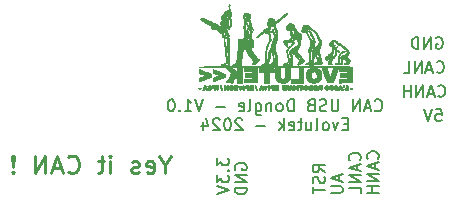
<source format=gbr>
%TF.GenerationSoftware,KiCad,Pcbnew,7.0.5*%
%TF.CreationDate,2024-01-08T00:08:42+01:00*%
%TF.ProjectId,can-usb-dongle,63616e2d-7573-4622-9d64-6f6e676c652e,rev?*%
%TF.SameCoordinates,Original*%
%TF.FileFunction,Legend,Bot*%
%TF.FilePolarity,Positive*%
%FSLAX46Y46*%
G04 Gerber Fmt 4.6, Leading zero omitted, Abs format (unit mm)*
G04 Created by KiCad (PCBNEW 7.0.5) date 2024-01-08 00:08:42*
%MOMM*%
%LPD*%
G01*
G04 APERTURE LIST*
%ADD10C,0.150000*%
%ADD11C,0.250000*%
%ADD12C,0.010000*%
G04 APERTURE END LIST*
D10*
X57657904Y-36426438D02*
X57753142Y-36378819D01*
X57753142Y-36378819D02*
X57895999Y-36378819D01*
X57895999Y-36378819D02*
X58038856Y-36426438D01*
X58038856Y-36426438D02*
X58134094Y-36521676D01*
X58134094Y-36521676D02*
X58181713Y-36616914D01*
X58181713Y-36616914D02*
X58229332Y-36807390D01*
X58229332Y-36807390D02*
X58229332Y-36950247D01*
X58229332Y-36950247D02*
X58181713Y-37140723D01*
X58181713Y-37140723D02*
X58134094Y-37235961D01*
X58134094Y-37235961D02*
X58038856Y-37331200D01*
X58038856Y-37331200D02*
X57895999Y-37378819D01*
X57895999Y-37378819D02*
X57800761Y-37378819D01*
X57800761Y-37378819D02*
X57657904Y-37331200D01*
X57657904Y-37331200D02*
X57610285Y-37283580D01*
X57610285Y-37283580D02*
X57610285Y-36950247D01*
X57610285Y-36950247D02*
X57800761Y-36950247D01*
X57181713Y-37378819D02*
X57181713Y-36378819D01*
X57181713Y-36378819D02*
X56610285Y-37378819D01*
X56610285Y-37378819D02*
X56610285Y-36378819D01*
X56134094Y-37378819D02*
X56134094Y-36378819D01*
X56134094Y-36378819D02*
X55895999Y-36378819D01*
X55895999Y-36378819D02*
X55753142Y-36426438D01*
X55753142Y-36426438D02*
X55657904Y-36521676D01*
X55657904Y-36521676D02*
X55610285Y-36616914D01*
X55610285Y-36616914D02*
X55562666Y-36807390D01*
X55562666Y-36807390D02*
X55562666Y-36950247D01*
X55562666Y-36950247D02*
X55610285Y-37140723D01*
X55610285Y-37140723D02*
X55657904Y-37235961D01*
X55657904Y-37235961D02*
X55753142Y-37331200D01*
X55753142Y-37331200D02*
X55895999Y-37378819D01*
X55895999Y-37378819D02*
X56134094Y-37378819D01*
X57689619Y-39315580D02*
X57737238Y-39363200D01*
X57737238Y-39363200D02*
X57880095Y-39410819D01*
X57880095Y-39410819D02*
X57975333Y-39410819D01*
X57975333Y-39410819D02*
X58118190Y-39363200D01*
X58118190Y-39363200D02*
X58213428Y-39267961D01*
X58213428Y-39267961D02*
X58261047Y-39172723D01*
X58261047Y-39172723D02*
X58308666Y-38982247D01*
X58308666Y-38982247D02*
X58308666Y-38839390D01*
X58308666Y-38839390D02*
X58261047Y-38648914D01*
X58261047Y-38648914D02*
X58213428Y-38553676D01*
X58213428Y-38553676D02*
X58118190Y-38458438D01*
X58118190Y-38458438D02*
X57975333Y-38410819D01*
X57975333Y-38410819D02*
X57880095Y-38410819D01*
X57880095Y-38410819D02*
X57737238Y-38458438D01*
X57737238Y-38458438D02*
X57689619Y-38506057D01*
X57308666Y-39125104D02*
X56832476Y-39125104D01*
X57403904Y-39410819D02*
X57070571Y-38410819D01*
X57070571Y-38410819D02*
X56737238Y-39410819D01*
X56403904Y-39410819D02*
X56403904Y-38410819D01*
X56403904Y-38410819D02*
X55832476Y-39410819D01*
X55832476Y-39410819D02*
X55832476Y-38410819D01*
X54880095Y-39410819D02*
X55356285Y-39410819D01*
X55356285Y-39410819D02*
X55356285Y-38410819D01*
X51159580Y-46798380D02*
X51207200Y-46750761D01*
X51207200Y-46750761D02*
X51254819Y-46607904D01*
X51254819Y-46607904D02*
X51254819Y-46512666D01*
X51254819Y-46512666D02*
X51207200Y-46369809D01*
X51207200Y-46369809D02*
X51111961Y-46274571D01*
X51111961Y-46274571D02*
X51016723Y-46226952D01*
X51016723Y-46226952D02*
X50826247Y-46179333D01*
X50826247Y-46179333D02*
X50683390Y-46179333D01*
X50683390Y-46179333D02*
X50492914Y-46226952D01*
X50492914Y-46226952D02*
X50397676Y-46274571D01*
X50397676Y-46274571D02*
X50302438Y-46369809D01*
X50302438Y-46369809D02*
X50254819Y-46512666D01*
X50254819Y-46512666D02*
X50254819Y-46607904D01*
X50254819Y-46607904D02*
X50302438Y-46750761D01*
X50302438Y-46750761D02*
X50350057Y-46798380D01*
X50969104Y-47179333D02*
X50969104Y-47655523D01*
X51254819Y-47084095D02*
X50254819Y-47417428D01*
X50254819Y-47417428D02*
X51254819Y-47750761D01*
X51254819Y-48084095D02*
X50254819Y-48084095D01*
X50254819Y-48084095D02*
X51254819Y-48655523D01*
X51254819Y-48655523D02*
X50254819Y-48655523D01*
X51254819Y-49607904D02*
X51254819Y-49131714D01*
X51254819Y-49131714D02*
X50254819Y-49131714D01*
X48206819Y-47806380D02*
X47730628Y-47473047D01*
X48206819Y-47234952D02*
X47206819Y-47234952D01*
X47206819Y-47234952D02*
X47206819Y-47615904D01*
X47206819Y-47615904D02*
X47254438Y-47711142D01*
X47254438Y-47711142D02*
X47302057Y-47758761D01*
X47302057Y-47758761D02*
X47397295Y-47806380D01*
X47397295Y-47806380D02*
X47540152Y-47806380D01*
X47540152Y-47806380D02*
X47635390Y-47758761D01*
X47635390Y-47758761D02*
X47683009Y-47711142D01*
X47683009Y-47711142D02*
X47730628Y-47615904D01*
X47730628Y-47615904D02*
X47730628Y-47234952D01*
X48159200Y-48187333D02*
X48206819Y-48330190D01*
X48206819Y-48330190D02*
X48206819Y-48568285D01*
X48206819Y-48568285D02*
X48159200Y-48663523D01*
X48159200Y-48663523D02*
X48111580Y-48711142D01*
X48111580Y-48711142D02*
X48016342Y-48758761D01*
X48016342Y-48758761D02*
X47921104Y-48758761D01*
X47921104Y-48758761D02*
X47825866Y-48711142D01*
X47825866Y-48711142D02*
X47778247Y-48663523D01*
X47778247Y-48663523D02*
X47730628Y-48568285D01*
X47730628Y-48568285D02*
X47683009Y-48377809D01*
X47683009Y-48377809D02*
X47635390Y-48282571D01*
X47635390Y-48282571D02*
X47587771Y-48234952D01*
X47587771Y-48234952D02*
X47492533Y-48187333D01*
X47492533Y-48187333D02*
X47397295Y-48187333D01*
X47397295Y-48187333D02*
X47302057Y-48234952D01*
X47302057Y-48234952D02*
X47254438Y-48282571D01*
X47254438Y-48282571D02*
X47206819Y-48377809D01*
X47206819Y-48377809D02*
X47206819Y-48615904D01*
X47206819Y-48615904D02*
X47254438Y-48758761D01*
X47206819Y-49044476D02*
X47206819Y-49615904D01*
X48206819Y-49330190D02*
X47206819Y-49330190D01*
X52452381Y-42554580D02*
X52500000Y-42602200D01*
X52500000Y-42602200D02*
X52642857Y-42649819D01*
X52642857Y-42649819D02*
X52738095Y-42649819D01*
X52738095Y-42649819D02*
X52880952Y-42602200D01*
X52880952Y-42602200D02*
X52976190Y-42506961D01*
X52976190Y-42506961D02*
X53023809Y-42411723D01*
X53023809Y-42411723D02*
X53071428Y-42221247D01*
X53071428Y-42221247D02*
X53071428Y-42078390D01*
X53071428Y-42078390D02*
X53023809Y-41887914D01*
X53023809Y-41887914D02*
X52976190Y-41792676D01*
X52976190Y-41792676D02*
X52880952Y-41697438D01*
X52880952Y-41697438D02*
X52738095Y-41649819D01*
X52738095Y-41649819D02*
X52642857Y-41649819D01*
X52642857Y-41649819D02*
X52500000Y-41697438D01*
X52500000Y-41697438D02*
X52452381Y-41745057D01*
X52071428Y-42364104D02*
X51595238Y-42364104D01*
X52166666Y-42649819D02*
X51833333Y-41649819D01*
X51833333Y-41649819D02*
X51500000Y-42649819D01*
X51166666Y-42649819D02*
X51166666Y-41649819D01*
X51166666Y-41649819D02*
X50595238Y-42649819D01*
X50595238Y-42649819D02*
X50595238Y-41649819D01*
X49357142Y-41649819D02*
X49357142Y-42459342D01*
X49357142Y-42459342D02*
X49309523Y-42554580D01*
X49309523Y-42554580D02*
X49261904Y-42602200D01*
X49261904Y-42602200D02*
X49166666Y-42649819D01*
X49166666Y-42649819D02*
X48976190Y-42649819D01*
X48976190Y-42649819D02*
X48880952Y-42602200D01*
X48880952Y-42602200D02*
X48833333Y-42554580D01*
X48833333Y-42554580D02*
X48785714Y-42459342D01*
X48785714Y-42459342D02*
X48785714Y-41649819D01*
X48357142Y-42602200D02*
X48214285Y-42649819D01*
X48214285Y-42649819D02*
X47976190Y-42649819D01*
X47976190Y-42649819D02*
X47880952Y-42602200D01*
X47880952Y-42602200D02*
X47833333Y-42554580D01*
X47833333Y-42554580D02*
X47785714Y-42459342D01*
X47785714Y-42459342D02*
X47785714Y-42364104D01*
X47785714Y-42364104D02*
X47833333Y-42268866D01*
X47833333Y-42268866D02*
X47880952Y-42221247D01*
X47880952Y-42221247D02*
X47976190Y-42173628D01*
X47976190Y-42173628D02*
X48166666Y-42126009D01*
X48166666Y-42126009D02*
X48261904Y-42078390D01*
X48261904Y-42078390D02*
X48309523Y-42030771D01*
X48309523Y-42030771D02*
X48357142Y-41935533D01*
X48357142Y-41935533D02*
X48357142Y-41840295D01*
X48357142Y-41840295D02*
X48309523Y-41745057D01*
X48309523Y-41745057D02*
X48261904Y-41697438D01*
X48261904Y-41697438D02*
X48166666Y-41649819D01*
X48166666Y-41649819D02*
X47928571Y-41649819D01*
X47928571Y-41649819D02*
X47785714Y-41697438D01*
X47023809Y-42126009D02*
X46880952Y-42173628D01*
X46880952Y-42173628D02*
X46833333Y-42221247D01*
X46833333Y-42221247D02*
X46785714Y-42316485D01*
X46785714Y-42316485D02*
X46785714Y-42459342D01*
X46785714Y-42459342D02*
X46833333Y-42554580D01*
X46833333Y-42554580D02*
X46880952Y-42602200D01*
X46880952Y-42602200D02*
X46976190Y-42649819D01*
X46976190Y-42649819D02*
X47357142Y-42649819D01*
X47357142Y-42649819D02*
X47357142Y-41649819D01*
X47357142Y-41649819D02*
X47023809Y-41649819D01*
X47023809Y-41649819D02*
X46928571Y-41697438D01*
X46928571Y-41697438D02*
X46880952Y-41745057D01*
X46880952Y-41745057D02*
X46833333Y-41840295D01*
X46833333Y-41840295D02*
X46833333Y-41935533D01*
X46833333Y-41935533D02*
X46880952Y-42030771D01*
X46880952Y-42030771D02*
X46928571Y-42078390D01*
X46928571Y-42078390D02*
X47023809Y-42126009D01*
X47023809Y-42126009D02*
X47357142Y-42126009D01*
X45595237Y-42649819D02*
X45595237Y-41649819D01*
X45595237Y-41649819D02*
X45357142Y-41649819D01*
X45357142Y-41649819D02*
X45214285Y-41697438D01*
X45214285Y-41697438D02*
X45119047Y-41792676D01*
X45119047Y-41792676D02*
X45071428Y-41887914D01*
X45071428Y-41887914D02*
X45023809Y-42078390D01*
X45023809Y-42078390D02*
X45023809Y-42221247D01*
X45023809Y-42221247D02*
X45071428Y-42411723D01*
X45071428Y-42411723D02*
X45119047Y-42506961D01*
X45119047Y-42506961D02*
X45214285Y-42602200D01*
X45214285Y-42602200D02*
X45357142Y-42649819D01*
X45357142Y-42649819D02*
X45595237Y-42649819D01*
X44452380Y-42649819D02*
X44547618Y-42602200D01*
X44547618Y-42602200D02*
X44595237Y-42554580D01*
X44595237Y-42554580D02*
X44642856Y-42459342D01*
X44642856Y-42459342D02*
X44642856Y-42173628D01*
X44642856Y-42173628D02*
X44595237Y-42078390D01*
X44595237Y-42078390D02*
X44547618Y-42030771D01*
X44547618Y-42030771D02*
X44452380Y-41983152D01*
X44452380Y-41983152D02*
X44309523Y-41983152D01*
X44309523Y-41983152D02*
X44214285Y-42030771D01*
X44214285Y-42030771D02*
X44166666Y-42078390D01*
X44166666Y-42078390D02*
X44119047Y-42173628D01*
X44119047Y-42173628D02*
X44119047Y-42459342D01*
X44119047Y-42459342D02*
X44166666Y-42554580D01*
X44166666Y-42554580D02*
X44214285Y-42602200D01*
X44214285Y-42602200D02*
X44309523Y-42649819D01*
X44309523Y-42649819D02*
X44452380Y-42649819D01*
X43690475Y-41983152D02*
X43690475Y-42649819D01*
X43690475Y-42078390D02*
X43642856Y-42030771D01*
X43642856Y-42030771D02*
X43547618Y-41983152D01*
X43547618Y-41983152D02*
X43404761Y-41983152D01*
X43404761Y-41983152D02*
X43309523Y-42030771D01*
X43309523Y-42030771D02*
X43261904Y-42126009D01*
X43261904Y-42126009D02*
X43261904Y-42649819D01*
X42357142Y-41983152D02*
X42357142Y-42792676D01*
X42357142Y-42792676D02*
X42404761Y-42887914D01*
X42404761Y-42887914D02*
X42452380Y-42935533D01*
X42452380Y-42935533D02*
X42547618Y-42983152D01*
X42547618Y-42983152D02*
X42690475Y-42983152D01*
X42690475Y-42983152D02*
X42785713Y-42935533D01*
X42357142Y-42602200D02*
X42452380Y-42649819D01*
X42452380Y-42649819D02*
X42642856Y-42649819D01*
X42642856Y-42649819D02*
X42738094Y-42602200D01*
X42738094Y-42602200D02*
X42785713Y-42554580D01*
X42785713Y-42554580D02*
X42833332Y-42459342D01*
X42833332Y-42459342D02*
X42833332Y-42173628D01*
X42833332Y-42173628D02*
X42785713Y-42078390D01*
X42785713Y-42078390D02*
X42738094Y-42030771D01*
X42738094Y-42030771D02*
X42642856Y-41983152D01*
X42642856Y-41983152D02*
X42452380Y-41983152D01*
X42452380Y-41983152D02*
X42357142Y-42030771D01*
X41738094Y-42649819D02*
X41833332Y-42602200D01*
X41833332Y-42602200D02*
X41880951Y-42506961D01*
X41880951Y-42506961D02*
X41880951Y-41649819D01*
X40976189Y-42602200D02*
X41071427Y-42649819D01*
X41071427Y-42649819D02*
X41261903Y-42649819D01*
X41261903Y-42649819D02*
X41357141Y-42602200D01*
X41357141Y-42602200D02*
X41404760Y-42506961D01*
X41404760Y-42506961D02*
X41404760Y-42126009D01*
X41404760Y-42126009D02*
X41357141Y-42030771D01*
X41357141Y-42030771D02*
X41261903Y-41983152D01*
X41261903Y-41983152D02*
X41071427Y-41983152D01*
X41071427Y-41983152D02*
X40976189Y-42030771D01*
X40976189Y-42030771D02*
X40928570Y-42126009D01*
X40928570Y-42126009D02*
X40928570Y-42221247D01*
X40928570Y-42221247D02*
X41404760Y-42316485D01*
X39738093Y-42268866D02*
X38976189Y-42268866D01*
X37880950Y-41649819D02*
X37547617Y-42649819D01*
X37547617Y-42649819D02*
X37214284Y-41649819D01*
X36357141Y-42649819D02*
X36928569Y-42649819D01*
X36642855Y-42649819D02*
X36642855Y-41649819D01*
X36642855Y-41649819D02*
X36738093Y-41792676D01*
X36738093Y-41792676D02*
X36833331Y-41887914D01*
X36833331Y-41887914D02*
X36928569Y-41935533D01*
X35928569Y-42554580D02*
X35880950Y-42602200D01*
X35880950Y-42602200D02*
X35928569Y-42649819D01*
X35928569Y-42649819D02*
X35976188Y-42602200D01*
X35976188Y-42602200D02*
X35928569Y-42554580D01*
X35928569Y-42554580D02*
X35928569Y-42649819D01*
X35261903Y-41649819D02*
X35166665Y-41649819D01*
X35166665Y-41649819D02*
X35071427Y-41697438D01*
X35071427Y-41697438D02*
X35023808Y-41745057D01*
X35023808Y-41745057D02*
X34976189Y-41840295D01*
X34976189Y-41840295D02*
X34928570Y-42030771D01*
X34928570Y-42030771D02*
X34928570Y-42268866D01*
X34928570Y-42268866D02*
X34976189Y-42459342D01*
X34976189Y-42459342D02*
X35023808Y-42554580D01*
X35023808Y-42554580D02*
X35071427Y-42602200D01*
X35071427Y-42602200D02*
X35166665Y-42649819D01*
X35166665Y-42649819D02*
X35261903Y-42649819D01*
X35261903Y-42649819D02*
X35357141Y-42602200D01*
X35357141Y-42602200D02*
X35404760Y-42554580D01*
X35404760Y-42554580D02*
X35452379Y-42459342D01*
X35452379Y-42459342D02*
X35499998Y-42268866D01*
X35499998Y-42268866D02*
X35499998Y-42030771D01*
X35499998Y-42030771D02*
X35452379Y-41840295D01*
X35452379Y-41840295D02*
X35404760Y-41745057D01*
X35404760Y-41745057D02*
X35357141Y-41697438D01*
X35357141Y-41697438D02*
X35261903Y-41649819D01*
X50166667Y-43736009D02*
X49833334Y-43736009D01*
X49690477Y-44259819D02*
X50166667Y-44259819D01*
X50166667Y-44259819D02*
X50166667Y-43259819D01*
X50166667Y-43259819D02*
X49690477Y-43259819D01*
X49357143Y-43593152D02*
X49119048Y-44259819D01*
X49119048Y-44259819D02*
X48880953Y-43593152D01*
X48357143Y-44259819D02*
X48452381Y-44212200D01*
X48452381Y-44212200D02*
X48500000Y-44164580D01*
X48500000Y-44164580D02*
X48547619Y-44069342D01*
X48547619Y-44069342D02*
X48547619Y-43783628D01*
X48547619Y-43783628D02*
X48500000Y-43688390D01*
X48500000Y-43688390D02*
X48452381Y-43640771D01*
X48452381Y-43640771D02*
X48357143Y-43593152D01*
X48357143Y-43593152D02*
X48214286Y-43593152D01*
X48214286Y-43593152D02*
X48119048Y-43640771D01*
X48119048Y-43640771D02*
X48071429Y-43688390D01*
X48071429Y-43688390D02*
X48023810Y-43783628D01*
X48023810Y-43783628D02*
X48023810Y-44069342D01*
X48023810Y-44069342D02*
X48071429Y-44164580D01*
X48071429Y-44164580D02*
X48119048Y-44212200D01*
X48119048Y-44212200D02*
X48214286Y-44259819D01*
X48214286Y-44259819D02*
X48357143Y-44259819D01*
X47452381Y-44259819D02*
X47547619Y-44212200D01*
X47547619Y-44212200D02*
X47595238Y-44116961D01*
X47595238Y-44116961D02*
X47595238Y-43259819D01*
X46642857Y-43593152D02*
X46642857Y-44259819D01*
X47071428Y-43593152D02*
X47071428Y-44116961D01*
X47071428Y-44116961D02*
X47023809Y-44212200D01*
X47023809Y-44212200D02*
X46928571Y-44259819D01*
X46928571Y-44259819D02*
X46785714Y-44259819D01*
X46785714Y-44259819D02*
X46690476Y-44212200D01*
X46690476Y-44212200D02*
X46642857Y-44164580D01*
X46309523Y-43593152D02*
X45928571Y-43593152D01*
X46166666Y-43259819D02*
X46166666Y-44116961D01*
X46166666Y-44116961D02*
X46119047Y-44212200D01*
X46119047Y-44212200D02*
X46023809Y-44259819D01*
X46023809Y-44259819D02*
X45928571Y-44259819D01*
X45214285Y-44212200D02*
X45309523Y-44259819D01*
X45309523Y-44259819D02*
X45499999Y-44259819D01*
X45499999Y-44259819D02*
X45595237Y-44212200D01*
X45595237Y-44212200D02*
X45642856Y-44116961D01*
X45642856Y-44116961D02*
X45642856Y-43736009D01*
X45642856Y-43736009D02*
X45595237Y-43640771D01*
X45595237Y-43640771D02*
X45499999Y-43593152D01*
X45499999Y-43593152D02*
X45309523Y-43593152D01*
X45309523Y-43593152D02*
X45214285Y-43640771D01*
X45214285Y-43640771D02*
X45166666Y-43736009D01*
X45166666Y-43736009D02*
X45166666Y-43831247D01*
X45166666Y-43831247D02*
X45642856Y-43926485D01*
X44738094Y-44259819D02*
X44738094Y-43259819D01*
X44642856Y-43878866D02*
X44357142Y-44259819D01*
X44357142Y-43593152D02*
X44738094Y-43974104D01*
X43166665Y-43878866D02*
X42404761Y-43878866D01*
X41214284Y-43355057D02*
X41166665Y-43307438D01*
X41166665Y-43307438D02*
X41071427Y-43259819D01*
X41071427Y-43259819D02*
X40833332Y-43259819D01*
X40833332Y-43259819D02*
X40738094Y-43307438D01*
X40738094Y-43307438D02*
X40690475Y-43355057D01*
X40690475Y-43355057D02*
X40642856Y-43450295D01*
X40642856Y-43450295D02*
X40642856Y-43545533D01*
X40642856Y-43545533D02*
X40690475Y-43688390D01*
X40690475Y-43688390D02*
X41261903Y-44259819D01*
X41261903Y-44259819D02*
X40642856Y-44259819D01*
X40023808Y-43259819D02*
X39928570Y-43259819D01*
X39928570Y-43259819D02*
X39833332Y-43307438D01*
X39833332Y-43307438D02*
X39785713Y-43355057D01*
X39785713Y-43355057D02*
X39738094Y-43450295D01*
X39738094Y-43450295D02*
X39690475Y-43640771D01*
X39690475Y-43640771D02*
X39690475Y-43878866D01*
X39690475Y-43878866D02*
X39738094Y-44069342D01*
X39738094Y-44069342D02*
X39785713Y-44164580D01*
X39785713Y-44164580D02*
X39833332Y-44212200D01*
X39833332Y-44212200D02*
X39928570Y-44259819D01*
X39928570Y-44259819D02*
X40023808Y-44259819D01*
X40023808Y-44259819D02*
X40119046Y-44212200D01*
X40119046Y-44212200D02*
X40166665Y-44164580D01*
X40166665Y-44164580D02*
X40214284Y-44069342D01*
X40214284Y-44069342D02*
X40261903Y-43878866D01*
X40261903Y-43878866D02*
X40261903Y-43640771D01*
X40261903Y-43640771D02*
X40214284Y-43450295D01*
X40214284Y-43450295D02*
X40166665Y-43355057D01*
X40166665Y-43355057D02*
X40119046Y-43307438D01*
X40119046Y-43307438D02*
X40023808Y-43259819D01*
X39309522Y-43355057D02*
X39261903Y-43307438D01*
X39261903Y-43307438D02*
X39166665Y-43259819D01*
X39166665Y-43259819D02*
X38928570Y-43259819D01*
X38928570Y-43259819D02*
X38833332Y-43307438D01*
X38833332Y-43307438D02*
X38785713Y-43355057D01*
X38785713Y-43355057D02*
X38738094Y-43450295D01*
X38738094Y-43450295D02*
X38738094Y-43545533D01*
X38738094Y-43545533D02*
X38785713Y-43688390D01*
X38785713Y-43688390D02*
X39357141Y-44259819D01*
X39357141Y-44259819D02*
X38738094Y-44259819D01*
X37880951Y-43593152D02*
X37880951Y-44259819D01*
X38119046Y-43212200D02*
X38357141Y-43926485D01*
X38357141Y-43926485D02*
X37738094Y-43926485D01*
X57594476Y-42474819D02*
X58070666Y-42474819D01*
X58070666Y-42474819D02*
X58118285Y-42951009D01*
X58118285Y-42951009D02*
X58070666Y-42903390D01*
X58070666Y-42903390D02*
X57975428Y-42855771D01*
X57975428Y-42855771D02*
X57737333Y-42855771D01*
X57737333Y-42855771D02*
X57642095Y-42903390D01*
X57642095Y-42903390D02*
X57594476Y-42951009D01*
X57594476Y-42951009D02*
X57546857Y-43046247D01*
X57546857Y-43046247D02*
X57546857Y-43284342D01*
X57546857Y-43284342D02*
X57594476Y-43379580D01*
X57594476Y-43379580D02*
X57642095Y-43427200D01*
X57642095Y-43427200D02*
X57737333Y-43474819D01*
X57737333Y-43474819D02*
X57975428Y-43474819D01*
X57975428Y-43474819D02*
X58070666Y-43427200D01*
X58070666Y-43427200D02*
X58118285Y-43379580D01*
X57261142Y-42474819D02*
X56927809Y-43474819D01*
X56927809Y-43474819D02*
X56594476Y-42474819D01*
X49445104Y-48100095D02*
X49445104Y-48576285D01*
X49730819Y-48004857D02*
X48730819Y-48338190D01*
X48730819Y-48338190D02*
X49730819Y-48671523D01*
X48730819Y-49004857D02*
X49540342Y-49004857D01*
X49540342Y-49004857D02*
X49635580Y-49052476D01*
X49635580Y-49052476D02*
X49683200Y-49100095D01*
X49683200Y-49100095D02*
X49730819Y-49195333D01*
X49730819Y-49195333D02*
X49730819Y-49385809D01*
X49730819Y-49385809D02*
X49683200Y-49481047D01*
X49683200Y-49481047D02*
X49635580Y-49528666D01*
X49635580Y-49528666D02*
X49540342Y-49576285D01*
X49540342Y-49576285D02*
X48730819Y-49576285D01*
X40650438Y-47592095D02*
X40602819Y-47496857D01*
X40602819Y-47496857D02*
X40602819Y-47354000D01*
X40602819Y-47354000D02*
X40650438Y-47211143D01*
X40650438Y-47211143D02*
X40745676Y-47115905D01*
X40745676Y-47115905D02*
X40840914Y-47068286D01*
X40840914Y-47068286D02*
X41031390Y-47020667D01*
X41031390Y-47020667D02*
X41174247Y-47020667D01*
X41174247Y-47020667D02*
X41364723Y-47068286D01*
X41364723Y-47068286D02*
X41459961Y-47115905D01*
X41459961Y-47115905D02*
X41555200Y-47211143D01*
X41555200Y-47211143D02*
X41602819Y-47354000D01*
X41602819Y-47354000D02*
X41602819Y-47449238D01*
X41602819Y-47449238D02*
X41555200Y-47592095D01*
X41555200Y-47592095D02*
X41507580Y-47639714D01*
X41507580Y-47639714D02*
X41174247Y-47639714D01*
X41174247Y-47639714D02*
X41174247Y-47449238D01*
X41602819Y-48068286D02*
X40602819Y-48068286D01*
X40602819Y-48068286D02*
X41602819Y-48639714D01*
X41602819Y-48639714D02*
X40602819Y-48639714D01*
X41602819Y-49115905D02*
X40602819Y-49115905D01*
X40602819Y-49115905D02*
X40602819Y-49354000D01*
X40602819Y-49354000D02*
X40650438Y-49496857D01*
X40650438Y-49496857D02*
X40745676Y-49592095D01*
X40745676Y-49592095D02*
X40840914Y-49639714D01*
X40840914Y-49639714D02*
X41031390Y-49687333D01*
X41031390Y-49687333D02*
X41174247Y-49687333D01*
X41174247Y-49687333D02*
X41364723Y-49639714D01*
X41364723Y-49639714D02*
X41459961Y-49592095D01*
X41459961Y-49592095D02*
X41555200Y-49496857D01*
X41555200Y-49496857D02*
X41602819Y-49354000D01*
X41602819Y-49354000D02*
X41602819Y-49115905D01*
X57808666Y-41347580D02*
X57856285Y-41395200D01*
X57856285Y-41395200D02*
X57999142Y-41442819D01*
X57999142Y-41442819D02*
X58094380Y-41442819D01*
X58094380Y-41442819D02*
X58237237Y-41395200D01*
X58237237Y-41395200D02*
X58332475Y-41299961D01*
X58332475Y-41299961D02*
X58380094Y-41204723D01*
X58380094Y-41204723D02*
X58427713Y-41014247D01*
X58427713Y-41014247D02*
X58427713Y-40871390D01*
X58427713Y-40871390D02*
X58380094Y-40680914D01*
X58380094Y-40680914D02*
X58332475Y-40585676D01*
X58332475Y-40585676D02*
X58237237Y-40490438D01*
X58237237Y-40490438D02*
X58094380Y-40442819D01*
X58094380Y-40442819D02*
X57999142Y-40442819D01*
X57999142Y-40442819D02*
X57856285Y-40490438D01*
X57856285Y-40490438D02*
X57808666Y-40538057D01*
X57427713Y-41157104D02*
X56951523Y-41157104D01*
X57522951Y-41442819D02*
X57189618Y-40442819D01*
X57189618Y-40442819D02*
X56856285Y-41442819D01*
X56522951Y-41442819D02*
X56522951Y-40442819D01*
X56522951Y-40442819D02*
X55951523Y-41442819D01*
X55951523Y-41442819D02*
X55951523Y-40442819D01*
X55475332Y-41442819D02*
X55475332Y-40442819D01*
X55475332Y-40919009D02*
X54903904Y-40919009D01*
X54903904Y-41442819D02*
X54903904Y-40442819D01*
X52683580Y-46679333D02*
X52731200Y-46631714D01*
X52731200Y-46631714D02*
X52778819Y-46488857D01*
X52778819Y-46488857D02*
X52778819Y-46393619D01*
X52778819Y-46393619D02*
X52731200Y-46250762D01*
X52731200Y-46250762D02*
X52635961Y-46155524D01*
X52635961Y-46155524D02*
X52540723Y-46107905D01*
X52540723Y-46107905D02*
X52350247Y-46060286D01*
X52350247Y-46060286D02*
X52207390Y-46060286D01*
X52207390Y-46060286D02*
X52016914Y-46107905D01*
X52016914Y-46107905D02*
X51921676Y-46155524D01*
X51921676Y-46155524D02*
X51826438Y-46250762D01*
X51826438Y-46250762D02*
X51778819Y-46393619D01*
X51778819Y-46393619D02*
X51778819Y-46488857D01*
X51778819Y-46488857D02*
X51826438Y-46631714D01*
X51826438Y-46631714D02*
X51874057Y-46679333D01*
X52493104Y-47060286D02*
X52493104Y-47536476D01*
X52778819Y-46965048D02*
X51778819Y-47298381D01*
X51778819Y-47298381D02*
X52778819Y-47631714D01*
X52778819Y-47965048D02*
X51778819Y-47965048D01*
X51778819Y-47965048D02*
X52778819Y-48536476D01*
X52778819Y-48536476D02*
X51778819Y-48536476D01*
X52778819Y-49012667D02*
X51778819Y-49012667D01*
X52255009Y-49012667D02*
X52255009Y-49584095D01*
X52778819Y-49584095D02*
X51778819Y-49584095D01*
X39078819Y-46623810D02*
X39078819Y-47242857D01*
X39078819Y-47242857D02*
X39459771Y-46909524D01*
X39459771Y-46909524D02*
X39459771Y-47052381D01*
X39459771Y-47052381D02*
X39507390Y-47147619D01*
X39507390Y-47147619D02*
X39555009Y-47195238D01*
X39555009Y-47195238D02*
X39650247Y-47242857D01*
X39650247Y-47242857D02*
X39888342Y-47242857D01*
X39888342Y-47242857D02*
X39983580Y-47195238D01*
X39983580Y-47195238D02*
X40031200Y-47147619D01*
X40031200Y-47147619D02*
X40078819Y-47052381D01*
X40078819Y-47052381D02*
X40078819Y-46766667D01*
X40078819Y-46766667D02*
X40031200Y-46671429D01*
X40031200Y-46671429D02*
X39983580Y-46623810D01*
X39983580Y-47671429D02*
X40031200Y-47719048D01*
X40031200Y-47719048D02*
X40078819Y-47671429D01*
X40078819Y-47671429D02*
X40031200Y-47623810D01*
X40031200Y-47623810D02*
X39983580Y-47671429D01*
X39983580Y-47671429D02*
X40078819Y-47671429D01*
X39078819Y-48052381D02*
X39078819Y-48671428D01*
X39078819Y-48671428D02*
X39459771Y-48338095D01*
X39459771Y-48338095D02*
X39459771Y-48480952D01*
X39459771Y-48480952D02*
X39507390Y-48576190D01*
X39507390Y-48576190D02*
X39555009Y-48623809D01*
X39555009Y-48623809D02*
X39650247Y-48671428D01*
X39650247Y-48671428D02*
X39888342Y-48671428D01*
X39888342Y-48671428D02*
X39983580Y-48623809D01*
X39983580Y-48623809D02*
X40031200Y-48576190D01*
X40031200Y-48576190D02*
X40078819Y-48480952D01*
X40078819Y-48480952D02*
X40078819Y-48195238D01*
X40078819Y-48195238D02*
X40031200Y-48100000D01*
X40031200Y-48100000D02*
X39983580Y-48052381D01*
X39078819Y-48957143D02*
X40078819Y-49290476D01*
X40078819Y-49290476D02*
X39078819Y-49623809D01*
D11*
X34692669Y-47189142D02*
X34692669Y-47903428D01*
X35192669Y-46403428D02*
X34692669Y-47189142D01*
X34692669Y-47189142D02*
X34192669Y-46403428D01*
X33121241Y-47832000D02*
X33264098Y-47903428D01*
X33264098Y-47903428D02*
X33549813Y-47903428D01*
X33549813Y-47903428D02*
X33692670Y-47832000D01*
X33692670Y-47832000D02*
X33764098Y-47689142D01*
X33764098Y-47689142D02*
X33764098Y-47117714D01*
X33764098Y-47117714D02*
X33692670Y-46974857D01*
X33692670Y-46974857D02*
X33549813Y-46903428D01*
X33549813Y-46903428D02*
X33264098Y-46903428D01*
X33264098Y-46903428D02*
X33121241Y-46974857D01*
X33121241Y-46974857D02*
X33049813Y-47117714D01*
X33049813Y-47117714D02*
X33049813Y-47260571D01*
X33049813Y-47260571D02*
X33764098Y-47403428D01*
X32478384Y-47832000D02*
X32335527Y-47903428D01*
X32335527Y-47903428D02*
X32049813Y-47903428D01*
X32049813Y-47903428D02*
X31906956Y-47832000D01*
X31906956Y-47832000D02*
X31835527Y-47689142D01*
X31835527Y-47689142D02*
X31835527Y-47617714D01*
X31835527Y-47617714D02*
X31906956Y-47474857D01*
X31906956Y-47474857D02*
X32049813Y-47403428D01*
X32049813Y-47403428D02*
X32264099Y-47403428D01*
X32264099Y-47403428D02*
X32406956Y-47332000D01*
X32406956Y-47332000D02*
X32478384Y-47189142D01*
X32478384Y-47189142D02*
X32478384Y-47117714D01*
X32478384Y-47117714D02*
X32406956Y-46974857D01*
X32406956Y-46974857D02*
X32264099Y-46903428D01*
X32264099Y-46903428D02*
X32049813Y-46903428D01*
X32049813Y-46903428D02*
X31906956Y-46974857D01*
X30049813Y-47903428D02*
X30049813Y-46903428D01*
X30049813Y-46403428D02*
X30121241Y-46474857D01*
X30121241Y-46474857D02*
X30049813Y-46546285D01*
X30049813Y-46546285D02*
X29978384Y-46474857D01*
X29978384Y-46474857D02*
X30049813Y-46403428D01*
X30049813Y-46403428D02*
X30049813Y-46546285D01*
X29549812Y-46903428D02*
X28978384Y-46903428D01*
X29335527Y-46403428D02*
X29335527Y-47689142D01*
X29335527Y-47689142D02*
X29264098Y-47832000D01*
X29264098Y-47832000D02*
X29121241Y-47903428D01*
X29121241Y-47903428D02*
X28978384Y-47903428D01*
X26478384Y-47760571D02*
X26549812Y-47832000D01*
X26549812Y-47832000D02*
X26764098Y-47903428D01*
X26764098Y-47903428D02*
X26906955Y-47903428D01*
X26906955Y-47903428D02*
X27121241Y-47832000D01*
X27121241Y-47832000D02*
X27264098Y-47689142D01*
X27264098Y-47689142D02*
X27335527Y-47546285D01*
X27335527Y-47546285D02*
X27406955Y-47260571D01*
X27406955Y-47260571D02*
X27406955Y-47046285D01*
X27406955Y-47046285D02*
X27335527Y-46760571D01*
X27335527Y-46760571D02*
X27264098Y-46617714D01*
X27264098Y-46617714D02*
X27121241Y-46474857D01*
X27121241Y-46474857D02*
X26906955Y-46403428D01*
X26906955Y-46403428D02*
X26764098Y-46403428D01*
X26764098Y-46403428D02*
X26549812Y-46474857D01*
X26549812Y-46474857D02*
X26478384Y-46546285D01*
X25906955Y-47474857D02*
X25192670Y-47474857D01*
X26049812Y-47903428D02*
X25549812Y-46403428D01*
X25549812Y-46403428D02*
X25049812Y-47903428D01*
X24549813Y-47903428D02*
X24549813Y-46403428D01*
X24549813Y-46403428D02*
X23692670Y-47903428D01*
X23692670Y-47903428D02*
X23692670Y-46403428D01*
X21835527Y-47760571D02*
X21764098Y-47832000D01*
X21764098Y-47832000D02*
X21835527Y-47903428D01*
X21835527Y-47903428D02*
X21906955Y-47832000D01*
X21906955Y-47832000D02*
X21835527Y-47760571D01*
X21835527Y-47760571D02*
X21835527Y-47903428D01*
X21835527Y-47332000D02*
X21906955Y-46474857D01*
X21906955Y-46474857D02*
X21835527Y-46403428D01*
X21835527Y-46403428D02*
X21764098Y-46474857D01*
X21764098Y-46474857D02*
X21835527Y-47332000D01*
X21835527Y-47332000D02*
X21835527Y-46403428D01*
%TO.C,G1*%
D12*
X50489818Y-40659657D02*
X50515018Y-40663284D01*
X50526704Y-40672373D01*
X50531237Y-40689363D01*
X50530141Y-40710783D01*
X50518537Y-40730444D01*
X50505581Y-40736004D01*
X50469551Y-40741450D01*
X50427641Y-40740439D01*
X50390134Y-40733581D01*
X50367317Y-40721485D01*
X50355441Y-40696441D01*
X50365921Y-40676327D01*
X50398600Y-40663534D01*
X50452135Y-40659050D01*
X50489818Y-40659657D01*
G36*
X50489818Y-40659657D02*
G01*
X50515018Y-40663284D01*
X50526704Y-40672373D01*
X50531237Y-40689363D01*
X50530141Y-40710783D01*
X50518537Y-40730444D01*
X50505581Y-40736004D01*
X50469551Y-40741450D01*
X50427641Y-40740439D01*
X50390134Y-40733581D01*
X50367317Y-40721485D01*
X50355441Y-40696441D01*
X50365921Y-40676327D01*
X50398600Y-40663534D01*
X50452135Y-40659050D01*
X50489818Y-40659657D01*
G37*
X49810426Y-40462292D02*
X49833126Y-40487881D01*
X49842790Y-40524905D01*
X49835532Y-40568226D01*
X49829565Y-40581387D01*
X49811765Y-40597767D01*
X49779324Y-40601900D01*
X49758288Y-40600479D01*
X49734963Y-40589609D01*
X49723533Y-40563792D01*
X49720500Y-40518039D01*
X49721005Y-40503848D01*
X49729597Y-40476377D01*
X49753237Y-40459439D01*
X49778579Y-40453278D01*
X49810426Y-40462292D01*
G36*
X49810426Y-40462292D02*
G01*
X49833126Y-40487881D01*
X49842790Y-40524905D01*
X49835532Y-40568226D01*
X49829565Y-40581387D01*
X49811765Y-40597767D01*
X49779324Y-40601900D01*
X49758288Y-40600479D01*
X49734963Y-40589609D01*
X49723533Y-40563792D01*
X49720500Y-40518039D01*
X49721005Y-40503848D01*
X49729597Y-40476377D01*
X49753237Y-40459439D01*
X49778579Y-40453278D01*
X49810426Y-40462292D01*
G37*
X37674053Y-40659354D02*
X37701679Y-40672583D01*
X37705954Y-40693456D01*
X37686343Y-40721642D01*
X37683539Y-40724183D01*
X37654564Y-40736690D01*
X37615998Y-40739285D01*
X37574821Y-40733518D01*
X37538012Y-40720934D01*
X37512551Y-40703084D01*
X37505417Y-40681514D01*
X37505440Y-40681397D01*
X37513961Y-40667489D01*
X37536509Y-40659410D01*
X37578741Y-40655124D01*
X37623612Y-40654100D01*
X37674053Y-40659354D01*
G36*
X37674053Y-40659354D02*
G01*
X37701679Y-40672583D01*
X37705954Y-40693456D01*
X37686343Y-40721642D01*
X37683539Y-40724183D01*
X37654564Y-40736690D01*
X37615998Y-40739285D01*
X37574821Y-40733518D01*
X37538012Y-40720934D01*
X37512551Y-40703084D01*
X37505417Y-40681514D01*
X37505440Y-40681397D01*
X37513961Y-40667489D01*
X37536509Y-40659410D01*
X37578741Y-40655124D01*
X37623612Y-40654100D01*
X37674053Y-40659354D01*
G37*
X47155100Y-40833696D02*
X47012225Y-40827453D01*
X46962248Y-40824782D01*
X46909012Y-40820750D01*
X46868925Y-40816358D01*
X46848106Y-40812173D01*
X46844394Y-40810119D01*
X46824466Y-40789455D01*
X46805360Y-40757821D01*
X46802843Y-40752478D01*
X46791404Y-40722720D01*
X46792143Y-40699285D01*
X46805005Y-40668160D01*
X46817195Y-40632402D01*
X46818230Y-40587741D01*
X46814411Y-40562149D01*
X46819344Y-40524247D01*
X46841189Y-40495720D01*
X46881980Y-40475265D01*
X46943756Y-40461583D01*
X47028550Y-40453372D01*
X47155100Y-40445663D01*
X47155100Y-40833696D01*
G36*
X47155100Y-40833696D02*
G01*
X47012225Y-40827453D01*
X46962248Y-40824782D01*
X46909012Y-40820750D01*
X46868925Y-40816358D01*
X46848106Y-40812173D01*
X46844394Y-40810119D01*
X46824466Y-40789455D01*
X46805360Y-40757821D01*
X46802843Y-40752478D01*
X46791404Y-40722720D01*
X46792143Y-40699285D01*
X46805005Y-40668160D01*
X46817195Y-40632402D01*
X46818230Y-40587741D01*
X46814411Y-40562149D01*
X46819344Y-40524247D01*
X46841189Y-40495720D01*
X46881980Y-40475265D01*
X46943756Y-40461583D01*
X47028550Y-40453372D01*
X47155100Y-40445663D01*
X47155100Y-40833696D01*
G37*
X42353536Y-40483744D02*
X42376173Y-40522346D01*
X42379964Y-40531520D01*
X42396387Y-40577805D01*
X42412825Y-40632686D01*
X42427664Y-40689626D01*
X42439294Y-40742086D01*
X42446101Y-40783530D01*
X42446474Y-40807419D01*
X42437083Y-40824769D01*
X42419088Y-40825968D01*
X42396529Y-40806225D01*
X42372090Y-40767000D01*
X42359037Y-40737911D01*
X42340800Y-40687607D01*
X42324122Y-40631907D01*
X42310415Y-40576669D01*
X42301086Y-40527752D01*
X42297546Y-40491015D01*
X42301204Y-40472316D01*
X42305621Y-40468558D01*
X42328912Y-40465076D01*
X42353536Y-40483744D01*
G36*
X42353536Y-40483744D02*
G01*
X42376173Y-40522346D01*
X42379964Y-40531520D01*
X42396387Y-40577805D01*
X42412825Y-40632686D01*
X42427664Y-40689626D01*
X42439294Y-40742086D01*
X42446101Y-40783530D01*
X42446474Y-40807419D01*
X42437083Y-40824769D01*
X42419088Y-40825968D01*
X42396529Y-40806225D01*
X42372090Y-40767000D01*
X42359037Y-40737911D01*
X42340800Y-40687607D01*
X42324122Y-40631907D01*
X42310415Y-40576669D01*
X42301086Y-40527752D01*
X42297546Y-40491015D01*
X42301204Y-40472316D01*
X42305621Y-40468558D01*
X42328912Y-40465076D01*
X42353536Y-40483744D01*
G37*
X39092946Y-40464508D02*
X39135050Y-40468550D01*
X39138636Y-40626595D01*
X39138710Y-40629925D01*
X39139538Y-40691533D01*
X39139280Y-40744294D01*
X39138025Y-40782694D01*
X39135860Y-40801220D01*
X39134813Y-40803267D01*
X39116034Y-40813864D01*
X39085080Y-40817369D01*
X39052699Y-40813646D01*
X39029640Y-40802560D01*
X39027262Y-40799183D01*
X39020133Y-40770624D01*
X39015838Y-40717148D01*
X39014400Y-40639015D01*
X39015185Y-40570195D01*
X39018718Y-40519729D01*
X39026632Y-40487547D01*
X39040554Y-40470030D01*
X39062116Y-40463557D01*
X39092946Y-40464508D01*
G36*
X39092946Y-40464508D02*
G01*
X39135050Y-40468550D01*
X39138636Y-40626595D01*
X39138710Y-40629925D01*
X39139538Y-40691533D01*
X39139280Y-40744294D01*
X39138025Y-40782694D01*
X39135860Y-40801220D01*
X39134813Y-40803267D01*
X39116034Y-40813864D01*
X39085080Y-40817369D01*
X39052699Y-40813646D01*
X39029640Y-40802560D01*
X39027262Y-40799183D01*
X39020133Y-40770624D01*
X39015838Y-40717148D01*
X39014400Y-40639015D01*
X39015185Y-40570195D01*
X39018718Y-40519729D01*
X39026632Y-40487547D01*
X39040554Y-40470030D01*
X39062116Y-40463557D01*
X39092946Y-40464508D01*
G37*
X42999025Y-38989033D02*
X43064037Y-38989165D01*
X43180096Y-38989900D01*
X43299896Y-38991192D01*
X43416152Y-38992940D01*
X43521579Y-38995045D01*
X43608892Y-38997407D01*
X43686628Y-38999546D01*
X43756225Y-39001599D01*
X43806508Y-39005257D01*
X43840689Y-39012695D01*
X43861976Y-39026086D01*
X43873580Y-39047605D01*
X43878709Y-39079427D01*
X43880575Y-39123725D01*
X43882386Y-39182675D01*
X43887661Y-39306500D01*
X43472100Y-39306500D01*
X43472100Y-40220900D01*
X43040300Y-40220900D01*
X43040300Y-39306500D01*
X42646600Y-39306500D01*
X42646600Y-38989000D01*
X42999025Y-38989033D01*
G36*
X42999025Y-38989033D02*
G01*
X43064037Y-38989165D01*
X43180096Y-38989900D01*
X43299896Y-38991192D01*
X43416152Y-38992940D01*
X43521579Y-38995045D01*
X43608892Y-38997407D01*
X43686628Y-38999546D01*
X43756225Y-39001599D01*
X43806508Y-39005257D01*
X43840689Y-39012695D01*
X43861976Y-39026086D01*
X43873580Y-39047605D01*
X43878709Y-39079427D01*
X43880575Y-39123725D01*
X43882386Y-39182675D01*
X43887661Y-39306500D01*
X43472100Y-39306500D01*
X43472100Y-40220900D01*
X43040300Y-40220900D01*
X43040300Y-39306500D01*
X42646600Y-39306500D01*
X42646600Y-38989000D01*
X42999025Y-38989033D01*
G37*
X46405800Y-40220900D02*
X45364400Y-40220900D01*
X45364400Y-39907303D01*
X45518794Y-39899001D01*
X45564055Y-39896852D01*
X45653788Y-39893687D01*
X45746553Y-39891510D01*
X45828218Y-39890700D01*
X45983248Y-39890700D01*
X45991324Y-39831777D01*
X45993167Y-39809530D01*
X45995183Y-39762890D01*
X45996900Y-39698452D01*
X45998232Y-39620365D01*
X45999094Y-39532781D01*
X45999400Y-39439850D01*
X45999614Y-39362312D01*
X46000388Y-39273537D01*
X46001647Y-39193559D01*
X46003306Y-39126531D01*
X46005277Y-39076602D01*
X46007477Y-39047922D01*
X46015553Y-38989000D01*
X46405800Y-38989000D01*
X46405800Y-40220900D01*
G36*
X46405800Y-40220900D02*
G01*
X45364400Y-40220900D01*
X45364400Y-39907303D01*
X45518794Y-39899001D01*
X45564055Y-39896852D01*
X45653788Y-39893687D01*
X45746553Y-39891510D01*
X45828218Y-39890700D01*
X45983248Y-39890700D01*
X45991324Y-39831777D01*
X45993167Y-39809530D01*
X45995183Y-39762890D01*
X45996900Y-39698452D01*
X45998232Y-39620365D01*
X45999094Y-39532781D01*
X45999400Y-39439850D01*
X45999614Y-39362312D01*
X46000388Y-39273537D01*
X46001647Y-39193559D01*
X46003306Y-39126531D01*
X46005277Y-39076602D01*
X46007477Y-39047922D01*
X46015553Y-38989000D01*
X46405800Y-38989000D01*
X46405800Y-40220900D01*
G37*
X42494200Y-40218335D02*
X41944925Y-40211598D01*
X41870409Y-40210671D01*
X41759884Y-40209242D01*
X41659177Y-40207876D01*
X41570884Y-40206613D01*
X41497601Y-40205490D01*
X41441926Y-40204547D01*
X41406456Y-40203823D01*
X41393787Y-40203356D01*
X41392637Y-40195000D01*
X41390072Y-40165885D01*
X41386635Y-40120911D01*
X41382745Y-40065325D01*
X41373566Y-39928800D01*
X42075100Y-39928800D01*
X42075100Y-39712900D01*
X41465500Y-39712900D01*
X41465500Y-39433500D01*
X42075100Y-39433500D01*
X42075100Y-39268400D01*
X41402000Y-39268400D01*
X41402000Y-38989000D01*
X42494200Y-38989000D01*
X42494200Y-40218335D01*
G36*
X42494200Y-40218335D02*
G01*
X41944925Y-40211598D01*
X41870409Y-40210671D01*
X41759884Y-40209242D01*
X41659177Y-40207876D01*
X41570884Y-40206613D01*
X41497601Y-40205490D01*
X41441926Y-40204547D01*
X41406456Y-40203823D01*
X41393787Y-40203356D01*
X41392637Y-40195000D01*
X41390072Y-40165885D01*
X41386635Y-40120911D01*
X41382745Y-40065325D01*
X41373566Y-39928800D01*
X42075100Y-39928800D01*
X42075100Y-39712900D01*
X41465500Y-39712900D01*
X41465500Y-39433500D01*
X42075100Y-39433500D01*
X42075100Y-39268400D01*
X41402000Y-39268400D01*
X41402000Y-38989000D01*
X42494200Y-38989000D01*
X42494200Y-40218335D01*
G37*
X39395506Y-40468645D02*
X39406934Y-40485288D01*
X39423719Y-40522969D01*
X39441889Y-40573873D01*
X39459701Y-40631842D01*
X39475411Y-40690719D01*
X39487276Y-40744345D01*
X39493553Y-40786563D01*
X39492498Y-40811215D01*
X39491287Y-40814064D01*
X39473974Y-40829230D01*
X39450243Y-40823766D01*
X39426000Y-40798776D01*
X39422189Y-40791589D01*
X39409806Y-40760177D01*
X39394041Y-40713474D01*
X39376820Y-40658017D01*
X39360071Y-40600347D01*
X39345718Y-40547000D01*
X39335690Y-40504516D01*
X39331912Y-40479433D01*
X39332542Y-40474286D01*
X39346453Y-40459468D01*
X39370876Y-40457005D01*
X39395506Y-40468645D01*
G36*
X39395506Y-40468645D02*
G01*
X39406934Y-40485288D01*
X39423719Y-40522969D01*
X39441889Y-40573873D01*
X39459701Y-40631842D01*
X39475411Y-40690719D01*
X39487276Y-40744345D01*
X39493553Y-40786563D01*
X39492498Y-40811215D01*
X39491287Y-40814064D01*
X39473974Y-40829230D01*
X39450243Y-40823766D01*
X39426000Y-40798776D01*
X39422189Y-40791589D01*
X39409806Y-40760177D01*
X39394041Y-40713474D01*
X39376820Y-40658017D01*
X39360071Y-40600347D01*
X39345718Y-40547000D01*
X39335690Y-40504516D01*
X39331912Y-40479433D01*
X39332542Y-40474286D01*
X39346453Y-40459468D01*
X39370876Y-40457005D01*
X39395506Y-40468645D01*
G37*
X38950900Y-40618176D02*
X38950427Y-40687542D01*
X38948624Y-40740187D01*
X38945062Y-40775481D01*
X38939311Y-40797556D01*
X38930943Y-40810542D01*
X38901942Y-40828978D01*
X38869467Y-40828159D01*
X38842247Y-40806320D01*
X38825314Y-40765601D01*
X38818749Y-40742053D01*
X38803145Y-40724160D01*
X38771497Y-40715495D01*
X38723560Y-40700860D01*
X38676434Y-40670615D01*
X38642151Y-40630754D01*
X38624731Y-40586151D01*
X38628192Y-40541683D01*
X38638222Y-40519484D01*
X38662166Y-40491625D01*
X38699083Y-40472476D01*
X38753046Y-40460233D01*
X38828122Y-40453093D01*
X38950900Y-40445768D01*
X38950900Y-40618176D01*
G36*
X38950900Y-40618176D02*
G01*
X38950427Y-40687542D01*
X38948624Y-40740187D01*
X38945062Y-40775481D01*
X38939311Y-40797556D01*
X38930943Y-40810542D01*
X38901942Y-40828978D01*
X38869467Y-40828159D01*
X38842247Y-40806320D01*
X38825314Y-40765601D01*
X38818749Y-40742053D01*
X38803145Y-40724160D01*
X38771497Y-40715495D01*
X38723560Y-40700860D01*
X38676434Y-40670615D01*
X38642151Y-40630754D01*
X38624731Y-40586151D01*
X38628192Y-40541683D01*
X38638222Y-40519484D01*
X38662166Y-40491625D01*
X38699083Y-40472476D01*
X38753046Y-40460233D01*
X38828122Y-40453093D01*
X38950900Y-40445768D01*
X38950900Y-40618176D01*
G37*
X43878500Y-40626668D02*
X43878395Y-40671126D01*
X43877521Y-40729702D01*
X43875355Y-40769424D01*
X43871414Y-40794423D01*
X43865215Y-40808832D01*
X43856275Y-40816782D01*
X43827288Y-40828187D01*
X43785749Y-40826852D01*
X43752020Y-40805871D01*
X43732633Y-40767831D01*
X43723639Y-40744130D01*
X43703242Y-40725613D01*
X43664926Y-40708850D01*
X43635292Y-40696739D01*
X43585439Y-40664667D01*
X43557204Y-40623789D01*
X43548300Y-40571410D01*
X43552942Y-40529138D01*
X43571408Y-40496024D01*
X43577082Y-40491620D01*
X43613974Y-40475093D01*
X43668321Y-40461720D01*
X43733787Y-40452766D01*
X43804034Y-40449500D01*
X43878500Y-40449500D01*
X43878500Y-40626668D01*
G36*
X43878500Y-40626668D02*
G01*
X43878395Y-40671126D01*
X43877521Y-40729702D01*
X43875355Y-40769424D01*
X43871414Y-40794423D01*
X43865215Y-40808832D01*
X43856275Y-40816782D01*
X43827288Y-40828187D01*
X43785749Y-40826852D01*
X43752020Y-40805871D01*
X43732633Y-40767831D01*
X43723639Y-40744130D01*
X43703242Y-40725613D01*
X43664926Y-40708850D01*
X43635292Y-40696739D01*
X43585439Y-40664667D01*
X43557204Y-40623789D01*
X43548300Y-40571410D01*
X43552942Y-40529138D01*
X43571408Y-40496024D01*
X43577082Y-40491620D01*
X43613974Y-40475093D01*
X43668321Y-40461720D01*
X43733787Y-40452766D01*
X43804034Y-40449500D01*
X43878500Y-40449500D01*
X43878500Y-40626668D01*
G37*
X43437437Y-40462214D02*
X43464629Y-40464664D01*
X43484147Y-40473901D01*
X43497629Y-40493646D01*
X43506716Y-40527622D01*
X43513047Y-40579549D01*
X43518262Y-40653149D01*
X43519306Y-40670601D01*
X43522190Y-40727847D01*
X43522498Y-40765853D01*
X43519778Y-40789509D01*
X43513578Y-40803700D01*
X43503446Y-40813316D01*
X43476130Y-40825700D01*
X43433482Y-40829397D01*
X43396380Y-40818365D01*
X43388062Y-40801722D01*
X43380709Y-40765507D01*
X43374956Y-40715973D01*
X43371204Y-40659235D01*
X43369853Y-40601406D01*
X43371305Y-40548599D01*
X43375960Y-40506929D01*
X43377462Y-40499182D01*
X43385535Y-40474164D01*
X43401517Y-40464073D01*
X43434129Y-40462200D01*
X43437437Y-40462214D01*
G36*
X43437437Y-40462214D02*
G01*
X43464629Y-40464664D01*
X43484147Y-40473901D01*
X43497629Y-40493646D01*
X43506716Y-40527622D01*
X43513047Y-40579549D01*
X43518262Y-40653149D01*
X43519306Y-40670601D01*
X43522190Y-40727847D01*
X43522498Y-40765853D01*
X43519778Y-40789509D01*
X43513578Y-40803700D01*
X43503446Y-40813316D01*
X43476130Y-40825700D01*
X43433482Y-40829397D01*
X43396380Y-40818365D01*
X43388062Y-40801722D01*
X43380709Y-40765507D01*
X43374956Y-40715973D01*
X43371204Y-40659235D01*
X43369853Y-40601406D01*
X43371305Y-40548599D01*
X43375960Y-40506929D01*
X43377462Y-40499182D01*
X43385535Y-40474164D01*
X43401517Y-40464073D01*
X43434129Y-40462200D01*
X43437437Y-40462214D01*
G37*
X50111326Y-40465784D02*
X50132503Y-40476447D01*
X50147660Y-40499567D01*
X50158217Y-40538381D01*
X50165593Y-40596122D01*
X50171205Y-40676026D01*
X50180060Y-40832702D01*
X50049145Y-40823421D01*
X50016418Y-40820998D01*
X49949322Y-40814849D01*
X49902658Y-40808040D01*
X49872863Y-40799705D01*
X49856373Y-40788981D01*
X49849627Y-40775001D01*
X49849301Y-40773155D01*
X49855353Y-40742827D01*
X49884840Y-40721319D01*
X49938025Y-40708435D01*
X49959354Y-40704862D01*
X49992584Y-40695775D01*
X50009711Y-40685951D01*
X50010853Y-40683545D01*
X50016077Y-40659862D01*
X50021215Y-40619672D01*
X50025300Y-40570150D01*
X50031650Y-40468550D01*
X50078510Y-40464653D01*
X50082712Y-40464344D01*
X50111326Y-40465784D01*
G36*
X50111326Y-40465784D02*
G01*
X50132503Y-40476447D01*
X50147660Y-40499567D01*
X50158217Y-40538381D01*
X50165593Y-40596122D01*
X50171205Y-40676026D01*
X50180060Y-40832702D01*
X50049145Y-40823421D01*
X50016418Y-40820998D01*
X49949322Y-40814849D01*
X49902658Y-40808040D01*
X49872863Y-40799705D01*
X49856373Y-40788981D01*
X49849627Y-40775001D01*
X49849301Y-40773155D01*
X49855353Y-40742827D01*
X49884840Y-40721319D01*
X49938025Y-40708435D01*
X49959354Y-40704862D01*
X49992584Y-40695775D01*
X50009711Y-40685951D01*
X50010853Y-40683545D01*
X50016077Y-40659862D01*
X50021215Y-40619672D01*
X50025300Y-40570150D01*
X50031650Y-40468550D01*
X50078510Y-40464653D01*
X50082712Y-40464344D01*
X50111326Y-40465784D01*
G37*
X41744900Y-40626668D02*
X41744795Y-40671126D01*
X41743921Y-40729702D01*
X41741755Y-40769424D01*
X41737814Y-40794423D01*
X41731615Y-40808832D01*
X41722675Y-40816782D01*
X41705124Y-40825362D01*
X41663138Y-40830353D01*
X41626374Y-40810554D01*
X41595082Y-40766064D01*
X41591350Y-40759067D01*
X41562698Y-40725737D01*
X41517266Y-40702337D01*
X41502447Y-40696266D01*
X41464172Y-40675156D01*
X41437891Y-40653125D01*
X41436591Y-40651465D01*
X41419880Y-40614482D01*
X41414509Y-40569399D01*
X41420484Y-40526488D01*
X41437808Y-40496024D01*
X41443482Y-40491620D01*
X41480374Y-40475093D01*
X41534721Y-40461720D01*
X41600187Y-40452766D01*
X41670434Y-40449500D01*
X41744900Y-40449500D01*
X41744900Y-40626668D01*
G36*
X41744900Y-40626668D02*
G01*
X41744795Y-40671126D01*
X41743921Y-40729702D01*
X41741755Y-40769424D01*
X41737814Y-40794423D01*
X41731615Y-40808832D01*
X41722675Y-40816782D01*
X41705124Y-40825362D01*
X41663138Y-40830353D01*
X41626374Y-40810554D01*
X41595082Y-40766064D01*
X41591350Y-40759067D01*
X41562698Y-40725737D01*
X41517266Y-40702337D01*
X41502447Y-40696266D01*
X41464172Y-40675156D01*
X41437891Y-40653125D01*
X41436591Y-40651465D01*
X41419880Y-40614482D01*
X41414509Y-40569399D01*
X41420484Y-40526488D01*
X41437808Y-40496024D01*
X41443482Y-40491620D01*
X41480374Y-40475093D01*
X41534721Y-40461720D01*
X41600187Y-40452766D01*
X41670434Y-40449500D01*
X41744900Y-40449500D01*
X41744900Y-40626668D01*
G37*
X45954439Y-40459656D02*
X45957627Y-40461117D01*
X45969835Y-40467955D01*
X45978034Y-40478007D01*
X45983022Y-40495709D01*
X45985598Y-40525500D01*
X45986558Y-40571817D01*
X45986700Y-40639096D01*
X45986663Y-40664924D01*
X45985946Y-40725985D01*
X45983906Y-40767403D01*
X45980007Y-40793476D01*
X45973709Y-40808504D01*
X45964475Y-40816782D01*
X45960170Y-40819102D01*
X45923592Y-40829025D01*
X45886580Y-40826733D01*
X45860724Y-40812683D01*
X45858081Y-40808383D01*
X45849930Y-40779604D01*
X45843503Y-40734335D01*
X45839216Y-40679453D01*
X45837486Y-40621834D01*
X45838730Y-40568356D01*
X45843362Y-40525893D01*
X45850822Y-40494939D01*
X45864739Y-40470338D01*
X45888082Y-40456947D01*
X45909611Y-40451956D01*
X45954439Y-40459656D01*
G36*
X45954439Y-40459656D02*
G01*
X45957627Y-40461117D01*
X45969835Y-40467955D01*
X45978034Y-40478007D01*
X45983022Y-40495709D01*
X45985598Y-40525500D01*
X45986558Y-40571817D01*
X45986700Y-40639096D01*
X45986663Y-40664924D01*
X45985946Y-40725985D01*
X45983906Y-40767403D01*
X45980007Y-40793476D01*
X45973709Y-40808504D01*
X45964475Y-40816782D01*
X45960170Y-40819102D01*
X45923592Y-40829025D01*
X45886580Y-40826733D01*
X45860724Y-40812683D01*
X45858081Y-40808383D01*
X45849930Y-40779604D01*
X45843503Y-40734335D01*
X45839216Y-40679453D01*
X45837486Y-40621834D01*
X45838730Y-40568356D01*
X45843362Y-40525893D01*
X45850822Y-40494939D01*
X45864739Y-40470338D01*
X45888082Y-40456947D01*
X45909611Y-40451956D01*
X45954439Y-40459656D01*
G37*
X41303837Y-40462214D02*
X41331029Y-40464664D01*
X41350547Y-40473901D01*
X41364029Y-40493646D01*
X41373116Y-40527622D01*
X41379447Y-40579549D01*
X41384662Y-40653149D01*
X41385706Y-40670601D01*
X41388590Y-40727847D01*
X41388898Y-40765853D01*
X41386178Y-40789509D01*
X41379978Y-40803700D01*
X41369846Y-40813316D01*
X41348763Y-40823742D01*
X41313848Y-40830305D01*
X41300609Y-40829940D01*
X41275019Y-40825254D01*
X41258094Y-40811840D01*
X41247788Y-40785530D01*
X41242057Y-40742159D01*
X41238854Y-40677559D01*
X41238015Y-40644106D01*
X41237928Y-40585955D01*
X41239516Y-40537121D01*
X41242604Y-40505629D01*
X41243920Y-40498835D01*
X41251913Y-40474142D01*
X41267888Y-40464100D01*
X41300529Y-40462200D01*
X41303837Y-40462214D01*
G36*
X41303837Y-40462214D02*
G01*
X41331029Y-40464664D01*
X41350547Y-40473901D01*
X41364029Y-40493646D01*
X41373116Y-40527622D01*
X41379447Y-40579549D01*
X41384662Y-40653149D01*
X41385706Y-40670601D01*
X41388590Y-40727847D01*
X41388898Y-40765853D01*
X41386178Y-40789509D01*
X41379978Y-40803700D01*
X41369846Y-40813316D01*
X41348763Y-40823742D01*
X41313848Y-40830305D01*
X41300609Y-40829940D01*
X41275019Y-40825254D01*
X41258094Y-40811840D01*
X41247788Y-40785530D01*
X41242057Y-40742159D01*
X41238854Y-40677559D01*
X41238015Y-40644106D01*
X41237928Y-40585955D01*
X41239516Y-40537121D01*
X41242604Y-40505629D01*
X41243920Y-40498835D01*
X41251913Y-40474142D01*
X41267888Y-40464100D01*
X41300529Y-40462200D01*
X41303837Y-40462214D01*
G37*
X38069257Y-40456174D02*
X38109986Y-40480736D01*
X38148969Y-40529451D01*
X38186631Y-40602733D01*
X38223400Y-40700997D01*
X38229891Y-40720929D01*
X38243437Y-40765857D01*
X38249072Y-40793782D01*
X38247484Y-40809797D01*
X38239362Y-40818993D01*
X38215659Y-40826838D01*
X38175195Y-40825577D01*
X38133253Y-40813667D01*
X38100747Y-40793146D01*
X38071145Y-40774664D01*
X38036261Y-40776842D01*
X37992400Y-40800460D01*
X37985507Y-40804278D01*
X37952090Y-40813932D01*
X37911352Y-40817800D01*
X37855356Y-40817800D01*
X37861907Y-40770175D01*
X37862992Y-40763839D01*
X37872916Y-40727644D01*
X37889719Y-40679726D01*
X37910870Y-40626039D01*
X37933840Y-40572537D01*
X37956096Y-40525175D01*
X37975108Y-40489908D01*
X37988346Y-40472689D01*
X38026356Y-40455350D01*
X38069257Y-40456174D01*
G36*
X38069257Y-40456174D02*
G01*
X38109986Y-40480736D01*
X38148969Y-40529451D01*
X38186631Y-40602733D01*
X38223400Y-40700997D01*
X38229891Y-40720929D01*
X38243437Y-40765857D01*
X38249072Y-40793782D01*
X38247484Y-40809797D01*
X38239362Y-40818993D01*
X38215659Y-40826838D01*
X38175195Y-40825577D01*
X38133253Y-40813667D01*
X38100747Y-40793146D01*
X38071145Y-40774664D01*
X38036261Y-40776842D01*
X37992400Y-40800460D01*
X37985507Y-40804278D01*
X37952090Y-40813932D01*
X37911352Y-40817800D01*
X37855356Y-40817800D01*
X37861907Y-40770175D01*
X37862992Y-40763839D01*
X37872916Y-40727644D01*
X37889719Y-40679726D01*
X37910870Y-40626039D01*
X37933840Y-40572537D01*
X37956096Y-40525175D01*
X37975108Y-40489908D01*
X37988346Y-40472689D01*
X38026356Y-40455350D01*
X38069257Y-40456174D01*
G37*
X49531779Y-40457285D02*
X49571928Y-40479477D01*
X49604354Y-40522081D01*
X49619893Y-40554583D01*
X49640950Y-40602388D01*
X49663391Y-40656146D01*
X49684890Y-40710018D01*
X49703124Y-40758163D01*
X49715769Y-40794743D01*
X49720500Y-40813917D01*
X49716341Y-40821624D01*
X49694635Y-40828980D01*
X49661507Y-40829705D01*
X49625085Y-40823936D01*
X49593500Y-40811808D01*
X49570299Y-40798634D01*
X49533100Y-40780321D01*
X49506346Y-40774649D01*
X49482591Y-40780896D01*
X49454391Y-40798341D01*
X49431020Y-40812378D01*
X49387704Y-40827896D01*
X49350296Y-40829025D01*
X49324020Y-40816096D01*
X49314100Y-40789440D01*
X49317949Y-40768698D01*
X49330281Y-40729013D01*
X49348597Y-40678528D01*
X49370309Y-40623741D01*
X49392829Y-40571149D01*
X49413571Y-40527248D01*
X49429947Y-40498537D01*
X49449250Y-40476959D01*
X49489142Y-40456210D01*
X49531779Y-40457285D01*
G36*
X49531779Y-40457285D02*
G01*
X49571928Y-40479477D01*
X49604354Y-40522081D01*
X49619893Y-40554583D01*
X49640950Y-40602388D01*
X49663391Y-40656146D01*
X49684890Y-40710018D01*
X49703124Y-40758163D01*
X49715769Y-40794743D01*
X49720500Y-40813917D01*
X49716341Y-40821624D01*
X49694635Y-40828980D01*
X49661507Y-40829705D01*
X49625085Y-40823936D01*
X49593500Y-40811808D01*
X49570299Y-40798634D01*
X49533100Y-40780321D01*
X49506346Y-40774649D01*
X49482591Y-40780896D01*
X49454391Y-40798341D01*
X49431020Y-40812378D01*
X49387704Y-40827896D01*
X49350296Y-40829025D01*
X49324020Y-40816096D01*
X49314100Y-40789440D01*
X49317949Y-40768698D01*
X49330281Y-40729013D01*
X49348597Y-40678528D01*
X49370309Y-40623741D01*
X49392829Y-40571149D01*
X49413571Y-40527248D01*
X49429947Y-40498537D01*
X49449250Y-40476959D01*
X49489142Y-40456210D01*
X49531779Y-40457285D01*
G37*
X47955200Y-40619513D02*
X47954749Y-40686949D01*
X47952962Y-40739845D01*
X47949405Y-40775311D01*
X47943643Y-40797494D01*
X47935243Y-40810542D01*
X47915074Y-40824479D01*
X47882749Y-40829226D01*
X47856292Y-40814625D01*
X47854487Y-40812120D01*
X47843444Y-40786560D01*
X47834262Y-40751062D01*
X47825350Y-40703374D01*
X47778499Y-40751650D01*
X47771013Y-40759160D01*
X47717269Y-40801817D01*
X47665277Y-40824473D01*
X47618897Y-40825346D01*
X47598439Y-40816668D01*
X47588729Y-40798360D01*
X47595706Y-40768152D01*
X47619389Y-40722434D01*
X47633073Y-40698383D01*
X47643685Y-40673057D01*
X47642917Y-40653091D01*
X47632089Y-40628728D01*
X47623712Y-40611120D01*
X47611616Y-40567055D01*
X47618166Y-40531637D01*
X47644660Y-40503872D01*
X47692395Y-40482765D01*
X47762668Y-40467321D01*
X47856775Y-40456548D01*
X47955200Y-40448440D01*
X47955200Y-40619513D01*
G36*
X47955200Y-40619513D02*
G01*
X47954749Y-40686949D01*
X47952962Y-40739845D01*
X47949405Y-40775311D01*
X47943643Y-40797494D01*
X47935243Y-40810542D01*
X47915074Y-40824479D01*
X47882749Y-40829226D01*
X47856292Y-40814625D01*
X47854487Y-40812120D01*
X47843444Y-40786560D01*
X47834262Y-40751062D01*
X47825350Y-40703374D01*
X47778499Y-40751650D01*
X47771013Y-40759160D01*
X47717269Y-40801817D01*
X47665277Y-40824473D01*
X47618897Y-40825346D01*
X47598439Y-40816668D01*
X47588729Y-40798360D01*
X47595706Y-40768152D01*
X47619389Y-40722434D01*
X47633073Y-40698383D01*
X47643685Y-40673057D01*
X47642917Y-40653091D01*
X47632089Y-40628728D01*
X47623712Y-40611120D01*
X47611616Y-40567055D01*
X47618166Y-40531637D01*
X47644660Y-40503872D01*
X47692395Y-40482765D01*
X47762668Y-40467321D01*
X47856775Y-40456548D01*
X47955200Y-40448440D01*
X47955200Y-40619513D01*
G37*
X46238759Y-40454537D02*
X46272334Y-40457035D01*
X46325253Y-40464328D01*
X46358397Y-40475851D01*
X46375526Y-40493299D01*
X46380400Y-40518365D01*
X46377738Y-40538044D01*
X46357714Y-40566283D01*
X46321157Y-40576500D01*
X46298536Y-40581765D01*
X46279784Y-40603599D01*
X46269338Y-40644838D01*
X46266100Y-40708107D01*
X46265162Y-40743466D01*
X46258914Y-40786288D01*
X46246143Y-40810542D01*
X46215144Y-40826434D01*
X46175097Y-40829330D01*
X46139379Y-40818241D01*
X46128566Y-40802319D01*
X46120609Y-40766086D01*
X46115780Y-40707310D01*
X46113621Y-40671945D01*
X46107485Y-40623908D01*
X46096906Y-40594779D01*
X46079926Y-40580372D01*
X46054586Y-40576500D01*
X46046828Y-40575788D01*
X46021196Y-40560244D01*
X46008214Y-40530350D01*
X46011992Y-40494060D01*
X46012706Y-40492298D01*
X46035580Y-40471433D01*
X46081611Y-40458057D01*
X46149704Y-40452361D01*
X46238759Y-40454537D01*
G36*
X46238759Y-40454537D02*
G01*
X46272334Y-40457035D01*
X46325253Y-40464328D01*
X46358397Y-40475851D01*
X46375526Y-40493299D01*
X46380400Y-40518365D01*
X46377738Y-40538044D01*
X46357714Y-40566283D01*
X46321157Y-40576500D01*
X46298536Y-40581765D01*
X46279784Y-40603599D01*
X46269338Y-40644838D01*
X46266100Y-40708107D01*
X46265162Y-40743466D01*
X46258914Y-40786288D01*
X46246143Y-40810542D01*
X46215144Y-40826434D01*
X46175097Y-40829330D01*
X46139379Y-40818241D01*
X46128566Y-40802319D01*
X46120609Y-40766086D01*
X46115780Y-40707310D01*
X46113621Y-40671945D01*
X46107485Y-40623908D01*
X46096906Y-40594779D01*
X46079926Y-40580372D01*
X46054586Y-40576500D01*
X46046828Y-40575788D01*
X46021196Y-40560244D01*
X46008214Y-40530350D01*
X46011992Y-40494060D01*
X46012706Y-40492298D01*
X46035580Y-40471433D01*
X46081611Y-40458057D01*
X46149704Y-40452361D01*
X46238759Y-40454537D01*
G37*
X44789725Y-40464995D02*
X44951650Y-40468550D01*
X44951650Y-40798750D01*
X44907200Y-40813908D01*
X44884232Y-40819733D01*
X44836884Y-40826450D01*
X44786550Y-40829066D01*
X44775535Y-40828932D01*
X44720265Y-40824429D01*
X44671663Y-40814709D01*
X44635972Y-40801380D01*
X44619436Y-40786050D01*
X44620939Y-40765252D01*
X44643463Y-40745642D01*
X44685978Y-40733977D01*
X44719917Y-40728941D01*
X44767927Y-40719139D01*
X44791802Y-40709720D01*
X44791250Y-40701135D01*
X44765977Y-40693834D01*
X44715691Y-40688268D01*
X44673319Y-40682206D01*
X44633401Y-40667203D01*
X44614567Y-40647321D01*
X44617583Y-40625750D01*
X44643212Y-40605684D01*
X44692221Y-40590314D01*
X44710369Y-40586384D01*
X44728433Y-40580716D01*
X44725595Y-40577891D01*
X44698466Y-40571223D01*
X44665270Y-40557123D01*
X44658106Y-40553207D01*
X44634268Y-40531407D01*
X44627800Y-40499594D01*
X44627800Y-40461441D01*
X44789725Y-40464995D01*
G36*
X44789725Y-40464995D02*
G01*
X44951650Y-40468550D01*
X44951650Y-40798750D01*
X44907200Y-40813908D01*
X44884232Y-40819733D01*
X44836884Y-40826450D01*
X44786550Y-40829066D01*
X44775535Y-40828932D01*
X44720265Y-40824429D01*
X44671663Y-40814709D01*
X44635972Y-40801380D01*
X44619436Y-40786050D01*
X44620939Y-40765252D01*
X44643463Y-40745642D01*
X44685978Y-40733977D01*
X44719917Y-40728941D01*
X44767927Y-40719139D01*
X44791802Y-40709720D01*
X44791250Y-40701135D01*
X44765977Y-40693834D01*
X44715691Y-40688268D01*
X44673319Y-40682206D01*
X44633401Y-40667203D01*
X44614567Y-40647321D01*
X44617583Y-40625750D01*
X44643212Y-40605684D01*
X44692221Y-40590314D01*
X44710369Y-40586384D01*
X44728433Y-40580716D01*
X44725595Y-40577891D01*
X44698466Y-40571223D01*
X44665270Y-40557123D01*
X44658106Y-40553207D01*
X44634268Y-40531407D01*
X44627800Y-40499594D01*
X44627800Y-40461441D01*
X44789725Y-40464995D01*
G37*
X43202895Y-40473195D02*
X43257504Y-40474717D01*
X43294037Y-40478205D01*
X43316946Y-40484174D01*
X43330680Y-40493137D01*
X43337641Y-40501791D01*
X43341211Y-40527265D01*
X43322177Y-40551429D01*
X43282484Y-40571138D01*
X43268518Y-40576193D01*
X43242489Y-40591092D01*
X43227296Y-40613765D01*
X43220159Y-40650045D01*
X43218295Y-40705767D01*
X43217104Y-40744990D01*
X43210726Y-40786860D01*
X43198143Y-40810542D01*
X43178285Y-40824437D01*
X43145327Y-40828937D01*
X43117569Y-40812736D01*
X43116068Y-40810496D01*
X43107826Y-40785873D01*
X43099888Y-40744937D01*
X43093789Y-40695261D01*
X43084750Y-40595550D01*
X43030775Y-40571150D01*
X43008318Y-40559933D01*
X42983863Y-40540358D01*
X42976800Y-40517925D01*
X42979428Y-40498877D01*
X42989634Y-40481167D01*
X42989675Y-40481142D01*
X43006924Y-40478053D01*
X43044089Y-40475492D01*
X43095730Y-40473725D01*
X43156404Y-40473016D01*
X43202895Y-40473195D01*
G36*
X43202895Y-40473195D02*
G01*
X43257504Y-40474717D01*
X43294037Y-40478205D01*
X43316946Y-40484174D01*
X43330680Y-40493137D01*
X43337641Y-40501791D01*
X43341211Y-40527265D01*
X43322177Y-40551429D01*
X43282484Y-40571138D01*
X43268518Y-40576193D01*
X43242489Y-40591092D01*
X43227296Y-40613765D01*
X43220159Y-40650045D01*
X43218295Y-40705767D01*
X43217104Y-40744990D01*
X43210726Y-40786860D01*
X43198143Y-40810542D01*
X43178285Y-40824437D01*
X43145327Y-40828937D01*
X43117569Y-40812736D01*
X43116068Y-40810496D01*
X43107826Y-40785873D01*
X43099888Y-40744937D01*
X43093789Y-40695261D01*
X43084750Y-40595550D01*
X43030775Y-40571150D01*
X43008318Y-40559933D01*
X42983863Y-40540358D01*
X42976800Y-40517925D01*
X42979428Y-40498877D01*
X42989634Y-40481167D01*
X42989675Y-40481142D01*
X43006924Y-40478053D01*
X43044089Y-40475492D01*
X43095730Y-40473725D01*
X43156404Y-40473016D01*
X43202895Y-40473195D01*
G37*
X40805100Y-40830500D02*
X40687625Y-40829234D01*
X40630315Y-40827973D01*
X40574027Y-40824127D01*
X40535614Y-40816985D01*
X40510831Y-40805665D01*
X40495438Y-40789285D01*
X40492488Y-40784078D01*
X40490808Y-40761081D01*
X40512599Y-40744577D01*
X40558547Y-40733966D01*
X40605967Y-40727002D01*
X40641818Y-40719700D01*
X40660213Y-40712192D01*
X40665400Y-40703258D01*
X40664425Y-40700784D01*
X40647600Y-40693663D01*
X40616496Y-40690800D01*
X40614044Y-40690782D01*
X40568549Y-40686400D01*
X40526907Y-40676617D01*
X40497992Y-40660007D01*
X40488782Y-40637501D01*
X40502336Y-40614602D01*
X40538064Y-40595598D01*
X40582178Y-40580810D01*
X40541578Y-40572690D01*
X40539621Y-40572286D01*
X40507690Y-40558519D01*
X40492643Y-40531360D01*
X40489819Y-40516738D01*
X40492083Y-40492592D01*
X40507726Y-40475425D01*
X40539745Y-40463860D01*
X40591132Y-40456516D01*
X40664883Y-40452014D01*
X40805100Y-40446237D01*
X40805100Y-40830500D01*
G36*
X40805100Y-40830500D02*
G01*
X40687625Y-40829234D01*
X40630315Y-40827973D01*
X40574027Y-40824127D01*
X40535614Y-40816985D01*
X40510831Y-40805665D01*
X40495438Y-40789285D01*
X40492488Y-40784078D01*
X40490808Y-40761081D01*
X40512599Y-40744577D01*
X40558547Y-40733966D01*
X40605967Y-40727002D01*
X40641818Y-40719700D01*
X40660213Y-40712192D01*
X40665400Y-40703258D01*
X40664425Y-40700784D01*
X40647600Y-40693663D01*
X40616496Y-40690800D01*
X40614044Y-40690782D01*
X40568549Y-40686400D01*
X40526907Y-40676617D01*
X40497992Y-40660007D01*
X40488782Y-40637501D01*
X40502336Y-40614602D01*
X40538064Y-40595598D01*
X40582178Y-40580810D01*
X40541578Y-40572690D01*
X40539621Y-40572286D01*
X40507690Y-40558519D01*
X40492643Y-40531360D01*
X40489819Y-40516738D01*
X40492083Y-40492592D01*
X40507726Y-40475425D01*
X40539745Y-40463860D01*
X40591132Y-40456516D01*
X40664883Y-40452014D01*
X40805100Y-40446237D01*
X40805100Y-40830500D01*
G37*
X46778671Y-40625312D02*
X46778770Y-40687664D01*
X46758891Y-40743543D01*
X46720394Y-40788504D01*
X46664635Y-40818102D01*
X46663253Y-40818532D01*
X46617838Y-40825189D01*
X46561042Y-40824202D01*
X46504917Y-40816473D01*
X46461515Y-40802904D01*
X46432433Y-40783451D01*
X46395805Y-40738166D01*
X46373863Y-40682261D01*
X46371396Y-40651547D01*
X46532971Y-40651547D01*
X46540509Y-40696111D01*
X46551217Y-40711495D01*
X46572164Y-40716152D01*
X46595587Y-40705344D01*
X46616370Y-40683302D01*
X46629400Y-40654258D01*
X46629560Y-40622443D01*
X46616753Y-40595480D01*
X46592157Y-40584442D01*
X46559658Y-40597228D01*
X46544110Y-40613749D01*
X46532971Y-40651547D01*
X46371396Y-40651547D01*
X46369131Y-40623358D01*
X46384129Y-40569079D01*
X46415567Y-40524475D01*
X46466627Y-40484388D01*
X46526344Y-40461226D01*
X46589540Y-40455335D01*
X46651035Y-40467061D01*
X46705651Y-40496751D01*
X46748208Y-40544750D01*
X46757235Y-40560931D01*
X46777716Y-40622443D01*
X46778671Y-40625312D01*
G36*
X46778671Y-40625312D02*
G01*
X46778770Y-40687664D01*
X46758891Y-40743543D01*
X46720394Y-40788504D01*
X46664635Y-40818102D01*
X46663253Y-40818532D01*
X46617838Y-40825189D01*
X46561042Y-40824202D01*
X46504917Y-40816473D01*
X46461515Y-40802904D01*
X46432433Y-40783451D01*
X46395805Y-40738166D01*
X46373863Y-40682261D01*
X46371396Y-40651547D01*
X46532971Y-40651547D01*
X46540509Y-40696111D01*
X46551217Y-40711495D01*
X46572164Y-40716152D01*
X46595587Y-40705344D01*
X46616370Y-40683302D01*
X46629400Y-40654258D01*
X46629560Y-40622443D01*
X46616753Y-40595480D01*
X46592157Y-40584442D01*
X46559658Y-40597228D01*
X46544110Y-40613749D01*
X46532971Y-40651547D01*
X46371396Y-40651547D01*
X46369131Y-40623358D01*
X46384129Y-40569079D01*
X46415567Y-40524475D01*
X46466627Y-40484388D01*
X46526344Y-40461226D01*
X46589540Y-40455335D01*
X46651035Y-40467061D01*
X46705651Y-40496751D01*
X46748208Y-40544750D01*
X46757235Y-40560931D01*
X46777716Y-40622443D01*
X46778671Y-40625312D01*
G37*
X48564800Y-40640000D02*
X48558857Y-40700467D01*
X48535712Y-40755384D01*
X48493726Y-40794305D01*
X48431450Y-40819178D01*
X48410337Y-40822843D01*
X48353365Y-40823212D01*
X48293561Y-40814169D01*
X48244508Y-40797305D01*
X48205256Y-40763960D01*
X48179903Y-40711557D01*
X48171288Y-40643805D01*
X48172140Y-40633117D01*
X48324060Y-40633117D01*
X48329816Y-40669883D01*
X48343271Y-40700674D01*
X48359475Y-40719555D01*
X48374574Y-40728900D01*
X48379951Y-40727709D01*
X48395985Y-40709870D01*
X48407798Y-40676394D01*
X48412400Y-40634726D01*
X48411373Y-40613302D01*
X48402838Y-40592023D01*
X48381372Y-40581896D01*
X48358628Y-40578851D01*
X48336922Y-40582403D01*
X48326542Y-40600437D01*
X48324060Y-40633117D01*
X48172140Y-40633117D01*
X48174862Y-40598988D01*
X48195702Y-40539058D01*
X48235207Y-40496321D01*
X48293438Y-40470720D01*
X48370459Y-40462200D01*
X48426937Y-40465943D01*
X48488876Y-40484252D01*
X48531778Y-40518704D01*
X48556725Y-40570290D01*
X48564190Y-40634726D01*
X48564800Y-40640000D01*
G36*
X48564800Y-40640000D02*
G01*
X48558857Y-40700467D01*
X48535712Y-40755384D01*
X48493726Y-40794305D01*
X48431450Y-40819178D01*
X48410337Y-40822843D01*
X48353365Y-40823212D01*
X48293561Y-40814169D01*
X48244508Y-40797305D01*
X48205256Y-40763960D01*
X48179903Y-40711557D01*
X48171288Y-40643805D01*
X48172140Y-40633117D01*
X48324060Y-40633117D01*
X48329816Y-40669883D01*
X48343271Y-40700674D01*
X48359475Y-40719555D01*
X48374574Y-40728900D01*
X48379951Y-40727709D01*
X48395985Y-40709870D01*
X48407798Y-40676394D01*
X48412400Y-40634726D01*
X48411373Y-40613302D01*
X48402838Y-40592023D01*
X48381372Y-40581896D01*
X48358628Y-40578851D01*
X48336922Y-40582403D01*
X48326542Y-40600437D01*
X48324060Y-40633117D01*
X48172140Y-40633117D01*
X48174862Y-40598988D01*
X48195702Y-40539058D01*
X48235207Y-40496321D01*
X48293438Y-40470720D01*
X48370459Y-40462200D01*
X48426937Y-40465943D01*
X48488876Y-40484252D01*
X48531778Y-40518704D01*
X48556725Y-40570290D01*
X48564190Y-40634726D01*
X48564800Y-40640000D01*
G37*
X47594466Y-40622622D02*
X47592435Y-40689770D01*
X47568856Y-40746834D01*
X47525923Y-40790334D01*
X47465830Y-40816791D01*
X47454006Y-40819358D01*
X47390547Y-40824469D01*
X47325462Y-40818317D01*
X47271376Y-40801872D01*
X47269520Y-40800958D01*
X47232586Y-40768338D01*
X47210284Y-40715937D01*
X47203199Y-40645091D01*
X47204528Y-40625426D01*
X47341888Y-40625426D01*
X47342033Y-40646825D01*
X47355389Y-40678508D01*
X47370338Y-40703205D01*
X47394581Y-40724268D01*
X47416927Y-40722512D01*
X47434463Y-40697247D01*
X47444485Y-40661354D01*
X47444638Y-40618457D01*
X47428761Y-40589706D01*
X47409712Y-40579745D01*
X47378304Y-40583249D01*
X47350556Y-40608695D01*
X47341888Y-40625426D01*
X47204528Y-40625426D01*
X47206313Y-40599029D01*
X47224134Y-40536687D01*
X47258484Y-40493286D01*
X47310234Y-40467914D01*
X47380255Y-40459660D01*
X47395785Y-40459962D01*
X47471810Y-40472431D01*
X47530594Y-40502763D01*
X47571345Y-40550382D01*
X47593269Y-40614710D01*
X47593836Y-40618457D01*
X47594466Y-40622622D01*
G36*
X47594466Y-40622622D02*
G01*
X47592435Y-40689770D01*
X47568856Y-40746834D01*
X47525923Y-40790334D01*
X47465830Y-40816791D01*
X47454006Y-40819358D01*
X47390547Y-40824469D01*
X47325462Y-40818317D01*
X47271376Y-40801872D01*
X47269520Y-40800958D01*
X47232586Y-40768338D01*
X47210284Y-40715937D01*
X47203199Y-40645091D01*
X47204528Y-40625426D01*
X47341888Y-40625426D01*
X47342033Y-40646825D01*
X47355389Y-40678508D01*
X47370338Y-40703205D01*
X47394581Y-40724268D01*
X47416927Y-40722512D01*
X47434463Y-40697247D01*
X47444485Y-40661354D01*
X47444638Y-40618457D01*
X47428761Y-40589706D01*
X47409712Y-40579745D01*
X47378304Y-40583249D01*
X47350556Y-40608695D01*
X47341888Y-40625426D01*
X47204528Y-40625426D01*
X47206313Y-40599029D01*
X47224134Y-40536687D01*
X47258484Y-40493286D01*
X47310234Y-40467914D01*
X47380255Y-40459660D01*
X47395785Y-40459962D01*
X47471810Y-40472431D01*
X47530594Y-40502763D01*
X47571345Y-40550382D01*
X47593269Y-40614710D01*
X47593836Y-40618457D01*
X47594466Y-40622622D01*
G37*
X44246800Y-40830500D02*
X44116625Y-40828997D01*
X44088603Y-40828583D01*
X44016729Y-40826122D01*
X43965834Y-40821376D01*
X43932601Y-40813682D01*
X43913712Y-40802375D01*
X43905850Y-40786791D01*
X43905152Y-40777470D01*
X43917832Y-40751868D01*
X43950758Y-40734987D01*
X44000539Y-40728900D01*
X44011648Y-40728737D01*
X44049597Y-40725944D01*
X44075377Y-40720782D01*
X44087456Y-40711494D01*
X44079731Y-40701692D01*
X44054972Y-40694126D01*
X44017453Y-40690994D01*
X44007712Y-40690703D01*
X43964490Y-40681575D01*
X43938397Y-40662941D01*
X43931153Y-40639247D01*
X43944481Y-40614939D01*
X43980100Y-40594465D01*
X43992788Y-40589618D01*
X44008145Y-40580897D01*
X43998801Y-40577466D01*
X43985416Y-40575773D01*
X43951135Y-40561030D01*
X43926420Y-40536711D01*
X43919053Y-40509453D01*
X43921855Y-40498926D01*
X43932221Y-40486068D01*
X43953182Y-40476495D01*
X43988436Y-40469241D01*
X44041684Y-40463339D01*
X44116625Y-40457821D01*
X44246800Y-40449372D01*
X44246800Y-40830500D01*
G36*
X44246800Y-40830500D02*
G01*
X44116625Y-40828997D01*
X44088603Y-40828583D01*
X44016729Y-40826122D01*
X43965834Y-40821376D01*
X43932601Y-40813682D01*
X43913712Y-40802375D01*
X43905850Y-40786791D01*
X43905152Y-40777470D01*
X43917832Y-40751868D01*
X43950758Y-40734987D01*
X44000539Y-40728900D01*
X44011648Y-40728737D01*
X44049597Y-40725944D01*
X44075377Y-40720782D01*
X44087456Y-40711494D01*
X44079731Y-40701692D01*
X44054972Y-40694126D01*
X44017453Y-40690994D01*
X44007712Y-40690703D01*
X43964490Y-40681575D01*
X43938397Y-40662941D01*
X43931153Y-40639247D01*
X43944481Y-40614939D01*
X43980100Y-40594465D01*
X43992788Y-40589618D01*
X44008145Y-40580897D01*
X43998801Y-40577466D01*
X43985416Y-40575773D01*
X43951135Y-40561030D01*
X43926420Y-40536711D01*
X43919053Y-40509453D01*
X43921855Y-40498926D01*
X43932221Y-40486068D01*
X43953182Y-40476495D01*
X43988436Y-40469241D01*
X44041684Y-40463339D01*
X44116625Y-40457821D01*
X44246800Y-40449372D01*
X44246800Y-40830500D01*
G37*
X42113200Y-40830500D02*
X41983025Y-40828997D01*
X41955003Y-40828583D01*
X41883129Y-40826122D01*
X41832234Y-40821376D01*
X41799001Y-40813682D01*
X41780112Y-40802375D01*
X41772250Y-40786791D01*
X41771552Y-40777470D01*
X41784232Y-40751868D01*
X41817158Y-40734987D01*
X41866939Y-40728900D01*
X41878048Y-40728737D01*
X41915997Y-40725944D01*
X41941777Y-40720782D01*
X41953856Y-40711494D01*
X41946131Y-40701692D01*
X41921372Y-40694126D01*
X41883853Y-40690994D01*
X41874112Y-40690703D01*
X41830890Y-40681575D01*
X41804797Y-40662941D01*
X41797553Y-40639247D01*
X41810881Y-40614939D01*
X41846500Y-40594465D01*
X41859188Y-40589618D01*
X41874545Y-40580897D01*
X41865201Y-40577466D01*
X41851816Y-40575773D01*
X41817535Y-40561030D01*
X41792820Y-40536711D01*
X41785453Y-40509453D01*
X41788255Y-40498926D01*
X41798621Y-40486068D01*
X41819582Y-40476495D01*
X41854836Y-40469241D01*
X41908084Y-40463339D01*
X41983025Y-40457821D01*
X42113200Y-40449372D01*
X42113200Y-40830500D01*
G36*
X42113200Y-40830500D02*
G01*
X41983025Y-40828997D01*
X41955003Y-40828583D01*
X41883129Y-40826122D01*
X41832234Y-40821376D01*
X41799001Y-40813682D01*
X41780112Y-40802375D01*
X41772250Y-40786791D01*
X41771552Y-40777470D01*
X41784232Y-40751868D01*
X41817158Y-40734987D01*
X41866939Y-40728900D01*
X41878048Y-40728737D01*
X41915997Y-40725944D01*
X41941777Y-40720782D01*
X41953856Y-40711494D01*
X41946131Y-40701692D01*
X41921372Y-40694126D01*
X41883853Y-40690994D01*
X41874112Y-40690703D01*
X41830890Y-40681575D01*
X41804797Y-40662941D01*
X41797553Y-40639247D01*
X41810881Y-40614939D01*
X41846500Y-40594465D01*
X41859188Y-40589618D01*
X41874545Y-40580897D01*
X41865201Y-40577466D01*
X41851816Y-40575773D01*
X41817535Y-40561030D01*
X41792820Y-40536711D01*
X41785453Y-40509453D01*
X41788255Y-40498926D01*
X41798621Y-40486068D01*
X41819582Y-40476495D01*
X41854836Y-40469241D01*
X41908084Y-40463339D01*
X41983025Y-40457821D01*
X42113200Y-40449372D01*
X42113200Y-40830500D01*
G37*
X42819844Y-40471505D02*
X42848324Y-40474536D01*
X42871456Y-40484552D01*
X42891947Y-40504963D01*
X42912505Y-40539183D01*
X42935835Y-40590622D01*
X42964646Y-40662694D01*
X42983935Y-40712296D01*
X43002922Y-40761032D01*
X43016954Y-40796952D01*
X43023915Y-40814625D01*
X43023711Y-40823418D01*
X43007857Y-40831307D01*
X42978555Y-40832088D01*
X42942329Y-40826458D01*
X42905703Y-40815113D01*
X42875200Y-40798750D01*
X42865656Y-40792048D01*
X42834340Y-40774171D01*
X42811700Y-40767000D01*
X42806410Y-40767716D01*
X42779989Y-40778707D01*
X42748200Y-40798750D01*
X42742112Y-40802995D01*
X42702809Y-40822568D01*
X42666358Y-40830305D01*
X42660379Y-40830253D01*
X42630921Y-40828200D01*
X42613122Y-40820612D01*
X42606692Y-40803943D01*
X42611339Y-40774649D01*
X42626773Y-40729185D01*
X42652703Y-40664006D01*
X42658794Y-40649126D01*
X42687957Y-40580800D01*
X42711992Y-40532448D01*
X42733703Y-40500704D01*
X42755890Y-40482199D01*
X42781355Y-40473565D01*
X42812901Y-40471436D01*
X42819844Y-40471505D01*
G36*
X42819844Y-40471505D02*
G01*
X42848324Y-40474536D01*
X42871456Y-40484552D01*
X42891947Y-40504963D01*
X42912505Y-40539183D01*
X42935835Y-40590622D01*
X42964646Y-40662694D01*
X42983935Y-40712296D01*
X43002922Y-40761032D01*
X43016954Y-40796952D01*
X43023915Y-40814625D01*
X43023711Y-40823418D01*
X43007857Y-40831307D01*
X42978555Y-40832088D01*
X42942329Y-40826458D01*
X42905703Y-40815113D01*
X42875200Y-40798750D01*
X42865656Y-40792048D01*
X42834340Y-40774171D01*
X42811700Y-40767000D01*
X42806410Y-40767716D01*
X42779989Y-40778707D01*
X42748200Y-40798750D01*
X42742112Y-40802995D01*
X42702809Y-40822568D01*
X42666358Y-40830305D01*
X42660379Y-40830253D01*
X42630921Y-40828200D01*
X42613122Y-40820612D01*
X42606692Y-40803943D01*
X42611339Y-40774649D01*
X42626773Y-40729185D01*
X42652703Y-40664006D01*
X42658794Y-40649126D01*
X42687957Y-40580800D01*
X42711992Y-40532448D01*
X42733703Y-40500704D01*
X42755890Y-40482199D01*
X42781355Y-40473565D01*
X42812901Y-40471436D01*
X42819844Y-40471505D01*
G37*
X40332180Y-40462490D02*
X40383826Y-40480097D01*
X40422525Y-40511507D01*
X40449723Y-40559448D01*
X40462198Y-40616227D01*
X40460201Y-40675880D01*
X40443981Y-40732444D01*
X40413789Y-40779954D01*
X40369875Y-40812447D01*
X40360952Y-40816124D01*
X40313572Y-40826448D01*
X40261639Y-40826033D01*
X40209423Y-40816656D01*
X40161195Y-40800095D01*
X40121227Y-40778124D01*
X40093789Y-40752521D01*
X40083153Y-40725063D01*
X40093588Y-40697526D01*
X40116182Y-40683754D01*
X40155225Y-40678883D01*
X40199402Y-40685443D01*
X40239501Y-40703085D01*
X40265725Y-40718508D01*
X40282523Y-40719817D01*
X40299826Y-40707383D01*
X40316949Y-40682170D01*
X40321302Y-40647051D01*
X40307260Y-40617140D01*
X40293079Y-40610499D01*
X40258467Y-40604270D01*
X40213049Y-40601900D01*
X40195229Y-40601799D01*
X40144464Y-40599289D01*
X40113514Y-40592214D01*
X40098089Y-40578997D01*
X40093900Y-40558059D01*
X40099181Y-40534432D01*
X40124463Y-40503541D01*
X40165790Y-40479453D01*
X40217776Y-40463616D01*
X40275035Y-40457479D01*
X40332180Y-40462490D01*
G36*
X40332180Y-40462490D02*
G01*
X40383826Y-40480097D01*
X40422525Y-40511507D01*
X40449723Y-40559448D01*
X40462198Y-40616227D01*
X40460201Y-40675880D01*
X40443981Y-40732444D01*
X40413789Y-40779954D01*
X40369875Y-40812447D01*
X40360952Y-40816124D01*
X40313572Y-40826448D01*
X40261639Y-40826033D01*
X40209423Y-40816656D01*
X40161195Y-40800095D01*
X40121227Y-40778124D01*
X40093789Y-40752521D01*
X40083153Y-40725063D01*
X40093588Y-40697526D01*
X40116182Y-40683754D01*
X40155225Y-40678883D01*
X40199402Y-40685443D01*
X40239501Y-40703085D01*
X40265725Y-40718508D01*
X40282523Y-40719817D01*
X40299826Y-40707383D01*
X40316949Y-40682170D01*
X40321302Y-40647051D01*
X40307260Y-40617140D01*
X40293079Y-40610499D01*
X40258467Y-40604270D01*
X40213049Y-40601900D01*
X40195229Y-40601799D01*
X40144464Y-40599289D01*
X40113514Y-40592214D01*
X40098089Y-40578997D01*
X40093900Y-40558059D01*
X40099181Y-40534432D01*
X40124463Y-40503541D01*
X40165790Y-40479453D01*
X40217776Y-40463616D01*
X40275035Y-40457479D01*
X40332180Y-40462490D01*
G37*
X45346287Y-40460315D02*
X45354576Y-40464407D01*
X45366909Y-40474670D01*
X45373662Y-40492162D01*
X45376485Y-40522938D01*
X45377030Y-40573052D01*
X45376673Y-40603566D01*
X45371091Y-40679047D01*
X45357233Y-40734656D01*
X45333159Y-40774050D01*
X45296931Y-40800883D01*
X45246607Y-40818809D01*
X45212826Y-40824211D01*
X45155340Y-40823521D01*
X45100655Y-40813183D01*
X45059600Y-40794599D01*
X45037510Y-40775971D01*
X45005190Y-40730084D01*
X44988835Y-40670356D01*
X44987023Y-40592835D01*
X44988958Y-40565417D01*
X44996738Y-40514238D01*
X45010819Y-40482651D01*
X45033686Y-40466643D01*
X45067820Y-40462200D01*
X45089094Y-40464615D01*
X45116081Y-40481667D01*
X45131139Y-40517300D01*
X45135871Y-40574151D01*
X45136093Y-40585132D01*
X45141218Y-40632353D01*
X45151563Y-40674436D01*
X45165051Y-40704634D01*
X45179605Y-40716200D01*
X45195842Y-40705295D01*
X45210469Y-40675075D01*
X45220791Y-40631809D01*
X45224700Y-40581781D01*
X45226395Y-40548755D01*
X45239747Y-40495456D01*
X45265160Y-40461970D01*
X45301164Y-40449767D01*
X45346287Y-40460315D01*
G36*
X45346287Y-40460315D02*
G01*
X45354576Y-40464407D01*
X45366909Y-40474670D01*
X45373662Y-40492162D01*
X45376485Y-40522938D01*
X45377030Y-40573052D01*
X45376673Y-40603566D01*
X45371091Y-40679047D01*
X45357233Y-40734656D01*
X45333159Y-40774050D01*
X45296931Y-40800883D01*
X45246607Y-40818809D01*
X45212826Y-40824211D01*
X45155340Y-40823521D01*
X45100655Y-40813183D01*
X45059600Y-40794599D01*
X45037510Y-40775971D01*
X45005190Y-40730084D01*
X44988835Y-40670356D01*
X44987023Y-40592835D01*
X44988958Y-40565417D01*
X44996738Y-40514238D01*
X45010819Y-40482651D01*
X45033686Y-40466643D01*
X45067820Y-40462200D01*
X45089094Y-40464615D01*
X45116081Y-40481667D01*
X45131139Y-40517300D01*
X45135871Y-40574151D01*
X45136093Y-40585132D01*
X45141218Y-40632353D01*
X45151563Y-40674436D01*
X45165051Y-40704634D01*
X45179605Y-40716200D01*
X45195842Y-40705295D01*
X45210469Y-40675075D01*
X45220791Y-40631809D01*
X45224700Y-40581781D01*
X45226395Y-40548755D01*
X45239747Y-40495456D01*
X45265160Y-40461970D01*
X45301164Y-40449767D01*
X45346287Y-40460315D01*
G37*
X41069295Y-40473195D02*
X41123904Y-40474717D01*
X41160437Y-40478205D01*
X41183346Y-40484174D01*
X41197080Y-40493137D01*
X41204041Y-40501791D01*
X41207611Y-40527265D01*
X41188577Y-40551429D01*
X41148884Y-40571138D01*
X41130767Y-40577912D01*
X41106812Y-40593072D01*
X41092886Y-40616507D01*
X41086383Y-40653894D01*
X41084695Y-40710908D01*
X41084684Y-40713817D01*
X41083345Y-40759029D01*
X41080250Y-40793272D01*
X41076034Y-40809333D01*
X41061574Y-40815152D01*
X41030555Y-40817367D01*
X40996480Y-40814230D01*
X40971401Y-40806110D01*
X40962806Y-40793898D01*
X40952857Y-40756976D01*
X40945726Y-40699138D01*
X40945009Y-40690636D01*
X40940401Y-40645494D01*
X40935702Y-40612379D01*
X40931826Y-40597948D01*
X40930670Y-40597041D01*
X40913280Y-40586698D01*
X40884475Y-40571439D01*
X40883087Y-40570725D01*
X40852506Y-40547793D01*
X40843200Y-40519773D01*
X40846059Y-40498763D01*
X40856034Y-40481167D01*
X40856075Y-40481142D01*
X40873324Y-40478053D01*
X40910489Y-40475492D01*
X40962130Y-40473725D01*
X41022804Y-40473016D01*
X41069295Y-40473195D01*
G36*
X41069295Y-40473195D02*
G01*
X41123904Y-40474717D01*
X41160437Y-40478205D01*
X41183346Y-40484174D01*
X41197080Y-40493137D01*
X41204041Y-40501791D01*
X41207611Y-40527265D01*
X41188577Y-40551429D01*
X41148884Y-40571138D01*
X41130767Y-40577912D01*
X41106812Y-40593072D01*
X41092886Y-40616507D01*
X41086383Y-40653894D01*
X41084695Y-40710908D01*
X41084684Y-40713817D01*
X41083345Y-40759029D01*
X41080250Y-40793272D01*
X41076034Y-40809333D01*
X41061574Y-40815152D01*
X41030555Y-40817367D01*
X40996480Y-40814230D01*
X40971401Y-40806110D01*
X40962806Y-40793898D01*
X40952857Y-40756976D01*
X40945726Y-40699138D01*
X40945009Y-40690636D01*
X40940401Y-40645494D01*
X40935702Y-40612379D01*
X40931826Y-40597948D01*
X40930670Y-40597041D01*
X40913280Y-40586698D01*
X40884475Y-40571439D01*
X40883087Y-40570725D01*
X40852506Y-40547793D01*
X40843200Y-40519773D01*
X40846059Y-40498763D01*
X40856034Y-40481167D01*
X40856075Y-40481142D01*
X40873324Y-40478053D01*
X40910489Y-40475492D01*
X40962130Y-40473725D01*
X41022804Y-40473016D01*
X41069295Y-40473195D01*
G37*
X45795693Y-40668375D02*
X45789439Y-40717397D01*
X45773539Y-40754729D01*
X45744842Y-40782848D01*
X45700201Y-40804233D01*
X45636467Y-40821360D01*
X45550491Y-40836708D01*
X45535315Y-40839024D01*
X45488018Y-40845593D01*
X45452180Y-40849600D01*
X45434601Y-40850250D01*
X45424330Y-40840201D01*
X45414267Y-40809711D01*
X45407442Y-40764929D01*
X45404182Y-40711924D01*
X45404818Y-40656762D01*
X45408796Y-40614824D01*
X45549602Y-40614824D01*
X45552378Y-40634507D01*
X45572881Y-40659134D01*
X45580717Y-40666415D01*
X45614084Y-40686120D01*
X45642149Y-40687967D01*
X45660087Y-40674843D01*
X45663073Y-40649635D01*
X45646280Y-40615228D01*
X45636880Y-40603962D01*
X45606217Y-40582345D01*
X45577200Y-40581150D01*
X45555267Y-40601214D01*
X45549602Y-40614824D01*
X45408796Y-40614824D01*
X45409679Y-40605511D01*
X45419092Y-40564239D01*
X45430592Y-40539122D01*
X45468078Y-40496606D01*
X45519178Y-40468823D01*
X45578614Y-40456484D01*
X45641109Y-40460297D01*
X45701383Y-40480972D01*
X45754158Y-40519217D01*
X45776806Y-40543904D01*
X45789663Y-40567058D01*
X45795087Y-40597138D01*
X45796200Y-40643367D01*
X45796072Y-40649635D01*
X45795693Y-40668375D01*
G36*
X45795693Y-40668375D02*
G01*
X45789439Y-40717397D01*
X45773539Y-40754729D01*
X45744842Y-40782848D01*
X45700201Y-40804233D01*
X45636467Y-40821360D01*
X45550491Y-40836708D01*
X45535315Y-40839024D01*
X45488018Y-40845593D01*
X45452180Y-40849600D01*
X45434601Y-40850250D01*
X45424330Y-40840201D01*
X45414267Y-40809711D01*
X45407442Y-40764929D01*
X45404182Y-40711924D01*
X45404818Y-40656762D01*
X45408796Y-40614824D01*
X45549602Y-40614824D01*
X45552378Y-40634507D01*
X45572881Y-40659134D01*
X45580717Y-40666415D01*
X45614084Y-40686120D01*
X45642149Y-40687967D01*
X45660087Y-40674843D01*
X45663073Y-40649635D01*
X45646280Y-40615228D01*
X45636880Y-40603962D01*
X45606217Y-40582345D01*
X45577200Y-40581150D01*
X45555267Y-40601214D01*
X45549602Y-40614824D01*
X45408796Y-40614824D01*
X45409679Y-40605511D01*
X45419092Y-40564239D01*
X45430592Y-40539122D01*
X45468078Y-40496606D01*
X45519178Y-40468823D01*
X45578614Y-40456484D01*
X45641109Y-40460297D01*
X45701383Y-40480972D01*
X45754158Y-40519217D01*
X45776806Y-40543904D01*
X45789663Y-40567058D01*
X45795087Y-40597138D01*
X45796200Y-40643367D01*
X45796072Y-40649635D01*
X45795693Y-40668375D01*
G37*
X40572263Y-39192805D02*
X40760650Y-39396610D01*
X40767630Y-38989000D01*
X41198800Y-38989000D01*
X41198800Y-40220900D01*
X40767000Y-40220900D01*
X40767000Y-40094726D01*
X40766588Y-40062648D01*
X40763946Y-40006688D01*
X40759399Y-39960863D01*
X40753578Y-39932801D01*
X40744328Y-39914604D01*
X40719432Y-39880103D01*
X40686805Y-39843313D01*
X40652097Y-39809952D01*
X40620960Y-39785741D01*
X40599045Y-39776400D01*
X40584668Y-39781994D01*
X40563936Y-39802437D01*
X40537215Y-39839461D01*
X40503427Y-39894723D01*
X40461493Y-39969883D01*
X40410334Y-40066600D01*
X40328850Y-40223451D01*
X40084145Y-40217711D01*
X40077492Y-40217553D01*
X40001809Y-40215375D01*
X39935422Y-40212808D01*
X39882357Y-40210056D01*
X39846638Y-40207326D01*
X39832291Y-40204823D01*
X39830269Y-40201550D01*
X39830384Y-40194993D01*
X39834460Y-40183640D01*
X39843736Y-40165429D01*
X39859453Y-40138303D01*
X39882851Y-40100203D01*
X39915171Y-40049069D01*
X39957654Y-39982843D01*
X40011540Y-39899465D01*
X40078069Y-39796876D01*
X40299700Y-39455403D01*
X40066754Y-39222201D01*
X39833808Y-38989000D01*
X40383875Y-38989000D01*
X40572263Y-39192805D01*
G36*
X40572263Y-39192805D02*
G01*
X40760650Y-39396610D01*
X40767630Y-38989000D01*
X41198800Y-38989000D01*
X41198800Y-40220900D01*
X40767000Y-40220900D01*
X40767000Y-40094726D01*
X40766588Y-40062648D01*
X40763946Y-40006688D01*
X40759399Y-39960863D01*
X40753578Y-39932801D01*
X40744328Y-39914604D01*
X40719432Y-39880103D01*
X40686805Y-39843313D01*
X40652097Y-39809952D01*
X40620960Y-39785741D01*
X40599045Y-39776400D01*
X40584668Y-39781994D01*
X40563936Y-39802437D01*
X40537215Y-39839461D01*
X40503427Y-39894723D01*
X40461493Y-39969883D01*
X40410334Y-40066600D01*
X40328850Y-40223451D01*
X40084145Y-40217711D01*
X40077492Y-40217553D01*
X40001809Y-40215375D01*
X39935422Y-40212808D01*
X39882357Y-40210056D01*
X39846638Y-40207326D01*
X39832291Y-40204823D01*
X39830269Y-40201550D01*
X39830384Y-40194993D01*
X39834460Y-40183640D01*
X39843736Y-40165429D01*
X39859453Y-40138303D01*
X39882851Y-40100203D01*
X39915171Y-40049069D01*
X39957654Y-39982843D01*
X40011540Y-39899465D01*
X40078069Y-39796876D01*
X40299700Y-39455403D01*
X40066754Y-39222201D01*
X39833808Y-38989000D01*
X40383875Y-38989000D01*
X40572263Y-39192805D01*
G37*
X49975800Y-38992522D02*
X50037151Y-38993424D01*
X50147222Y-38995228D01*
X50247834Y-38997116D01*
X50336328Y-38999024D01*
X50410049Y-39000889D01*
X50466341Y-39002645D01*
X50502547Y-39004229D01*
X50516011Y-39005576D01*
X50516931Y-39009815D01*
X50518565Y-39035713D01*
X50519994Y-39082351D01*
X50521214Y-39146654D01*
X50522224Y-39225546D01*
X50523020Y-39315951D01*
X50523601Y-39414793D01*
X50523963Y-39518996D01*
X50524104Y-39625485D01*
X50524022Y-39731184D01*
X50523714Y-39833016D01*
X50523177Y-39927905D01*
X50522410Y-40012777D01*
X50521409Y-40084554D01*
X50520172Y-40140162D01*
X50518697Y-40176524D01*
X50516981Y-40190564D01*
X50506446Y-40194247D01*
X50474626Y-40199458D01*
X50427552Y-40204523D01*
X50370931Y-40208734D01*
X50357029Y-40209472D01*
X50301882Y-40211559D01*
X50227377Y-40213549D01*
X50137989Y-40215358D01*
X50038192Y-40216904D01*
X49932463Y-40218103D01*
X49825275Y-40218872D01*
X49415700Y-40220900D01*
X49415700Y-39928800D01*
X50101500Y-39928800D01*
X50101500Y-39712900D01*
X49491900Y-39712900D01*
X49491900Y-39433500D01*
X50101500Y-39433500D01*
X50101500Y-39268400D01*
X49441100Y-39268400D01*
X49441100Y-38984980D01*
X49975800Y-38992522D01*
G36*
X49975800Y-38992522D02*
G01*
X50037151Y-38993424D01*
X50147222Y-38995228D01*
X50247834Y-38997116D01*
X50336328Y-38999024D01*
X50410049Y-39000889D01*
X50466341Y-39002645D01*
X50502547Y-39004229D01*
X50516011Y-39005576D01*
X50516931Y-39009815D01*
X50518565Y-39035713D01*
X50519994Y-39082351D01*
X50521214Y-39146654D01*
X50522224Y-39225546D01*
X50523020Y-39315951D01*
X50523601Y-39414793D01*
X50523963Y-39518996D01*
X50524104Y-39625485D01*
X50524022Y-39731184D01*
X50523714Y-39833016D01*
X50523177Y-39927905D01*
X50522410Y-40012777D01*
X50521409Y-40084554D01*
X50520172Y-40140162D01*
X50518697Y-40176524D01*
X50516981Y-40190564D01*
X50506446Y-40194247D01*
X50474626Y-40199458D01*
X50427552Y-40204523D01*
X50370931Y-40208734D01*
X50357029Y-40209472D01*
X50301882Y-40211559D01*
X50227377Y-40213549D01*
X50137989Y-40215358D01*
X50038192Y-40216904D01*
X49932463Y-40218103D01*
X49825275Y-40218872D01*
X49415700Y-40220900D01*
X49415700Y-39928800D01*
X50101500Y-39928800D01*
X50101500Y-39712900D01*
X49491900Y-39712900D01*
X49491900Y-39433500D01*
X50101500Y-39433500D01*
X50101500Y-39268400D01*
X49441100Y-39268400D01*
X49441100Y-38984980D01*
X49975800Y-38992522D01*
G37*
X38604166Y-40714273D02*
X38601776Y-40739272D01*
X38591799Y-40768901D01*
X38568063Y-40798532D01*
X38527028Y-40816705D01*
X38488164Y-40824893D01*
X38411694Y-40828324D01*
X38339465Y-40817502D01*
X38339259Y-40817444D01*
X38298948Y-40797809D01*
X38272790Y-40761678D01*
X38261157Y-40734069D01*
X38259156Y-40723270D01*
X38408879Y-40723270D01*
X38411150Y-40728511D01*
X38419748Y-40726946D01*
X38442900Y-40716200D01*
X38451522Y-40709129D01*
X38449250Y-40703888D01*
X38440653Y-40705453D01*
X38417500Y-40716200D01*
X38408879Y-40723270D01*
X38259156Y-40723270D01*
X38252810Y-40689023D01*
X38264985Y-40652425D01*
X38298697Y-40618680D01*
X38318834Y-40603104D01*
X38334055Y-40588712D01*
X38332018Y-40581389D01*
X38314572Y-40576186D01*
X38292732Y-40565265D01*
X38284150Y-40538539D01*
X38284163Y-40537452D01*
X38296770Y-40506055D01*
X38330316Y-40480843D01*
X38380800Y-40463850D01*
X38444223Y-40457113D01*
X38467955Y-40457093D01*
X38504419Y-40460358D01*
X38529659Y-40470534D01*
X38553227Y-40490553D01*
X38574500Y-40519073D01*
X38588258Y-40563559D01*
X38583233Y-40606715D01*
X38559128Y-40640993D01*
X38530575Y-40664113D01*
X38570434Y-40684725D01*
X38591661Y-40697257D01*
X38600386Y-40709129D01*
X38604166Y-40714273D01*
G36*
X38604166Y-40714273D02*
G01*
X38601776Y-40739272D01*
X38591799Y-40768901D01*
X38568063Y-40798532D01*
X38527028Y-40816705D01*
X38488164Y-40824893D01*
X38411694Y-40828324D01*
X38339465Y-40817502D01*
X38339259Y-40817444D01*
X38298948Y-40797809D01*
X38272790Y-40761678D01*
X38261157Y-40734069D01*
X38259156Y-40723270D01*
X38408879Y-40723270D01*
X38411150Y-40728511D01*
X38419748Y-40726946D01*
X38442900Y-40716200D01*
X38451522Y-40709129D01*
X38449250Y-40703888D01*
X38440653Y-40705453D01*
X38417500Y-40716200D01*
X38408879Y-40723270D01*
X38259156Y-40723270D01*
X38252810Y-40689023D01*
X38264985Y-40652425D01*
X38298697Y-40618680D01*
X38318834Y-40603104D01*
X38334055Y-40588712D01*
X38332018Y-40581389D01*
X38314572Y-40576186D01*
X38292732Y-40565265D01*
X38284150Y-40538539D01*
X38284163Y-40537452D01*
X38296770Y-40506055D01*
X38330316Y-40480843D01*
X38380800Y-40463850D01*
X38444223Y-40457113D01*
X38467955Y-40457093D01*
X38504419Y-40460358D01*
X38529659Y-40470534D01*
X38553227Y-40490553D01*
X38574500Y-40519073D01*
X38588258Y-40563559D01*
X38583233Y-40606715D01*
X38559128Y-40640993D01*
X38530575Y-40664113D01*
X38570434Y-40684725D01*
X38591661Y-40697257D01*
X38600386Y-40709129D01*
X38604166Y-40714273D01*
G37*
X39768711Y-40452173D02*
X39796739Y-40472396D01*
X39813114Y-40514533D01*
X39818991Y-40536776D01*
X39832227Y-40553532D01*
X39857805Y-40557450D01*
X39875131Y-40556012D01*
X39894358Y-40544049D01*
X39908084Y-40513953D01*
X39913354Y-40500986D01*
X39941864Y-40467020D01*
X39981312Y-40452535D01*
X40025293Y-40460455D01*
X40026929Y-40461204D01*
X40038898Y-40467904D01*
X40046998Y-40477885D01*
X40051982Y-40495571D01*
X40054607Y-40525386D01*
X40055628Y-40571753D01*
X40055800Y-40639096D01*
X40055763Y-40664924D01*
X40055046Y-40725985D01*
X40053006Y-40767403D01*
X40049107Y-40793476D01*
X40042809Y-40808504D01*
X40033575Y-40816782D01*
X40026915Y-40820382D01*
X39990937Y-40829450D01*
X39945254Y-40822646D01*
X39931687Y-40816584D01*
X39917582Y-40796746D01*
X39908736Y-40758310D01*
X39906440Y-40745583D01*
X39895147Y-40711063D01*
X39880779Y-40694022D01*
X39864801Y-40695207D01*
X39841689Y-40711863D01*
X39822506Y-40738247D01*
X39814500Y-40766438D01*
X39813618Y-40775101D01*
X39797261Y-40804229D01*
X39767305Y-40823288D01*
X39733019Y-40825552D01*
X39723269Y-40822148D01*
X39706786Y-40808329D01*
X39695826Y-40782841D01*
X39689725Y-40742291D01*
X39687822Y-40683288D01*
X39689454Y-40602440D01*
X39689708Y-40595244D01*
X39693273Y-40532217D01*
X39699566Y-40490180D01*
X39710206Y-40465121D01*
X39726811Y-40453028D01*
X39751000Y-40449888D01*
X39768711Y-40452173D01*
G36*
X39768711Y-40452173D02*
G01*
X39796739Y-40472396D01*
X39813114Y-40514533D01*
X39818991Y-40536776D01*
X39832227Y-40553532D01*
X39857805Y-40557450D01*
X39875131Y-40556012D01*
X39894358Y-40544049D01*
X39908084Y-40513953D01*
X39913354Y-40500986D01*
X39941864Y-40467020D01*
X39981312Y-40452535D01*
X40025293Y-40460455D01*
X40026929Y-40461204D01*
X40038898Y-40467904D01*
X40046998Y-40477885D01*
X40051982Y-40495571D01*
X40054607Y-40525386D01*
X40055628Y-40571753D01*
X40055800Y-40639096D01*
X40055763Y-40664924D01*
X40055046Y-40725985D01*
X40053006Y-40767403D01*
X40049107Y-40793476D01*
X40042809Y-40808504D01*
X40033575Y-40816782D01*
X40026915Y-40820382D01*
X39990937Y-40829450D01*
X39945254Y-40822646D01*
X39931687Y-40816584D01*
X39917582Y-40796746D01*
X39908736Y-40758310D01*
X39906440Y-40745583D01*
X39895147Y-40711063D01*
X39880779Y-40694022D01*
X39864801Y-40695207D01*
X39841689Y-40711863D01*
X39822506Y-40738247D01*
X39814500Y-40766438D01*
X39813618Y-40775101D01*
X39797261Y-40804229D01*
X39767305Y-40823288D01*
X39733019Y-40825552D01*
X39723269Y-40822148D01*
X39706786Y-40808329D01*
X39695826Y-40782841D01*
X39689725Y-40742291D01*
X39687822Y-40683288D01*
X39689454Y-40602440D01*
X39689708Y-40595244D01*
X39693273Y-40532217D01*
X39699566Y-40490180D01*
X39710206Y-40465121D01*
X39726811Y-40453028D01*
X39751000Y-40449888D01*
X39768711Y-40452173D01*
G37*
X37596041Y-39097699D02*
X37608177Y-39101828D01*
X37642836Y-39114442D01*
X37695273Y-39133942D01*
X37762294Y-39159109D01*
X37840702Y-39188722D01*
X37927303Y-39221562D01*
X38018901Y-39256409D01*
X38112300Y-39292044D01*
X38204305Y-39327247D01*
X38291719Y-39360798D01*
X38371348Y-39391477D01*
X38439996Y-39418065D01*
X38494468Y-39439342D01*
X38531567Y-39454088D01*
X38548098Y-39461084D01*
X38557058Y-39467773D01*
X38563892Y-39481332D01*
X38567428Y-39505703D01*
X38568301Y-39545735D01*
X38567148Y-39606280D01*
X38563550Y-39739614D01*
X38112700Y-39915966D01*
X38049389Y-39940606D01*
X37935364Y-39984264D01*
X37835518Y-40021508D01*
X37751710Y-40051675D01*
X37685796Y-40074106D01*
X37639634Y-40088137D01*
X37615081Y-40093109D01*
X37596151Y-40092509D01*
X37575172Y-40086204D01*
X37562349Y-40070005D01*
X37556447Y-40040087D01*
X37556234Y-39992625D01*
X37560475Y-39923793D01*
X37569294Y-39806165D01*
X37685422Y-39764523D01*
X37731825Y-39747653D01*
X37803864Y-39720949D01*
X37881066Y-39691898D01*
X37953094Y-39664367D01*
X38104637Y-39605852D01*
X38041517Y-39577210D01*
X38023306Y-39569365D01*
X37977831Y-39551022D01*
X37917616Y-39527654D01*
X37848338Y-39501450D01*
X37775674Y-39474601D01*
X37572950Y-39400634D01*
X37562677Y-39299592D01*
X37562203Y-39294785D01*
X37558457Y-39237838D01*
X37557790Y-39183877D01*
X37560368Y-39143993D01*
X37561795Y-39134554D01*
X37568354Y-39105729D01*
X37578318Y-39095327D01*
X37596041Y-39097699D01*
G36*
X37596041Y-39097699D02*
G01*
X37608177Y-39101828D01*
X37642836Y-39114442D01*
X37695273Y-39133942D01*
X37762294Y-39159109D01*
X37840702Y-39188722D01*
X37927303Y-39221562D01*
X38018901Y-39256409D01*
X38112300Y-39292044D01*
X38204305Y-39327247D01*
X38291719Y-39360798D01*
X38371348Y-39391477D01*
X38439996Y-39418065D01*
X38494468Y-39439342D01*
X38531567Y-39454088D01*
X38548098Y-39461084D01*
X38557058Y-39467773D01*
X38563892Y-39481332D01*
X38567428Y-39505703D01*
X38568301Y-39545735D01*
X38567148Y-39606280D01*
X38563550Y-39739614D01*
X38112700Y-39915966D01*
X38049389Y-39940606D01*
X37935364Y-39984264D01*
X37835518Y-40021508D01*
X37751710Y-40051675D01*
X37685796Y-40074106D01*
X37639634Y-40088137D01*
X37615081Y-40093109D01*
X37596151Y-40092509D01*
X37575172Y-40086204D01*
X37562349Y-40070005D01*
X37556447Y-40040087D01*
X37556234Y-39992625D01*
X37560475Y-39923793D01*
X37569294Y-39806165D01*
X37685422Y-39764523D01*
X37731825Y-39747653D01*
X37803864Y-39720949D01*
X37881066Y-39691898D01*
X37953094Y-39664367D01*
X38104637Y-39605852D01*
X38041517Y-39577210D01*
X38023306Y-39569365D01*
X37977831Y-39551022D01*
X37917616Y-39527654D01*
X37848338Y-39501450D01*
X37775674Y-39474601D01*
X37572950Y-39400634D01*
X37562677Y-39299592D01*
X37562203Y-39294785D01*
X37558457Y-39237838D01*
X37557790Y-39183877D01*
X37560368Y-39143993D01*
X37561795Y-39134554D01*
X37568354Y-39105729D01*
X37578318Y-39095327D01*
X37596041Y-39097699D01*
G37*
X38767748Y-39103032D02*
X38792793Y-39108514D01*
X38828164Y-39118832D01*
X38875759Y-39134632D01*
X38937476Y-39156562D01*
X39015213Y-39185267D01*
X39110869Y-39221393D01*
X39226340Y-39265589D01*
X39363525Y-39318499D01*
X39744650Y-39465855D01*
X39744650Y-39741597D01*
X39389050Y-39880157D01*
X39377978Y-39884469D01*
X39280922Y-39922057D01*
X39185344Y-39958733D01*
X39095677Y-39992819D01*
X39016350Y-40022639D01*
X38951798Y-40046515D01*
X38906450Y-40062771D01*
X38864241Y-40077301D01*
X38808055Y-40095049D01*
X38769970Y-40102445D01*
X38746288Y-40098313D01*
X38733311Y-40081478D01*
X38727342Y-40050765D01*
X38724684Y-40005000D01*
X38723712Y-39950405D01*
X38724971Y-39897599D01*
X38728209Y-39858631D01*
X38732843Y-39833508D01*
X38742793Y-39813204D01*
X38763613Y-39799079D01*
X38802025Y-39784371D01*
X38803580Y-39783829D01*
X38885732Y-39754671D01*
X38968110Y-39724584D01*
X39046681Y-39695122D01*
X39117413Y-39667840D01*
X39176272Y-39644294D01*
X39219227Y-39626038D01*
X39242244Y-39614627D01*
X39251266Y-39608105D01*
X39254686Y-39601651D01*
X39249622Y-39594179D01*
X39233514Y-39584403D01*
X39203802Y-39571032D01*
X39157925Y-39552779D01*
X39093323Y-39528355D01*
X39007435Y-39496472D01*
X38931063Y-39467997D01*
X38861182Y-39441193D01*
X38809922Y-39420261D01*
X38774390Y-39403846D01*
X38751693Y-39390596D01*
X38738939Y-39379156D01*
X38733233Y-39368174D01*
X38730031Y-39353535D01*
X38725367Y-39312028D01*
X38723323Y-39261414D01*
X38723759Y-39208579D01*
X38726536Y-39160411D01*
X38731513Y-39123796D01*
X38738552Y-39105622D01*
X38741046Y-39103990D01*
X38751132Y-39101740D01*
X38767748Y-39103032D01*
G36*
X38767748Y-39103032D02*
G01*
X38792793Y-39108514D01*
X38828164Y-39118832D01*
X38875759Y-39134632D01*
X38937476Y-39156562D01*
X39015213Y-39185267D01*
X39110869Y-39221393D01*
X39226340Y-39265589D01*
X39363525Y-39318499D01*
X39744650Y-39465855D01*
X39744650Y-39741597D01*
X39389050Y-39880157D01*
X39377978Y-39884469D01*
X39280922Y-39922057D01*
X39185344Y-39958733D01*
X39095677Y-39992819D01*
X39016350Y-40022639D01*
X38951798Y-40046515D01*
X38906450Y-40062771D01*
X38864241Y-40077301D01*
X38808055Y-40095049D01*
X38769970Y-40102445D01*
X38746288Y-40098313D01*
X38733311Y-40081478D01*
X38727342Y-40050765D01*
X38724684Y-40005000D01*
X38723712Y-39950405D01*
X38724971Y-39897599D01*
X38728209Y-39858631D01*
X38732843Y-39833508D01*
X38742793Y-39813204D01*
X38763613Y-39799079D01*
X38802025Y-39784371D01*
X38803580Y-39783829D01*
X38885732Y-39754671D01*
X38968110Y-39724584D01*
X39046681Y-39695122D01*
X39117413Y-39667840D01*
X39176272Y-39644294D01*
X39219227Y-39626038D01*
X39242244Y-39614627D01*
X39251266Y-39608105D01*
X39254686Y-39601651D01*
X39249622Y-39594179D01*
X39233514Y-39584403D01*
X39203802Y-39571032D01*
X39157925Y-39552779D01*
X39093323Y-39528355D01*
X39007435Y-39496472D01*
X38931063Y-39467997D01*
X38861182Y-39441193D01*
X38809922Y-39420261D01*
X38774390Y-39403846D01*
X38751693Y-39390596D01*
X38738939Y-39379156D01*
X38733233Y-39368174D01*
X38730031Y-39353535D01*
X38725367Y-39312028D01*
X38723323Y-39261414D01*
X38723759Y-39208579D01*
X38726536Y-39160411D01*
X38731513Y-39123796D01*
X38738552Y-39105622D01*
X38741046Y-39103990D01*
X38751132Y-39101740D01*
X38767748Y-39103032D01*
G37*
X44439434Y-39385875D02*
X44440126Y-39446803D01*
X44441509Y-39547541D01*
X44443096Y-39627316D01*
X44445068Y-39689058D01*
X44447608Y-39735696D01*
X44450899Y-39770161D01*
X44455124Y-39795382D01*
X44460464Y-39814290D01*
X44467103Y-39829813D01*
X44500210Y-39874283D01*
X44549692Y-39906831D01*
X44607871Y-39923214D01*
X44669114Y-39923465D01*
X44727785Y-39907617D01*
X44778249Y-39875703D01*
X44814873Y-39827758D01*
X44817108Y-39823028D01*
X44823077Y-39806629D01*
X44827864Y-39785091D01*
X44831645Y-39755521D01*
X44834594Y-39715024D01*
X44836886Y-39660706D01*
X44838695Y-39589671D01*
X44840197Y-39499025D01*
X44841567Y-39385875D01*
X44845878Y-38989000D01*
X45277102Y-38989000D01*
X45269244Y-39316025D01*
X45266672Y-39413609D01*
X45262000Y-39551007D01*
X45256514Y-39666137D01*
X45250044Y-39760924D01*
X45242420Y-39837296D01*
X45233471Y-39897179D01*
X45223027Y-39942500D01*
X45210917Y-39975185D01*
X45207491Y-39981915D01*
X45172339Y-40032762D01*
X45122555Y-40085855D01*
X45065576Y-40134019D01*
X45008842Y-40170078D01*
X44981958Y-40182040D01*
X44929701Y-40200457D01*
X44876863Y-40214697D01*
X44845320Y-40220653D01*
X44754565Y-40230451D01*
X44654786Y-40232777D01*
X44552759Y-40228084D01*
X44455261Y-40216821D01*
X44369067Y-40199439D01*
X44300956Y-40176389D01*
X44234652Y-40138005D01*
X44159971Y-40071195D01*
X44098855Y-39988378D01*
X44054529Y-39894118D01*
X44030217Y-39792984D01*
X44030191Y-39792781D01*
X44026934Y-39756869D01*
X44023395Y-39699907D01*
X44019766Y-39626207D01*
X44016241Y-39540078D01*
X44013013Y-39445830D01*
X44010275Y-39347775D01*
X44001429Y-38989000D01*
X44435123Y-38989000D01*
X44439434Y-39385875D01*
G36*
X44439434Y-39385875D02*
G01*
X44440126Y-39446803D01*
X44441509Y-39547541D01*
X44443096Y-39627316D01*
X44445068Y-39689058D01*
X44447608Y-39735696D01*
X44450899Y-39770161D01*
X44455124Y-39795382D01*
X44460464Y-39814290D01*
X44467103Y-39829813D01*
X44500210Y-39874283D01*
X44549692Y-39906831D01*
X44607871Y-39923214D01*
X44669114Y-39923465D01*
X44727785Y-39907617D01*
X44778249Y-39875703D01*
X44814873Y-39827758D01*
X44817108Y-39823028D01*
X44823077Y-39806629D01*
X44827864Y-39785091D01*
X44831645Y-39755521D01*
X44834594Y-39715024D01*
X44836886Y-39660706D01*
X44838695Y-39589671D01*
X44840197Y-39499025D01*
X44841567Y-39385875D01*
X44845878Y-38989000D01*
X45277102Y-38989000D01*
X45269244Y-39316025D01*
X45266672Y-39413609D01*
X45262000Y-39551007D01*
X45256514Y-39666137D01*
X45250044Y-39760924D01*
X45242420Y-39837296D01*
X45233471Y-39897179D01*
X45223027Y-39942500D01*
X45210917Y-39975185D01*
X45207491Y-39981915D01*
X45172339Y-40032762D01*
X45122555Y-40085855D01*
X45065576Y-40134019D01*
X45008842Y-40170078D01*
X44981958Y-40182040D01*
X44929701Y-40200457D01*
X44876863Y-40214697D01*
X44845320Y-40220653D01*
X44754565Y-40230451D01*
X44654786Y-40232777D01*
X44552759Y-40228084D01*
X44455261Y-40216821D01*
X44369067Y-40199439D01*
X44300956Y-40176389D01*
X44234652Y-40138005D01*
X44159971Y-40071195D01*
X44098855Y-39988378D01*
X44054529Y-39894118D01*
X44030217Y-39792984D01*
X44030191Y-39792781D01*
X44026934Y-39756869D01*
X44023395Y-39699907D01*
X44019766Y-39626207D01*
X44016241Y-39540078D01*
X44013013Y-39445830D01*
X44010275Y-39347775D01*
X44001429Y-38989000D01*
X44435123Y-38989000D01*
X44439434Y-39385875D01*
G37*
X48426002Y-39157275D02*
X48433835Y-39181952D01*
X48457944Y-39255771D01*
X48486920Y-39342300D01*
X48518644Y-39435395D01*
X48550997Y-39528911D01*
X48581859Y-39616704D01*
X48609111Y-39692629D01*
X48630634Y-39750541D01*
X48642973Y-39782750D01*
X48662232Y-39738300D01*
X48663204Y-39735981D01*
X48673396Y-39708950D01*
X48690201Y-39661939D01*
X48712393Y-39598474D01*
X48738746Y-39522078D01*
X48768037Y-39436279D01*
X48799039Y-39344600D01*
X48916587Y-38995350D01*
X49086769Y-38991574D01*
X49095889Y-38991384D01*
X49162762Y-38990713D01*
X49223231Y-38991270D01*
X49270967Y-38992936D01*
X49299645Y-38995591D01*
X49327876Y-39002801D01*
X49337567Y-39015666D01*
X49334503Y-39042563D01*
X49333912Y-39045142D01*
X49325406Y-39072426D01*
X49309250Y-39118247D01*
X49287015Y-39178341D01*
X49260274Y-39248446D01*
X49230600Y-39324296D01*
X49182897Y-39444498D01*
X49132618Y-39570685D01*
X49084492Y-39690961D01*
X49039416Y-39803112D01*
X48998289Y-39904925D01*
X48962007Y-39994184D01*
X48931468Y-40068677D01*
X48907568Y-40126187D01*
X48891205Y-40164503D01*
X48883277Y-40181409D01*
X48880737Y-40184503D01*
X48857644Y-40198227D01*
X48823298Y-40208690D01*
X48819430Y-40209361D01*
X48784611Y-40212677D01*
X48732002Y-40215109D01*
X48668050Y-40216435D01*
X48599202Y-40216431D01*
X48424053Y-40214550D01*
X48189627Y-39625129D01*
X48180666Y-39602588D01*
X48135140Y-39487702D01*
X48092776Y-39380210D01*
X48054472Y-39282427D01*
X48021124Y-39196664D01*
X47993626Y-39125233D01*
X47972876Y-39070448D01*
X47959769Y-39034620D01*
X47955200Y-39020062D01*
X47955297Y-39017703D01*
X47959818Y-39007094D01*
X47973458Y-38999403D01*
X47999472Y-38994190D01*
X48041112Y-38991012D01*
X48101635Y-38989429D01*
X48184293Y-38989000D01*
X48373208Y-38989000D01*
X48426002Y-39157275D01*
G36*
X48426002Y-39157275D02*
G01*
X48433835Y-39181952D01*
X48457944Y-39255771D01*
X48486920Y-39342300D01*
X48518644Y-39435395D01*
X48550997Y-39528911D01*
X48581859Y-39616704D01*
X48609111Y-39692629D01*
X48630634Y-39750541D01*
X48642973Y-39782750D01*
X48662232Y-39738300D01*
X48663204Y-39735981D01*
X48673396Y-39708950D01*
X48690201Y-39661939D01*
X48712393Y-39598474D01*
X48738746Y-39522078D01*
X48768037Y-39436279D01*
X48799039Y-39344600D01*
X48916587Y-38995350D01*
X49086769Y-38991574D01*
X49095889Y-38991384D01*
X49162762Y-38990713D01*
X49223231Y-38991270D01*
X49270967Y-38992936D01*
X49299645Y-38995591D01*
X49327876Y-39002801D01*
X49337567Y-39015666D01*
X49334503Y-39042563D01*
X49333912Y-39045142D01*
X49325406Y-39072426D01*
X49309250Y-39118247D01*
X49287015Y-39178341D01*
X49260274Y-39248446D01*
X49230600Y-39324296D01*
X49182897Y-39444498D01*
X49132618Y-39570685D01*
X49084492Y-39690961D01*
X49039416Y-39803112D01*
X48998289Y-39904925D01*
X48962007Y-39994184D01*
X48931468Y-40068677D01*
X48907568Y-40126187D01*
X48891205Y-40164503D01*
X48883277Y-40181409D01*
X48880737Y-40184503D01*
X48857644Y-40198227D01*
X48823298Y-40208690D01*
X48819430Y-40209361D01*
X48784611Y-40212677D01*
X48732002Y-40215109D01*
X48668050Y-40216435D01*
X48599202Y-40216431D01*
X48424053Y-40214550D01*
X48189627Y-39625129D01*
X48180666Y-39602588D01*
X48135140Y-39487702D01*
X48092776Y-39380210D01*
X48054472Y-39282427D01*
X48021124Y-39196664D01*
X47993626Y-39125233D01*
X47972876Y-39070448D01*
X47959769Y-39034620D01*
X47955200Y-39020062D01*
X47955297Y-39017703D01*
X47959818Y-39007094D01*
X47973458Y-38999403D01*
X47999472Y-38994190D01*
X48041112Y-38991012D01*
X48101635Y-38989429D01*
X48184293Y-38989000D01*
X48373208Y-38989000D01*
X48426002Y-39157275D01*
G37*
X47936150Y-39809467D02*
X47889208Y-39904448D01*
X47859243Y-39959357D01*
X47794244Y-40047307D01*
X47715764Y-40116516D01*
X47620738Y-40169415D01*
X47506103Y-40208435D01*
X47491486Y-40212003D01*
X47410901Y-40225192D01*
X47318691Y-40232052D01*
X47223884Y-40232480D01*
X47135508Y-40226369D01*
X47062590Y-40213614D01*
X46994520Y-40192159D01*
X46883478Y-40137682D01*
X46787737Y-40063474D01*
X46708712Y-39970505D01*
X46679010Y-39921758D01*
X46653263Y-39861394D01*
X46635004Y-39790496D01*
X46621857Y-39701705D01*
X46617044Y-39647644D01*
X46617647Y-39572400D01*
X47029938Y-39572400D01*
X47033336Y-39662835D01*
X47052191Y-39745902D01*
X47085295Y-39817676D01*
X47131440Y-39874231D01*
X47189419Y-39911641D01*
X47224460Y-39922937D01*
X47295207Y-39927195D01*
X47364393Y-39908475D01*
X47428155Y-39868146D01*
X47482628Y-39807581D01*
X47526127Y-39744650D01*
X47520981Y-39597818D01*
X47518825Y-39550340D01*
X47512327Y-39482738D01*
X47500501Y-39431742D01*
X47481110Y-39391769D01*
X47451917Y-39357237D01*
X47410685Y-39322561D01*
X47376075Y-39300161D01*
X47326863Y-39283361D01*
X47269784Y-39282088D01*
X47198115Y-39295486D01*
X47177163Y-39301769D01*
X47120270Y-39333455D01*
X47078176Y-39384089D01*
X47049096Y-39455589D01*
X47043206Y-39478523D01*
X47029938Y-39572400D01*
X46617647Y-39572400D01*
X46618139Y-39511047D01*
X46639384Y-39387875D01*
X46680393Y-39278983D01*
X46740781Y-39185226D01*
X46820160Y-39107458D01*
X46918143Y-39046535D01*
X46924584Y-39043435D01*
X47002416Y-39012358D01*
X47085879Y-38991639D01*
X47181250Y-38980113D01*
X47294800Y-38976616D01*
X47311393Y-38976730D01*
X47446206Y-38986246D01*
X47562718Y-39011854D01*
X47663008Y-39054679D01*
X47749157Y-39115849D01*
X47823244Y-39196490D01*
X47887350Y-39297730D01*
X47936150Y-39389050D01*
X47936150Y-39744650D01*
X47936150Y-39809467D01*
G36*
X47936150Y-39809467D02*
G01*
X47889208Y-39904448D01*
X47859243Y-39959357D01*
X47794244Y-40047307D01*
X47715764Y-40116516D01*
X47620738Y-40169415D01*
X47506103Y-40208435D01*
X47491486Y-40212003D01*
X47410901Y-40225192D01*
X47318691Y-40232052D01*
X47223884Y-40232480D01*
X47135508Y-40226369D01*
X47062590Y-40213614D01*
X46994520Y-40192159D01*
X46883478Y-40137682D01*
X46787737Y-40063474D01*
X46708712Y-39970505D01*
X46679010Y-39921758D01*
X46653263Y-39861394D01*
X46635004Y-39790496D01*
X46621857Y-39701705D01*
X46617044Y-39647644D01*
X46617647Y-39572400D01*
X47029938Y-39572400D01*
X47033336Y-39662835D01*
X47052191Y-39745902D01*
X47085295Y-39817676D01*
X47131440Y-39874231D01*
X47189419Y-39911641D01*
X47224460Y-39922937D01*
X47295207Y-39927195D01*
X47364393Y-39908475D01*
X47428155Y-39868146D01*
X47482628Y-39807581D01*
X47526127Y-39744650D01*
X47520981Y-39597818D01*
X47518825Y-39550340D01*
X47512327Y-39482738D01*
X47500501Y-39431742D01*
X47481110Y-39391769D01*
X47451917Y-39357237D01*
X47410685Y-39322561D01*
X47376075Y-39300161D01*
X47326863Y-39283361D01*
X47269784Y-39282088D01*
X47198115Y-39295486D01*
X47177163Y-39301769D01*
X47120270Y-39333455D01*
X47078176Y-39384089D01*
X47049096Y-39455589D01*
X47043206Y-39478523D01*
X47029938Y-39572400D01*
X46617647Y-39572400D01*
X46618139Y-39511047D01*
X46639384Y-39387875D01*
X46680393Y-39278983D01*
X46740781Y-39185226D01*
X46820160Y-39107458D01*
X46918143Y-39046535D01*
X46924584Y-39043435D01*
X47002416Y-39012358D01*
X47085879Y-38991639D01*
X47181250Y-38980113D01*
X47294800Y-38976616D01*
X47311393Y-38976730D01*
X47446206Y-38986246D01*
X47562718Y-39011854D01*
X47663008Y-39054679D01*
X47749157Y-39115849D01*
X47823244Y-39196490D01*
X47887350Y-39297730D01*
X47936150Y-39389050D01*
X47936150Y-39744650D01*
X47936150Y-39809467D01*
G37*
X49301400Y-40726400D02*
X49291188Y-40761602D01*
X49262282Y-40795158D01*
X49221456Y-40817198D01*
X49196492Y-40822085D01*
X49150409Y-40825616D01*
X49100335Y-40825143D01*
X49083656Y-40824047D01*
X49040180Y-40818201D01*
X49010196Y-40806756D01*
X48984545Y-40786667D01*
X48949172Y-40752777D01*
X48903507Y-40783766D01*
X48851000Y-40809272D01*
X48786328Y-40823355D01*
X48720136Y-40823927D01*
X48660089Y-40810970D01*
X48613851Y-40784466D01*
X48594935Y-40754602D01*
X48590912Y-40723908D01*
X48742600Y-40723908D01*
X48746120Y-40728640D01*
X48760677Y-40726873D01*
X48760965Y-40726650D01*
X49099113Y-40726650D01*
X49113326Y-40728705D01*
X49124526Y-40727250D01*
X49142650Y-40716200D01*
X49145275Y-40706845D01*
X49134169Y-40704981D01*
X49122792Y-40710466D01*
X49110900Y-40716200D01*
X49108345Y-40717870D01*
X49099113Y-40726650D01*
X48760965Y-40726650D01*
X48774261Y-40716345D01*
X48775420Y-40710466D01*
X48762310Y-40711354D01*
X48752562Y-40715752D01*
X48742600Y-40723908D01*
X48590912Y-40723908D01*
X48589220Y-40711000D01*
X48599065Y-40664944D01*
X48623913Y-40625251D01*
X48657625Y-40590063D01*
X48622989Y-40576894D01*
X48605969Y-40568151D01*
X48593061Y-40547323D01*
X48604397Y-40521363D01*
X48639792Y-40491221D01*
X48644565Y-40488085D01*
X48676479Y-40472270D01*
X48714508Y-40464359D01*
X48768166Y-40462200D01*
X48792741Y-40462689D01*
X48852526Y-40470733D01*
X48891982Y-40490085D01*
X48913733Y-40522604D01*
X48920400Y-40570150D01*
X48919051Y-40598083D01*
X48909527Y-40628160D01*
X48886938Y-40651778D01*
X48853475Y-40678100D01*
X48890394Y-40678100D01*
X48893404Y-40678012D01*
X48932074Y-40666589D01*
X48974657Y-40639075D01*
X48987218Y-40628392D01*
X49014859Y-40599812D01*
X49020411Y-40582390D01*
X49003700Y-40576500D01*
X48987994Y-40573296D01*
X48974628Y-40556618D01*
X48976221Y-40531537D01*
X48991633Y-40504714D01*
X49019726Y-40482808D01*
X49059080Y-40467097D01*
X49130343Y-40454953D01*
X49198133Y-40461750D01*
X49207106Y-40464285D01*
X49248420Y-40482409D01*
X49272024Y-40510404D01*
X49284475Y-40555383D01*
X49286635Y-40573879D01*
X49281481Y-40604062D01*
X49259056Y-40632698D01*
X49226391Y-40665363D01*
X49263896Y-40684757D01*
X49265889Y-40685819D01*
X49291036Y-40705724D01*
X49291598Y-40706845D01*
X49301400Y-40726400D01*
G36*
X49301400Y-40726400D02*
G01*
X49291188Y-40761602D01*
X49262282Y-40795158D01*
X49221456Y-40817198D01*
X49196492Y-40822085D01*
X49150409Y-40825616D01*
X49100335Y-40825143D01*
X49083656Y-40824047D01*
X49040180Y-40818201D01*
X49010196Y-40806756D01*
X48984545Y-40786667D01*
X48949172Y-40752777D01*
X48903507Y-40783766D01*
X48851000Y-40809272D01*
X48786328Y-40823355D01*
X48720136Y-40823927D01*
X48660089Y-40810970D01*
X48613851Y-40784466D01*
X48594935Y-40754602D01*
X48590912Y-40723908D01*
X48742600Y-40723908D01*
X48746120Y-40728640D01*
X48760677Y-40726873D01*
X48760965Y-40726650D01*
X49099113Y-40726650D01*
X49113326Y-40728705D01*
X49124526Y-40727250D01*
X49142650Y-40716200D01*
X49145275Y-40706845D01*
X49134169Y-40704981D01*
X49122792Y-40710466D01*
X49110900Y-40716200D01*
X49108345Y-40717870D01*
X49099113Y-40726650D01*
X48760965Y-40726650D01*
X48774261Y-40716345D01*
X48775420Y-40710466D01*
X48762310Y-40711354D01*
X48752562Y-40715752D01*
X48742600Y-40723908D01*
X48590912Y-40723908D01*
X48589220Y-40711000D01*
X48599065Y-40664944D01*
X48623913Y-40625251D01*
X48657625Y-40590063D01*
X48622989Y-40576894D01*
X48605969Y-40568151D01*
X48593061Y-40547323D01*
X48604397Y-40521363D01*
X48639792Y-40491221D01*
X48644565Y-40488085D01*
X48676479Y-40472270D01*
X48714508Y-40464359D01*
X48768166Y-40462200D01*
X48792741Y-40462689D01*
X48852526Y-40470733D01*
X48891982Y-40490085D01*
X48913733Y-40522604D01*
X48920400Y-40570150D01*
X48919051Y-40598083D01*
X48909527Y-40628160D01*
X48886938Y-40651778D01*
X48853475Y-40678100D01*
X48890394Y-40678100D01*
X48893404Y-40678012D01*
X48932074Y-40666589D01*
X48974657Y-40639075D01*
X48987218Y-40628392D01*
X49014859Y-40599812D01*
X49020411Y-40582390D01*
X49003700Y-40576500D01*
X48987994Y-40573296D01*
X48974628Y-40556618D01*
X48976221Y-40531537D01*
X48991633Y-40504714D01*
X49019726Y-40482808D01*
X49059080Y-40467097D01*
X49130343Y-40454953D01*
X49198133Y-40461750D01*
X49207106Y-40464285D01*
X49248420Y-40482409D01*
X49272024Y-40510404D01*
X49284475Y-40555383D01*
X49286635Y-40573879D01*
X49281481Y-40604062D01*
X49259056Y-40632698D01*
X49226391Y-40665363D01*
X49263896Y-40684757D01*
X49265889Y-40685819D01*
X49291036Y-40705724D01*
X49291598Y-40706845D01*
X49301400Y-40726400D01*
G37*
X44727740Y-38855625D02*
X45075286Y-38855663D01*
X45420078Y-38855733D01*
X45761174Y-38855835D01*
X46097632Y-38855969D01*
X46428510Y-38856135D01*
X46752864Y-38856334D01*
X47069754Y-38856565D01*
X47378236Y-38856828D01*
X47677369Y-38857125D01*
X47966210Y-38857454D01*
X48243817Y-38857815D01*
X48509248Y-38858210D01*
X48761560Y-38858638D01*
X48999811Y-38859099D01*
X49223059Y-38859593D01*
X49430362Y-38860121D01*
X49620778Y-38860682D01*
X49793363Y-38861277D01*
X49947177Y-38861905D01*
X50081276Y-38862568D01*
X50194718Y-38863264D01*
X50286562Y-38863994D01*
X50355864Y-38864758D01*
X50401683Y-38865557D01*
X50423077Y-38866390D01*
X50447812Y-38868990D01*
X50490883Y-38874875D01*
X50518930Y-38880673D01*
X50526802Y-38885440D01*
X50519671Y-38886585D01*
X50489447Y-38888367D01*
X50437733Y-38890267D01*
X50366832Y-38892234D01*
X50279050Y-38894218D01*
X50176689Y-38896168D01*
X50062054Y-38898033D01*
X49937448Y-38899762D01*
X49805176Y-38901306D01*
X49751933Y-38901787D01*
X49661488Y-38902386D01*
X49549547Y-38902937D01*
X49417067Y-38903442D01*
X49265006Y-38903901D01*
X49094319Y-38904315D01*
X48905965Y-38904685D01*
X48700900Y-38905012D01*
X48480082Y-38905296D01*
X48244466Y-38905539D01*
X47995012Y-38905742D01*
X47732675Y-38905905D01*
X47458412Y-38906029D01*
X47173182Y-38906115D01*
X46877940Y-38906163D01*
X46573644Y-38906176D01*
X46261250Y-38906153D01*
X45941717Y-38906095D01*
X45616001Y-38906004D01*
X45285058Y-38905880D01*
X44949847Y-38905723D01*
X44611324Y-38905536D01*
X44270446Y-38905319D01*
X43928171Y-38905072D01*
X43585455Y-38904796D01*
X43243255Y-38904493D01*
X42902529Y-38904162D01*
X42564233Y-38903806D01*
X42229325Y-38903425D01*
X41898762Y-38903019D01*
X41573500Y-38902590D01*
X41254497Y-38902139D01*
X40942710Y-38901665D01*
X40639096Y-38901171D01*
X40344611Y-38900657D01*
X40060214Y-38900124D01*
X39786861Y-38899572D01*
X39525509Y-38899003D01*
X39277115Y-38898418D01*
X39042637Y-38897816D01*
X38823031Y-38897200D01*
X38619254Y-38896570D01*
X38432264Y-38895927D01*
X38263017Y-38895272D01*
X38112470Y-38894605D01*
X37981582Y-38893927D01*
X37871308Y-38893240D01*
X37782606Y-38892544D01*
X37716432Y-38891840D01*
X37673745Y-38891129D01*
X37655500Y-38890412D01*
X37572950Y-38879989D01*
X37687250Y-38867819D01*
X37703992Y-38867082D01*
X37746087Y-38866269D01*
X37811812Y-38865486D01*
X37900223Y-38864732D01*
X38010380Y-38864007D01*
X38141339Y-38863311D01*
X38292159Y-38862644D01*
X38461896Y-38862007D01*
X38649610Y-38861400D01*
X38854357Y-38860822D01*
X39075195Y-38860274D01*
X39311183Y-38859756D01*
X39561377Y-38859268D01*
X39824836Y-38858810D01*
X40100618Y-38858382D01*
X40387779Y-38857985D01*
X40685379Y-38857618D01*
X40992474Y-38857282D01*
X41308122Y-38856976D01*
X41631381Y-38856700D01*
X41961309Y-38856456D01*
X42296964Y-38856243D01*
X42637403Y-38856061D01*
X42981684Y-38855909D01*
X43328864Y-38855790D01*
X43678003Y-38855701D01*
X44028156Y-38855644D01*
X44378383Y-38855619D01*
X44727740Y-38855625D01*
G36*
X44727740Y-38855625D02*
G01*
X45075286Y-38855663D01*
X45420078Y-38855733D01*
X45761174Y-38855835D01*
X46097632Y-38855969D01*
X46428510Y-38856135D01*
X46752864Y-38856334D01*
X47069754Y-38856565D01*
X47378236Y-38856828D01*
X47677369Y-38857125D01*
X47966210Y-38857454D01*
X48243817Y-38857815D01*
X48509248Y-38858210D01*
X48761560Y-38858638D01*
X48999811Y-38859099D01*
X49223059Y-38859593D01*
X49430362Y-38860121D01*
X49620778Y-38860682D01*
X49793363Y-38861277D01*
X49947177Y-38861905D01*
X50081276Y-38862568D01*
X50194718Y-38863264D01*
X50286562Y-38863994D01*
X50355864Y-38864758D01*
X50401683Y-38865557D01*
X50423077Y-38866390D01*
X50447812Y-38868990D01*
X50490883Y-38874875D01*
X50518930Y-38880673D01*
X50526802Y-38885440D01*
X50519671Y-38886585D01*
X50489447Y-38888367D01*
X50437733Y-38890267D01*
X50366832Y-38892234D01*
X50279050Y-38894218D01*
X50176689Y-38896168D01*
X50062054Y-38898033D01*
X49937448Y-38899762D01*
X49805176Y-38901306D01*
X49751933Y-38901787D01*
X49661488Y-38902386D01*
X49549547Y-38902937D01*
X49417067Y-38903442D01*
X49265006Y-38903901D01*
X49094319Y-38904315D01*
X48905965Y-38904685D01*
X48700900Y-38905012D01*
X48480082Y-38905296D01*
X48244466Y-38905539D01*
X47995012Y-38905742D01*
X47732675Y-38905905D01*
X47458412Y-38906029D01*
X47173182Y-38906115D01*
X46877940Y-38906163D01*
X46573644Y-38906176D01*
X46261250Y-38906153D01*
X45941717Y-38906095D01*
X45616001Y-38906004D01*
X45285058Y-38905880D01*
X44949847Y-38905723D01*
X44611324Y-38905536D01*
X44270446Y-38905319D01*
X43928171Y-38905072D01*
X43585455Y-38904796D01*
X43243255Y-38904493D01*
X42902529Y-38904162D01*
X42564233Y-38903806D01*
X42229325Y-38903425D01*
X41898762Y-38903019D01*
X41573500Y-38902590D01*
X41254497Y-38902139D01*
X40942710Y-38901665D01*
X40639096Y-38901171D01*
X40344611Y-38900657D01*
X40060214Y-38900124D01*
X39786861Y-38899572D01*
X39525509Y-38899003D01*
X39277115Y-38898418D01*
X39042637Y-38897816D01*
X38823031Y-38897200D01*
X38619254Y-38896570D01*
X38432264Y-38895927D01*
X38263017Y-38895272D01*
X38112470Y-38894605D01*
X37981582Y-38893927D01*
X37871308Y-38893240D01*
X37782606Y-38892544D01*
X37716432Y-38891840D01*
X37673745Y-38891129D01*
X37655500Y-38890412D01*
X37572950Y-38879989D01*
X37687250Y-38867819D01*
X37703992Y-38867082D01*
X37746087Y-38866269D01*
X37811812Y-38865486D01*
X37900223Y-38864732D01*
X38010380Y-38864007D01*
X38141339Y-38863311D01*
X38292159Y-38862644D01*
X38461896Y-38862007D01*
X38649610Y-38861400D01*
X38854357Y-38860822D01*
X39075195Y-38860274D01*
X39311183Y-38859756D01*
X39561377Y-38859268D01*
X39824836Y-38858810D01*
X40100618Y-38858382D01*
X40387779Y-38857985D01*
X40685379Y-38857618D01*
X40992474Y-38857282D01*
X41308122Y-38856976D01*
X41631381Y-38856700D01*
X41961309Y-38856456D01*
X42296964Y-38856243D01*
X42637403Y-38856061D01*
X42981684Y-38855909D01*
X43328864Y-38855790D01*
X43678003Y-38855701D01*
X44028156Y-38855644D01*
X44378383Y-38855619D01*
X44727740Y-38855625D01*
G37*
X50239096Y-37695383D02*
X50223425Y-37762358D01*
X50217352Y-37775076D01*
X50196510Y-37812048D01*
X50167461Y-37858978D01*
X50134525Y-37908755D01*
X50115024Y-37937687D01*
X50088433Y-37978914D01*
X50070181Y-38009557D01*
X50063400Y-38024517D01*
X50069096Y-38033692D01*
X50089868Y-38058877D01*
X50123148Y-38096425D01*
X50166078Y-38143126D01*
X50215800Y-38195769D01*
X50256442Y-38238987D01*
X50301012Y-38288298D01*
X50336417Y-38329679D01*
X50359774Y-38359736D01*
X50368200Y-38375079D01*
X50361336Y-38396459D01*
X50358595Y-38400959D01*
X50338903Y-38433292D01*
X50304025Y-38479435D01*
X50259951Y-38530624D01*
X50209932Y-38582600D01*
X50138764Y-38652450D01*
X50017686Y-38656879D01*
X49943052Y-38658417D01*
X49881033Y-38656213D01*
X49839661Y-38649460D01*
X49816572Y-38637747D01*
X49809400Y-38620662D01*
X49810992Y-38612105D01*
X49823418Y-38598620D01*
X49851905Y-38585126D01*
X49900875Y-38569133D01*
X49927332Y-38560673D01*
X49989749Y-38533372D01*
X50034225Y-38500015D01*
X50035661Y-38498570D01*
X50066446Y-38459506D01*
X50075559Y-38424584D01*
X50062161Y-38391680D01*
X50025415Y-38358674D01*
X49964481Y-38323443D01*
X49948243Y-38314692D01*
X49894862Y-38281157D01*
X49836872Y-38239432D01*
X49784238Y-38196533D01*
X49757203Y-38173088D01*
X49719589Y-38141968D01*
X49691524Y-38120624D01*
X49677639Y-38112700D01*
X49674473Y-38118161D01*
X49671801Y-38144763D01*
X49671683Y-38189816D01*
X49674224Y-38249225D01*
X49674431Y-38252689D01*
X49681242Y-38366817D01*
X49686578Y-38458269D01*
X49690482Y-38529650D01*
X49692995Y-38583566D01*
X49694157Y-38622625D01*
X49694011Y-38649432D01*
X49692599Y-38666594D01*
X49689960Y-38676718D01*
X49686138Y-38682408D01*
X49681173Y-38686273D01*
X49673471Y-38688185D01*
X49643334Y-38690599D01*
X49595098Y-38692242D01*
X49533114Y-38693162D01*
X49461730Y-38693402D01*
X49385296Y-38693008D01*
X49308162Y-38692025D01*
X49234677Y-38690499D01*
X49169192Y-38688475D01*
X49116056Y-38685997D01*
X49079619Y-38683111D01*
X49064230Y-38679862D01*
X49061509Y-38667123D01*
X49065109Y-38640572D01*
X49076880Y-38616644D01*
X49105995Y-38593460D01*
X49154425Y-38574449D01*
X49225200Y-38558051D01*
X49235804Y-38556002D01*
X49297229Y-38540678D01*
X49337022Y-38522435D01*
X49358481Y-38499163D01*
X49364900Y-38468756D01*
X49360922Y-38440811D01*
X49350469Y-38422779D01*
X49348463Y-38420363D01*
X49343562Y-38397598D01*
X49341317Y-38356073D01*
X49341495Y-38300771D01*
X49343863Y-38236677D01*
X49348189Y-38168774D01*
X49354239Y-38102046D01*
X49361782Y-38041477D01*
X49370584Y-37992050D01*
X49382941Y-37946300D01*
X49405616Y-37881300D01*
X49430389Y-37824958D01*
X49470487Y-37746767D01*
X49412427Y-37678908D01*
X49405245Y-37670671D01*
X49366796Y-37630133D01*
X49322815Y-37588094D01*
X49277936Y-37548509D01*
X49236792Y-37515336D01*
X49204016Y-37492531D01*
X49184241Y-37484050D01*
X49173085Y-37493335D01*
X49166205Y-37522770D01*
X49163827Y-37573577D01*
X49165895Y-37646973D01*
X49172353Y-37744179D01*
X49184422Y-37897260D01*
X48990774Y-38090908D01*
X48973325Y-38108443D01*
X48915541Y-38167736D01*
X48863650Y-38222792D01*
X48820726Y-38270238D01*
X48789842Y-38306700D01*
X48774070Y-38328803D01*
X48760700Y-38357917D01*
X48741873Y-38425556D01*
X48739019Y-38490457D01*
X48751992Y-38546834D01*
X48780647Y-38588901D01*
X48799095Y-38611950D01*
X48804103Y-38644224D01*
X48785099Y-38673119D01*
X48778161Y-38677500D01*
X48743653Y-38686911D01*
X48695695Y-38690434D01*
X48642723Y-38688271D01*
X48593175Y-38680620D01*
X48555490Y-38667682D01*
X48527288Y-38648920D01*
X48492498Y-38605981D01*
X48476474Y-38549690D01*
X48477504Y-38523885D01*
X48541852Y-38523885D01*
X48545534Y-38566725D01*
X48546188Y-38570028D01*
X48554781Y-38596953D01*
X48564454Y-38608000D01*
X48585530Y-38596498D01*
X48608228Y-38565644D01*
X48630070Y-38521195D01*
X48648650Y-38468913D01*
X48661562Y-38414558D01*
X48666400Y-38363888D01*
X48666509Y-38356821D01*
X48670217Y-38325407D01*
X48680616Y-38293154D01*
X48699621Y-38257248D01*
X48729150Y-38214872D01*
X48771119Y-38163213D01*
X48827445Y-38099456D01*
X48900045Y-38020786D01*
X49084126Y-37823836D01*
X49087988Y-37537463D01*
X49088263Y-37517143D01*
X49089548Y-37429445D01*
X49090960Y-37363001D01*
X49092882Y-37314355D01*
X49095699Y-37280050D01*
X49099795Y-37256632D01*
X49105555Y-37240645D01*
X49113362Y-37228632D01*
X49123600Y-37217138D01*
X49126552Y-37214042D01*
X49166209Y-37180557D01*
X49208233Y-37156635D01*
X49243620Y-37147500D01*
X49259661Y-37154350D01*
X49261449Y-37176105D01*
X49247082Y-37209406D01*
X49217435Y-37250793D01*
X49198525Y-37274344D01*
X49166851Y-37322468D01*
X49155256Y-37358532D01*
X49163091Y-37384125D01*
X49165001Y-37386195D01*
X49185639Y-37403575D01*
X49220013Y-37429070D01*
X49261789Y-37457944D01*
X49275411Y-37467306D01*
X49328235Y-37506678D01*
X49385827Y-37553156D01*
X49437948Y-37598562D01*
X49530046Y-37682998D01*
X49577648Y-37645539D01*
X49587505Y-37638037D01*
X49632440Y-37607565D01*
X49676050Y-37582390D01*
X49717383Y-37563646D01*
X49776395Y-37542649D01*
X49835200Y-37527095D01*
X49889105Y-37517739D01*
X49933419Y-37515335D01*
X49963448Y-37520638D01*
X49974500Y-37534403D01*
X49973920Y-37540045D01*
X49959719Y-37559071D01*
X49924792Y-37573774D01*
X49866849Y-37585236D01*
X49806772Y-37598956D01*
X49734168Y-37630577D01*
X49661511Y-37680163D01*
X49585988Y-37749702D01*
X49504781Y-37841187D01*
X49419163Y-37945074D01*
X49412039Y-38241612D01*
X49410775Y-38289836D01*
X49408110Y-38372100D01*
X49405118Y-38444906D01*
X49401993Y-38504268D01*
X49398931Y-38546202D01*
X49396127Y-38566725D01*
X49394315Y-38572921D01*
X49393436Y-38585535D01*
X49402835Y-38592215D01*
X49427551Y-38594842D01*
X49472626Y-38595300D01*
X49557913Y-38595300D01*
X49549132Y-38312725D01*
X49541643Y-38071741D01*
X49776681Y-38071741D01*
X49788609Y-38096631D01*
X49804084Y-38121103D01*
X49850522Y-38171308D01*
X49915497Y-38222696D01*
X49995016Y-38271878D01*
X50000504Y-38274912D01*
X50046468Y-38301705D01*
X50085987Y-38326941D01*
X50111025Y-38345519D01*
X50123290Y-38359731D01*
X50138261Y-38401870D01*
X50135327Y-38452055D01*
X50114340Y-38503225D01*
X50112356Y-38506494D01*
X50096582Y-38534670D01*
X50093979Y-38544141D01*
X50102714Y-38536451D01*
X50120956Y-38513148D01*
X50146871Y-38475776D01*
X50157274Y-38459808D01*
X50177260Y-38424627D01*
X50183967Y-38400959D01*
X50179511Y-38382782D01*
X50175108Y-38375542D01*
X50147635Y-38342167D01*
X50105170Y-38299603D01*
X50052417Y-38251732D01*
X49994080Y-38202437D01*
X49934862Y-38155601D01*
X49879466Y-38115105D01*
X49832596Y-38084832D01*
X49798956Y-38068665D01*
X49796459Y-38067900D01*
X49778639Y-38063944D01*
X49776681Y-38071741D01*
X49541643Y-38071741D01*
X49540350Y-38030150D01*
X49764601Y-37917393D01*
X49815655Y-37891513D01*
X49899385Y-37847516D01*
X49963543Y-37810779D01*
X50010567Y-37779346D01*
X50042896Y-37751261D01*
X50062969Y-37724569D01*
X50073224Y-37697312D01*
X50076100Y-37667535D01*
X50076078Y-37664354D01*
X50066816Y-37604065D01*
X50039609Y-37541970D01*
X49992767Y-37475088D01*
X49924600Y-37400439D01*
X49882709Y-37360577D01*
X49805192Y-37295629D01*
X49713088Y-37228337D01*
X49603329Y-37156513D01*
X49472850Y-37077968D01*
X49410830Y-37041282D01*
X49349342Y-37002599D01*
X49297186Y-36965809D01*
X49247687Y-36925806D01*
X49194167Y-36877483D01*
X49129950Y-36815736D01*
X49091991Y-36779605D01*
X49029807Y-36726368D01*
X48977117Y-36690861D01*
X48930644Y-36671051D01*
X48887110Y-36664900D01*
X48853004Y-36664900D01*
X48899402Y-36709961D01*
X48916767Y-36728027D01*
X48934060Y-36754041D01*
X48939287Y-36761905D01*
X48945800Y-36796374D01*
X48940999Y-36822505D01*
X48939625Y-36829986D01*
X48915868Y-36882681D01*
X48876658Y-36943091D01*
X48824533Y-37006811D01*
X48777433Y-37058945D01*
X48845742Y-37027146D01*
X48860655Y-37020456D01*
X48914010Y-37001589D01*
X48952904Y-36996291D01*
X48975291Y-37004044D01*
X48979125Y-37024330D01*
X48962357Y-37056632D01*
X48943140Y-37083821D01*
X48927887Y-37108895D01*
X48929145Y-37114792D01*
X48946928Y-37101462D01*
X48970837Y-37082186D01*
X49009778Y-37058367D01*
X49041791Y-37047055D01*
X49063572Y-37047703D01*
X49071819Y-37059764D01*
X49063229Y-37082693D01*
X49034498Y-37115944D01*
X49017674Y-37133745D01*
X49002587Y-37155825D01*
X48990527Y-37183881D01*
X48980494Y-37221782D01*
X48971489Y-37273397D01*
X48962514Y-37342596D01*
X48952569Y-37433250D01*
X48949760Y-37459427D01*
X48941524Y-37530503D01*
X48933228Y-37594955D01*
X48925702Y-37646561D01*
X48919775Y-37679104D01*
X48919622Y-37679670D01*
X48906357Y-37728759D01*
X48864431Y-37841595D01*
X48802899Y-37970108D01*
X48721693Y-38114448D01*
X48679047Y-38186918D01*
X48627203Y-38280073D01*
X48588658Y-38357530D01*
X48562317Y-38422105D01*
X48547081Y-38476618D01*
X48541852Y-38523885D01*
X48477504Y-38523885D01*
X48479282Y-38479367D01*
X48500985Y-38394329D01*
X48541646Y-38293894D01*
X48601330Y-38177381D01*
X48639036Y-38108436D01*
X48665364Y-38057335D01*
X48680957Y-38021880D01*
X48686960Y-37998968D01*
X48684517Y-37985498D01*
X48674772Y-37978368D01*
X48665608Y-37976278D01*
X48632064Y-37983625D01*
X48593056Y-38008206D01*
X48552434Y-38045607D01*
X48514046Y-38091416D01*
X48481742Y-38141221D01*
X48459370Y-38190608D01*
X48450779Y-38235166D01*
X48450154Y-38243237D01*
X48438892Y-38263657D01*
X48410582Y-38274569D01*
X48361389Y-38277800D01*
X48346873Y-38277365D01*
X48297409Y-38269823D01*
X48256235Y-38255021D01*
X48231878Y-38235730D01*
X48224516Y-38219958D01*
X48221575Y-38177206D01*
X48265755Y-38177206D01*
X48266581Y-38201972D01*
X48268931Y-38205257D01*
X48282975Y-38214236D01*
X48285489Y-38213976D01*
X48308394Y-38200630D01*
X48338748Y-38170473D01*
X48372322Y-38128209D01*
X48404886Y-38078546D01*
X48417550Y-38058221D01*
X48467153Y-37992877D01*
X48523053Y-37936664D01*
X48579979Y-37894388D01*
X48632659Y-37870856D01*
X48647067Y-37867100D01*
X48712679Y-37847703D01*
X48759329Y-37827710D01*
X48792234Y-37803478D01*
X48816609Y-37771368D01*
X48837672Y-37727736D01*
X48857755Y-37679670D01*
X48739853Y-37758584D01*
X48724603Y-37768841D01*
X48621208Y-37841174D01*
X48527586Y-37911505D01*
X48445442Y-37978236D01*
X48376482Y-38039769D01*
X48322411Y-38094507D01*
X48284933Y-38140851D01*
X48265755Y-38177206D01*
X48221575Y-38177206D01*
X48221363Y-38174117D01*
X48237282Y-38119585D01*
X48271274Y-38060792D01*
X48271609Y-38060326D01*
X48294071Y-38031255D01*
X48320478Y-38001948D01*
X48353619Y-37969983D01*
X48396280Y-37932938D01*
X48451248Y-37888393D01*
X48521309Y-37833925D01*
X48609250Y-37767114D01*
X48651186Y-37735198D01*
X48707015Y-37691052D01*
X48747065Y-37656230D01*
X48774579Y-37627567D01*
X48792797Y-37601900D01*
X48804964Y-37576063D01*
X48807045Y-37568679D01*
X48812477Y-37535049D01*
X48817939Y-37483812D01*
X48822896Y-37420499D01*
X48826812Y-37350638D01*
X48835406Y-37160200D01*
X48797840Y-37160200D01*
X48788862Y-37159684D01*
X48742152Y-37145384D01*
X48691780Y-37115284D01*
X48645079Y-37074518D01*
X48609384Y-37028223D01*
X48606851Y-37023858D01*
X48587677Y-36983118D01*
X48668501Y-36983118D01*
X48674416Y-37002023D01*
X48688379Y-37017306D01*
X48696331Y-37016179D01*
X48718821Y-37001053D01*
X48748381Y-36973405D01*
X48780766Y-36938240D01*
X48811730Y-36900563D01*
X48837027Y-36865379D01*
X48852413Y-36837691D01*
X48853640Y-36822505D01*
X48839111Y-36822158D01*
X48810568Y-36834147D01*
X48774770Y-36855277D01*
X48738016Y-36881802D01*
X48706601Y-36909975D01*
X48676075Y-36949921D01*
X48668501Y-36983118D01*
X48587677Y-36983118D01*
X48587170Y-36982040D01*
X48584677Y-36948535D01*
X48600710Y-36915909D01*
X48636605Y-36876724D01*
X48639331Y-36874043D01*
X48674936Y-36827467D01*
X48693281Y-36771649D01*
X48703215Y-36735683D01*
X48770565Y-36735683D01*
X48773828Y-36752955D01*
X48786677Y-36761792D01*
X48810923Y-36766138D01*
X48833953Y-36763614D01*
X48844200Y-36754041D01*
X48837171Y-36744909D01*
X48815037Y-36734700D01*
X48789423Y-36729300D01*
X48772487Y-36732379D01*
X48770565Y-36735683D01*
X48703215Y-36735683D01*
X48704846Y-36729778D01*
X48737613Y-36675388D01*
X48787985Y-36638571D01*
X48856522Y-36618978D01*
X48943785Y-36616263D01*
X48973624Y-36618882D01*
X49059213Y-36639052D01*
X49135629Y-36679307D01*
X49208382Y-36742270D01*
X49238056Y-36771053D01*
X49324267Y-36841383D01*
X49434335Y-36916431D01*
X49567587Y-36995720D01*
X49631468Y-37033588D01*
X49724571Y-37094900D01*
X49818448Y-37163029D01*
X49909857Y-37235167D01*
X49995557Y-37308507D01*
X50072307Y-37380241D01*
X50136864Y-37447561D01*
X50185987Y-37507659D01*
X50216435Y-37557728D01*
X50235871Y-37622092D01*
X50237871Y-37667535D01*
X50239096Y-37695383D01*
G36*
X50239096Y-37695383D02*
G01*
X50223425Y-37762358D01*
X50217352Y-37775076D01*
X50196510Y-37812048D01*
X50167461Y-37858978D01*
X50134525Y-37908755D01*
X50115024Y-37937687D01*
X50088433Y-37978914D01*
X50070181Y-38009557D01*
X50063400Y-38024517D01*
X50069096Y-38033692D01*
X50089868Y-38058877D01*
X50123148Y-38096425D01*
X50166078Y-38143126D01*
X50215800Y-38195769D01*
X50256442Y-38238987D01*
X50301012Y-38288298D01*
X50336417Y-38329679D01*
X50359774Y-38359736D01*
X50368200Y-38375079D01*
X50361336Y-38396459D01*
X50358595Y-38400959D01*
X50338903Y-38433292D01*
X50304025Y-38479435D01*
X50259951Y-38530624D01*
X50209932Y-38582600D01*
X50138764Y-38652450D01*
X50017686Y-38656879D01*
X49943052Y-38658417D01*
X49881033Y-38656213D01*
X49839661Y-38649460D01*
X49816572Y-38637747D01*
X49809400Y-38620662D01*
X49810992Y-38612105D01*
X49823418Y-38598620D01*
X49851905Y-38585126D01*
X49900875Y-38569133D01*
X49927332Y-38560673D01*
X49989749Y-38533372D01*
X50034225Y-38500015D01*
X50035661Y-38498570D01*
X50066446Y-38459506D01*
X50075559Y-38424584D01*
X50062161Y-38391680D01*
X50025415Y-38358674D01*
X49964481Y-38323443D01*
X49948243Y-38314692D01*
X49894862Y-38281157D01*
X49836872Y-38239432D01*
X49784238Y-38196533D01*
X49757203Y-38173088D01*
X49719589Y-38141968D01*
X49691524Y-38120624D01*
X49677639Y-38112700D01*
X49674473Y-38118161D01*
X49671801Y-38144763D01*
X49671683Y-38189816D01*
X49674224Y-38249225D01*
X49674431Y-38252689D01*
X49681242Y-38366817D01*
X49686578Y-38458269D01*
X49690482Y-38529650D01*
X49692995Y-38583566D01*
X49694157Y-38622625D01*
X49694011Y-38649432D01*
X49692599Y-38666594D01*
X49689960Y-38676718D01*
X49686138Y-38682408D01*
X49681173Y-38686273D01*
X49673471Y-38688185D01*
X49643334Y-38690599D01*
X49595098Y-38692242D01*
X49533114Y-38693162D01*
X49461730Y-38693402D01*
X49385296Y-38693008D01*
X49308162Y-38692025D01*
X49234677Y-38690499D01*
X49169192Y-38688475D01*
X49116056Y-38685997D01*
X49079619Y-38683111D01*
X49064230Y-38679862D01*
X49061509Y-38667123D01*
X49065109Y-38640572D01*
X49076880Y-38616644D01*
X49105995Y-38593460D01*
X49154425Y-38574449D01*
X49225200Y-38558051D01*
X49235804Y-38556002D01*
X49297229Y-38540678D01*
X49337022Y-38522435D01*
X49358481Y-38499163D01*
X49364900Y-38468756D01*
X49360922Y-38440811D01*
X49350469Y-38422779D01*
X49348463Y-38420363D01*
X49343562Y-38397598D01*
X49341317Y-38356073D01*
X49341495Y-38300771D01*
X49343863Y-38236677D01*
X49348189Y-38168774D01*
X49354239Y-38102046D01*
X49361782Y-38041477D01*
X49370584Y-37992050D01*
X49382941Y-37946300D01*
X49405616Y-37881300D01*
X49430389Y-37824958D01*
X49470487Y-37746767D01*
X49412427Y-37678908D01*
X49405245Y-37670671D01*
X49366796Y-37630133D01*
X49322815Y-37588094D01*
X49277936Y-37548509D01*
X49236792Y-37515336D01*
X49204016Y-37492531D01*
X49184241Y-37484050D01*
X49173085Y-37493335D01*
X49166205Y-37522770D01*
X49163827Y-37573577D01*
X49165895Y-37646973D01*
X49172353Y-37744179D01*
X49184422Y-37897260D01*
X48990774Y-38090908D01*
X48973325Y-38108443D01*
X48915541Y-38167736D01*
X48863650Y-38222792D01*
X48820726Y-38270238D01*
X48789842Y-38306700D01*
X48774070Y-38328803D01*
X48760700Y-38357917D01*
X48741873Y-38425556D01*
X48739019Y-38490457D01*
X48751992Y-38546834D01*
X48780647Y-38588901D01*
X48799095Y-38611950D01*
X48804103Y-38644224D01*
X48785099Y-38673119D01*
X48778161Y-38677500D01*
X48743653Y-38686911D01*
X48695695Y-38690434D01*
X48642723Y-38688271D01*
X48593175Y-38680620D01*
X48555490Y-38667682D01*
X48527288Y-38648920D01*
X48492498Y-38605981D01*
X48476474Y-38549690D01*
X48477504Y-38523885D01*
X48541852Y-38523885D01*
X48545534Y-38566725D01*
X48546188Y-38570028D01*
X48554781Y-38596953D01*
X48564454Y-38608000D01*
X48585530Y-38596498D01*
X48608228Y-38565644D01*
X48630070Y-38521195D01*
X48648650Y-38468913D01*
X48661562Y-38414558D01*
X48666400Y-38363888D01*
X48666509Y-38356821D01*
X48670217Y-38325407D01*
X48680616Y-38293154D01*
X48699621Y-38257248D01*
X48729150Y-38214872D01*
X48771119Y-38163213D01*
X48827445Y-38099456D01*
X48900045Y-38020786D01*
X49084126Y-37823836D01*
X49087988Y-37537463D01*
X49088263Y-37517143D01*
X49089548Y-37429445D01*
X49090960Y-37363001D01*
X49092882Y-37314355D01*
X49095699Y-37280050D01*
X49099795Y-37256632D01*
X49105555Y-37240645D01*
X49113362Y-37228632D01*
X49123600Y-37217138D01*
X49126552Y-37214042D01*
X49166209Y-37180557D01*
X49208233Y-37156635D01*
X49243620Y-37147500D01*
X49259661Y-37154350D01*
X49261449Y-37176105D01*
X49247082Y-37209406D01*
X49217435Y-37250793D01*
X49198525Y-37274344D01*
X49166851Y-37322468D01*
X49155256Y-37358532D01*
X49163091Y-37384125D01*
X49165001Y-37386195D01*
X49185639Y-37403575D01*
X49220013Y-37429070D01*
X49261789Y-37457944D01*
X49275411Y-37467306D01*
X49328235Y-37506678D01*
X49385827Y-37553156D01*
X49437948Y-37598562D01*
X49530046Y-37682998D01*
X49577648Y-37645539D01*
X49587505Y-37638037D01*
X49632440Y-37607565D01*
X49676050Y-37582390D01*
X49717383Y-37563646D01*
X49776395Y-37542649D01*
X49835200Y-37527095D01*
X49889105Y-37517739D01*
X49933419Y-37515335D01*
X49963448Y-37520638D01*
X49974500Y-37534403D01*
X49973920Y-37540045D01*
X49959719Y-37559071D01*
X49924792Y-37573774D01*
X49866849Y-37585236D01*
X49806772Y-37598956D01*
X49734168Y-37630577D01*
X49661511Y-37680163D01*
X49585988Y-37749702D01*
X49504781Y-37841187D01*
X49419163Y-37945074D01*
X49412039Y-38241612D01*
X49410775Y-38289836D01*
X49408110Y-38372100D01*
X49405118Y-38444906D01*
X49401993Y-38504268D01*
X49398931Y-38546202D01*
X49396127Y-38566725D01*
X49394315Y-38572921D01*
X49393436Y-38585535D01*
X49402835Y-38592215D01*
X49427551Y-38594842D01*
X49472626Y-38595300D01*
X49557913Y-38595300D01*
X49549132Y-38312725D01*
X49541643Y-38071741D01*
X49776681Y-38071741D01*
X49788609Y-38096631D01*
X49804084Y-38121103D01*
X49850522Y-38171308D01*
X49915497Y-38222696D01*
X49995016Y-38271878D01*
X50000504Y-38274912D01*
X50046468Y-38301705D01*
X50085987Y-38326941D01*
X50111025Y-38345519D01*
X50123290Y-38359731D01*
X50138261Y-38401870D01*
X50135327Y-38452055D01*
X50114340Y-38503225D01*
X50112356Y-38506494D01*
X50096582Y-38534670D01*
X50093979Y-38544141D01*
X50102714Y-38536451D01*
X50120956Y-38513148D01*
X50146871Y-38475776D01*
X50157274Y-38459808D01*
X50177260Y-38424627D01*
X50183967Y-38400959D01*
X50179511Y-38382782D01*
X50175108Y-38375542D01*
X50147635Y-38342167D01*
X50105170Y-38299603D01*
X50052417Y-38251732D01*
X49994080Y-38202437D01*
X49934862Y-38155601D01*
X49879466Y-38115105D01*
X49832596Y-38084832D01*
X49798956Y-38068665D01*
X49796459Y-38067900D01*
X49778639Y-38063944D01*
X49776681Y-38071741D01*
X49541643Y-38071741D01*
X49540350Y-38030150D01*
X49764601Y-37917393D01*
X49815655Y-37891513D01*
X49899385Y-37847516D01*
X49963543Y-37810779D01*
X50010567Y-37779346D01*
X50042896Y-37751261D01*
X50062969Y-37724569D01*
X50073224Y-37697312D01*
X50076100Y-37667535D01*
X50076078Y-37664354D01*
X50066816Y-37604065D01*
X50039609Y-37541970D01*
X49992767Y-37475088D01*
X49924600Y-37400439D01*
X49882709Y-37360577D01*
X49805192Y-37295629D01*
X49713088Y-37228337D01*
X49603329Y-37156513D01*
X49472850Y-37077968D01*
X49410830Y-37041282D01*
X49349342Y-37002599D01*
X49297186Y-36965809D01*
X49247687Y-36925806D01*
X49194167Y-36877483D01*
X49129950Y-36815736D01*
X49091991Y-36779605D01*
X49029807Y-36726368D01*
X48977117Y-36690861D01*
X48930644Y-36671051D01*
X48887110Y-36664900D01*
X48853004Y-36664900D01*
X48899402Y-36709961D01*
X48916767Y-36728027D01*
X48934060Y-36754041D01*
X48939287Y-36761905D01*
X48945800Y-36796374D01*
X48940999Y-36822505D01*
X48939625Y-36829986D01*
X48915868Y-36882681D01*
X48876658Y-36943091D01*
X48824533Y-37006811D01*
X48777433Y-37058945D01*
X48845742Y-37027146D01*
X48860655Y-37020456D01*
X48914010Y-37001589D01*
X48952904Y-36996291D01*
X48975291Y-37004044D01*
X48979125Y-37024330D01*
X48962357Y-37056632D01*
X48943140Y-37083821D01*
X48927887Y-37108895D01*
X48929145Y-37114792D01*
X48946928Y-37101462D01*
X48970837Y-37082186D01*
X49009778Y-37058367D01*
X49041791Y-37047055D01*
X49063572Y-37047703D01*
X49071819Y-37059764D01*
X49063229Y-37082693D01*
X49034498Y-37115944D01*
X49017674Y-37133745D01*
X49002587Y-37155825D01*
X48990527Y-37183881D01*
X48980494Y-37221782D01*
X48971489Y-37273397D01*
X48962514Y-37342596D01*
X48952569Y-37433250D01*
X48949760Y-37459427D01*
X48941524Y-37530503D01*
X48933228Y-37594955D01*
X48925702Y-37646561D01*
X48919775Y-37679104D01*
X48919622Y-37679670D01*
X48906357Y-37728759D01*
X48864431Y-37841595D01*
X48802899Y-37970108D01*
X48721693Y-38114448D01*
X48679047Y-38186918D01*
X48627203Y-38280073D01*
X48588658Y-38357530D01*
X48562317Y-38422105D01*
X48547081Y-38476618D01*
X48541852Y-38523885D01*
X48477504Y-38523885D01*
X48479282Y-38479367D01*
X48500985Y-38394329D01*
X48541646Y-38293894D01*
X48601330Y-38177381D01*
X48639036Y-38108436D01*
X48665364Y-38057335D01*
X48680957Y-38021880D01*
X48686960Y-37998968D01*
X48684517Y-37985498D01*
X48674772Y-37978368D01*
X48665608Y-37976278D01*
X48632064Y-37983625D01*
X48593056Y-38008206D01*
X48552434Y-38045607D01*
X48514046Y-38091416D01*
X48481742Y-38141221D01*
X48459370Y-38190608D01*
X48450779Y-38235166D01*
X48450154Y-38243237D01*
X48438892Y-38263657D01*
X48410582Y-38274569D01*
X48361389Y-38277800D01*
X48346873Y-38277365D01*
X48297409Y-38269823D01*
X48256235Y-38255021D01*
X48231878Y-38235730D01*
X48224516Y-38219958D01*
X48221575Y-38177206D01*
X48265755Y-38177206D01*
X48266581Y-38201972D01*
X48268931Y-38205257D01*
X48282975Y-38214236D01*
X48285489Y-38213976D01*
X48308394Y-38200630D01*
X48338748Y-38170473D01*
X48372322Y-38128209D01*
X48404886Y-38078546D01*
X48417550Y-38058221D01*
X48467153Y-37992877D01*
X48523053Y-37936664D01*
X48579979Y-37894388D01*
X48632659Y-37870856D01*
X48647067Y-37867100D01*
X48712679Y-37847703D01*
X48759329Y-37827710D01*
X48792234Y-37803478D01*
X48816609Y-37771368D01*
X48837672Y-37727736D01*
X48857755Y-37679670D01*
X48739853Y-37758584D01*
X48724603Y-37768841D01*
X48621208Y-37841174D01*
X48527586Y-37911505D01*
X48445442Y-37978236D01*
X48376482Y-38039769D01*
X48322411Y-38094507D01*
X48284933Y-38140851D01*
X48265755Y-38177206D01*
X48221575Y-38177206D01*
X48221363Y-38174117D01*
X48237282Y-38119585D01*
X48271274Y-38060792D01*
X48271609Y-38060326D01*
X48294071Y-38031255D01*
X48320478Y-38001948D01*
X48353619Y-37969983D01*
X48396280Y-37932938D01*
X48451248Y-37888393D01*
X48521309Y-37833925D01*
X48609250Y-37767114D01*
X48651186Y-37735198D01*
X48707015Y-37691052D01*
X48747065Y-37656230D01*
X48774579Y-37627567D01*
X48792797Y-37601900D01*
X48804964Y-37576063D01*
X48807045Y-37568679D01*
X48812477Y-37535049D01*
X48817939Y-37483812D01*
X48822896Y-37420499D01*
X48826812Y-37350638D01*
X48835406Y-37160200D01*
X48797840Y-37160200D01*
X48788862Y-37159684D01*
X48742152Y-37145384D01*
X48691780Y-37115284D01*
X48645079Y-37074518D01*
X48609384Y-37028223D01*
X48606851Y-37023858D01*
X48587677Y-36983118D01*
X48668501Y-36983118D01*
X48674416Y-37002023D01*
X48688379Y-37017306D01*
X48696331Y-37016179D01*
X48718821Y-37001053D01*
X48748381Y-36973405D01*
X48780766Y-36938240D01*
X48811730Y-36900563D01*
X48837027Y-36865379D01*
X48852413Y-36837691D01*
X48853640Y-36822505D01*
X48839111Y-36822158D01*
X48810568Y-36834147D01*
X48774770Y-36855277D01*
X48738016Y-36881802D01*
X48706601Y-36909975D01*
X48676075Y-36949921D01*
X48668501Y-36983118D01*
X48587677Y-36983118D01*
X48587170Y-36982040D01*
X48584677Y-36948535D01*
X48600710Y-36915909D01*
X48636605Y-36876724D01*
X48639331Y-36874043D01*
X48674936Y-36827467D01*
X48693281Y-36771649D01*
X48703215Y-36735683D01*
X48770565Y-36735683D01*
X48773828Y-36752955D01*
X48786677Y-36761792D01*
X48810923Y-36766138D01*
X48833953Y-36763614D01*
X48844200Y-36754041D01*
X48837171Y-36744909D01*
X48815037Y-36734700D01*
X48789423Y-36729300D01*
X48772487Y-36732379D01*
X48770565Y-36735683D01*
X48703215Y-36735683D01*
X48704846Y-36729778D01*
X48737613Y-36675388D01*
X48787985Y-36638571D01*
X48856522Y-36618978D01*
X48943785Y-36616263D01*
X48973624Y-36618882D01*
X49059213Y-36639052D01*
X49135629Y-36679307D01*
X49208382Y-36742270D01*
X49238056Y-36771053D01*
X49324267Y-36841383D01*
X49434335Y-36916431D01*
X49567587Y-36995720D01*
X49631468Y-37033588D01*
X49724571Y-37094900D01*
X49818448Y-37163029D01*
X49909857Y-37235167D01*
X49995557Y-37308507D01*
X50072307Y-37380241D01*
X50136864Y-37447561D01*
X50185987Y-37507659D01*
X50216435Y-37557728D01*
X50235871Y-37622092D01*
X50237871Y-37667535D01*
X50239096Y-37695383D01*
G37*
X47158260Y-35683532D02*
X47245190Y-35742475D01*
X47327354Y-35801659D01*
X47392689Y-35853675D01*
X47444185Y-35901096D01*
X47484833Y-35946490D01*
X47517624Y-35992431D01*
X47532982Y-36018975D01*
X47557846Y-36065156D01*
X47589798Y-36126364D01*
X47626964Y-36198840D01*
X47667470Y-36278824D01*
X47709440Y-36362558D01*
X47750999Y-36446282D01*
X47790274Y-36526236D01*
X47825388Y-36598661D01*
X47854468Y-36659798D01*
X47875638Y-36705888D01*
X47887025Y-36733171D01*
X47898039Y-36779824D01*
X47900449Y-36809629D01*
X47903655Y-36849300D01*
X47900899Y-36923715D01*
X47889665Y-36992651D01*
X47884652Y-37010492D01*
X47869037Y-37057395D01*
X47847979Y-37114398D01*
X47824584Y-37172900D01*
X47812995Y-37200913D01*
X47774754Y-37297125D01*
X47741808Y-37385925D01*
X47715185Y-37464166D01*
X47695916Y-37528698D01*
X47685030Y-37576374D01*
X47683558Y-37604044D01*
X47691471Y-37627042D01*
X47708497Y-37667390D01*
X47732028Y-37719009D01*
X47759525Y-37776150D01*
X47768074Y-37793491D01*
X47793219Y-37845879D01*
X47810959Y-37887787D01*
X47823277Y-37926367D01*
X47832155Y-37968770D01*
X47839574Y-38022147D01*
X47847515Y-38093650D01*
X47857436Y-38181759D01*
X47868542Y-38265722D01*
X47879926Y-38332857D01*
X47892514Y-38387772D01*
X47907232Y-38435078D01*
X47925006Y-38479385D01*
X47928499Y-38487350D01*
X47941900Y-38521845D01*
X47947313Y-38535779D01*
X47953475Y-38569216D01*
X47947141Y-38593771D01*
X47928467Y-38615556D01*
X47923987Y-38619335D01*
X47910665Y-38627206D01*
X47891450Y-38632927D01*
X47862443Y-38636921D01*
X47819740Y-38639613D01*
X47759440Y-38641426D01*
X47677642Y-38642783D01*
X47623501Y-38643576D01*
X47544345Y-38644934D01*
X47471724Y-38646400D01*
X47411925Y-38647843D01*
X47371237Y-38649133D01*
X47335353Y-38650088D01*
X47305236Y-38648312D01*
X47290198Y-38641821D01*
X47284399Y-38629280D01*
X47284062Y-38616473D01*
X47296597Y-38591939D01*
X47398732Y-38591939D01*
X47415450Y-38592628D01*
X47431961Y-38591848D01*
X47513777Y-38585606D01*
X47592186Y-38576049D01*
X47661692Y-38564091D01*
X47716796Y-38550649D01*
X47752000Y-38536636D01*
X47763639Y-38529561D01*
X47772858Y-38521845D01*
X47762515Y-38520390D01*
X47729775Y-38523524D01*
X47727106Y-38523808D01*
X47692493Y-38524923D01*
X47678606Y-38516859D01*
X47684443Y-38496612D01*
X47709003Y-38461175D01*
X47712888Y-38456000D01*
X47728543Y-38430888D01*
X47735429Y-38405753D01*
X47733299Y-38374741D01*
X47721906Y-38331991D01*
X47701004Y-38271649D01*
X47694780Y-38253905D01*
X47684150Y-38216535D01*
X47679057Y-38179885D01*
X47678675Y-38135311D01*
X47682181Y-38074168D01*
X47690876Y-37952689D01*
X47647878Y-37896314D01*
X47634281Y-37879153D01*
X47579481Y-37824328D01*
X47523755Y-37792674D01*
X47464372Y-37782500D01*
X47449020Y-37782776D01*
X47420438Y-37785266D01*
X47409100Y-37789504D01*
X47409627Y-37791293D01*
X47418415Y-37810343D01*
X47436361Y-37846235D01*
X47461299Y-37894690D01*
X47491063Y-37951429D01*
X47532265Y-38031040D01*
X47583732Y-38137709D01*
X47620668Y-38224984D01*
X47642919Y-38292496D01*
X47650335Y-38339871D01*
X47649296Y-38354909D01*
X47633039Y-38408735D01*
X47601040Y-38462290D01*
X47558441Y-38506266D01*
X47537657Y-38520130D01*
X47496307Y-38542715D01*
X47450491Y-38563843D01*
X47423585Y-38575309D01*
X47400807Y-38586688D01*
X47398732Y-38591939D01*
X47296597Y-38591939D01*
X47299776Y-38585718D01*
X47339087Y-38552571D01*
X47402750Y-38516311D01*
X47456849Y-38487628D01*
X47513811Y-38450917D01*
X47551756Y-38415900D01*
X47573966Y-38379966D01*
X47580367Y-38361687D01*
X47582721Y-38337579D01*
X47576761Y-38307076D01*
X47561602Y-38261718D01*
X47557891Y-38251787D01*
X47537592Y-38203168D01*
X47509845Y-38142345D01*
X47477207Y-38074369D01*
X47442231Y-38004292D01*
X47407474Y-37937165D01*
X47375491Y-37878040D01*
X47348836Y-37831967D01*
X47330066Y-37803998D01*
X47301150Y-37768347D01*
X47304277Y-37859469D01*
X47305205Y-37886548D01*
X47306114Y-37933985D01*
X47304634Y-37976174D01*
X47299829Y-38018627D01*
X47290778Y-38067382D01*
X47276561Y-38128477D01*
X47256260Y-38207950D01*
X47245186Y-38250635D01*
X47228550Y-38317171D01*
X47217386Y-38368065D01*
X47210884Y-38409146D01*
X47208234Y-38446243D01*
X47208624Y-38485184D01*
X47211246Y-38531800D01*
X47211507Y-38535775D01*
X47214437Y-38595032D01*
X47213738Y-38635080D01*
X47208965Y-38661599D01*
X47199677Y-38680265D01*
X47193182Y-38688751D01*
X47183512Y-38696583D01*
X47168416Y-38701655D01*
X47143903Y-38704351D01*
X47105980Y-38705058D01*
X47050656Y-38704160D01*
X46973937Y-38702043D01*
X46887523Y-38699277D01*
X46779879Y-38694887D01*
X46695682Y-38690075D01*
X46633763Y-38684754D01*
X46592958Y-38678839D01*
X46572101Y-38672241D01*
X46564165Y-38664303D01*
X46562451Y-38641663D01*
X46562575Y-38641454D01*
X46687048Y-38641454D01*
X46695892Y-38644135D01*
X46716950Y-38644259D01*
X46733022Y-38643596D01*
X46781522Y-38639334D01*
X46840610Y-38632058D01*
X46904312Y-38622738D01*
X46966658Y-38612341D01*
X47021674Y-38601838D01*
X47063389Y-38592198D01*
X47085831Y-38584390D01*
X47088219Y-38582922D01*
X47098783Y-38574247D01*
X47090389Y-38570773D01*
X47059850Y-38570837D01*
X47050745Y-38571084D01*
X47015478Y-38571562D01*
X46993175Y-38571130D01*
X46991047Y-38570877D01*
X46978365Y-38559861D01*
X46982419Y-38538361D01*
X47002146Y-38513251D01*
X47021473Y-38486321D01*
X47043949Y-38437569D01*
X47067315Y-38372525D01*
X47090396Y-38295772D01*
X47112014Y-38211893D01*
X47130993Y-38125472D01*
X47146158Y-38041094D01*
X47156332Y-37963342D01*
X47160338Y-37896800D01*
X47160434Y-37859469D01*
X47157549Y-37764767D01*
X47149320Y-37692178D01*
X47134971Y-37639520D01*
X47113726Y-37604609D01*
X47084809Y-37585263D01*
X47047443Y-37579300D01*
X47021998Y-37576721D01*
X46991986Y-37561245D01*
X46972301Y-37529382D01*
X46961527Y-37478375D01*
X46958250Y-37405464D01*
X46958074Y-37358675D01*
X46956810Y-37327258D01*
X46953367Y-37314249D01*
X46946658Y-37315958D01*
X46935594Y-37328697D01*
X46922638Y-37346014D01*
X46892252Y-37396513D01*
X46871000Y-37446418D01*
X46863000Y-37486763D01*
X46863115Y-37489570D01*
X46870011Y-37520459D01*
X46885468Y-37564092D01*
X46906530Y-37611967D01*
X46924084Y-37651380D01*
X46940608Y-37698744D01*
X46953701Y-37751820D01*
X46963988Y-37814547D01*
X46972099Y-37890861D01*
X46978659Y-37984700D01*
X46984298Y-38100000D01*
X46985154Y-38121641D01*
X46987115Y-38231210D01*
X46983856Y-38319111D01*
X46975049Y-38388124D01*
X46960366Y-38441029D01*
X46939481Y-38480605D01*
X46930182Y-38490897D01*
X46896941Y-38517207D01*
X46848438Y-38548409D01*
X46789977Y-38580942D01*
X46756511Y-38598367D01*
X46715086Y-38620539D01*
X46692688Y-38634245D01*
X46687048Y-38641454D01*
X46562575Y-38641454D01*
X46577493Y-38616391D01*
X46606070Y-38595740D01*
X46623556Y-38588172D01*
X46664235Y-38572166D01*
X46709392Y-38555720D01*
X46710121Y-38555466D01*
X46791723Y-38517773D01*
X46852006Y-38468584D01*
X46893085Y-38406177D01*
X46902950Y-38382751D01*
X46910484Y-38357105D01*
X46915324Y-38326092D01*
X46917973Y-38284708D01*
X46918932Y-38227946D01*
X46918704Y-38150800D01*
X46918679Y-38147524D01*
X46914552Y-38006589D01*
X46904320Y-37887261D01*
X46887466Y-37786431D01*
X46863474Y-37700994D01*
X46831828Y-37627843D01*
X46818103Y-37600906D01*
X46797559Y-37552999D01*
X46788230Y-37511241D01*
X46790867Y-37470298D01*
X46806218Y-37424834D01*
X46835035Y-37369516D01*
X46878067Y-37299009D01*
X46908037Y-37249887D01*
X46936494Y-37196293D01*
X46956824Y-37145104D01*
X46971185Y-37089370D01*
X46981734Y-37022142D01*
X46990629Y-36936468D01*
X46995048Y-36884327D01*
X46999407Y-36804603D01*
X46997802Y-36738396D01*
X46988676Y-36680075D01*
X46970470Y-36624011D01*
X46941626Y-36564572D01*
X46900586Y-36496127D01*
X46845793Y-36413048D01*
X46810517Y-36359250D01*
X46770154Y-36291195D01*
X46741803Y-36232684D01*
X46722516Y-36178098D01*
X46716434Y-36157538D01*
X46690700Y-36080553D01*
X46665023Y-36018535D01*
X46640923Y-35974820D01*
X46619918Y-35952745D01*
X46608985Y-35949530D01*
X46574900Y-35945136D01*
X46526196Y-35942120D01*
X46469505Y-35941000D01*
X46401425Y-35939363D01*
X46341802Y-35932479D01*
X46299144Y-35918819D01*
X46269088Y-35896894D01*
X46247265Y-35865215D01*
X46236975Y-35843553D01*
X46230948Y-35821547D01*
X46231072Y-35817686D01*
X46297218Y-35817686D01*
X46304608Y-35846241D01*
X46314331Y-35856204D01*
X46329250Y-35864800D01*
X46347995Y-35857944D01*
X46378482Y-35836704D01*
X46412000Y-35807031D01*
X46432669Y-35784787D01*
X46660686Y-35784787D01*
X46662570Y-35823758D01*
X46676421Y-35881640D01*
X46707327Y-35944633D01*
X46726374Y-35979501D01*
X46750281Y-36035277D01*
X46768333Y-36090683D01*
X46780187Y-36132546D01*
X46819909Y-36236461D01*
X46874456Y-36334312D01*
X46948065Y-36434194D01*
X46957612Y-36445850D01*
X46993041Y-36488858D01*
X47019979Y-36523284D01*
X47039501Y-36553377D01*
X47052684Y-36583385D01*
X47060603Y-36617554D01*
X47064334Y-36660132D01*
X47064951Y-36715367D01*
X47063531Y-36787507D01*
X47061150Y-36880800D01*
X47060516Y-36905537D01*
X47057471Y-36996332D01*
X47053503Y-37084258D01*
X47048925Y-37163683D01*
X47044052Y-37228974D01*
X47039198Y-37274500D01*
X47031693Y-37332370D01*
X47026848Y-37389088D01*
X47027667Y-37430112D01*
X47034340Y-37460596D01*
X47047061Y-37485696D01*
X47055569Y-37496046D01*
X47088590Y-37513718D01*
X47126475Y-37512824D01*
X47159331Y-37492741D01*
X47160583Y-37491333D01*
X47183175Y-37448458D01*
X47187991Y-37390850D01*
X47175198Y-37316642D01*
X47168417Y-37286462D01*
X47161322Y-37237653D01*
X47157391Y-37179728D01*
X47156609Y-37109468D01*
X47158964Y-37023654D01*
X47164442Y-36919067D01*
X47173030Y-36792489D01*
X47190167Y-36558128D01*
X47058823Y-36290839D01*
X47042071Y-36256897D01*
X47001298Y-36175436D01*
X46961908Y-36098207D01*
X46926316Y-36029872D01*
X46896939Y-35975090D01*
X46876190Y-35938520D01*
X46853335Y-35899322D01*
X46832776Y-35857689D01*
X46826710Y-35831504D01*
X46834678Y-35817897D01*
X46856220Y-35814000D01*
X46862172Y-35814130D01*
X46917757Y-35827687D01*
X46964968Y-35859938D01*
X46996019Y-35905774D01*
X46998764Y-35912232D01*
X47015365Y-35946695D01*
X47040843Y-35995943D01*
X47072257Y-36054378D01*
X47106669Y-36116405D01*
X47107145Y-36117250D01*
X47147924Y-36190240D01*
X47191837Y-36269893D01*
X47233637Y-36346636D01*
X47268079Y-36410900D01*
X47294745Y-36461707D01*
X47315820Y-36504758D01*
X47328531Y-36537771D01*
X47334809Y-36567355D01*
X47336585Y-36600120D01*
X47335789Y-36642675D01*
X47335151Y-36667320D01*
X47335195Y-36707392D01*
X47338277Y-36729583D01*
X47345589Y-36739086D01*
X47358319Y-36741100D01*
X47365234Y-36742100D01*
X47381062Y-36756601D01*
X47383778Y-36779272D01*
X47370819Y-36798362D01*
X47368335Y-36800093D01*
X47348264Y-36826936D01*
X47328085Y-36873928D01*
X47308894Y-36936439D01*
X47291790Y-37009840D01*
X47277869Y-37089504D01*
X47268229Y-37170800D01*
X47263967Y-37249100D01*
X47263902Y-37254091D01*
X47265527Y-37287802D01*
X47273333Y-37304124D01*
X47290390Y-37310146D01*
X47296699Y-37310103D01*
X47327113Y-37296908D01*
X47369155Y-37264802D01*
X47421020Y-37215584D01*
X47480908Y-37151056D01*
X47547015Y-37073020D01*
X47617538Y-36983277D01*
X47749386Y-36809629D01*
X47631916Y-36518189D01*
X47630326Y-36514246D01*
X47577894Y-36385685D01*
X47532377Y-36278211D01*
X47492065Y-36189109D01*
X47455248Y-36115669D01*
X47420218Y-36055178D01*
X47385264Y-36004924D01*
X47348678Y-35962195D01*
X47308749Y-35924279D01*
X47263769Y-35888464D01*
X47212028Y-35852038D01*
X47194268Y-35840143D01*
X47123624Y-35794741D01*
X47053950Y-35752668D01*
X46989249Y-35716120D01*
X46933522Y-35687295D01*
X46890774Y-35668390D01*
X46865007Y-35661600D01*
X46807349Y-35669989D01*
X46745384Y-35693723D01*
X46695116Y-35727700D01*
X46686764Y-35735677D01*
X46667451Y-35759262D01*
X46660686Y-35784787D01*
X46432669Y-35784787D01*
X46441717Y-35775049D01*
X46460803Y-35746881D01*
X46461094Y-35746265D01*
X46479276Y-35691698D01*
X46480449Y-35647679D01*
X46468076Y-35616638D01*
X46445618Y-35601003D01*
X46416539Y-35603203D01*
X46384300Y-35625665D01*
X46352363Y-35670818D01*
X46334153Y-35706430D01*
X46307099Y-35770961D01*
X46297218Y-35817686D01*
X46231072Y-35817686D01*
X46231731Y-35797142D01*
X46240247Y-35765157D01*
X46257417Y-35720408D01*
X46284162Y-35657712D01*
X46301868Y-35615556D01*
X46323760Y-35559418D01*
X46340381Y-35512007D01*
X46349096Y-35480514D01*
X46349777Y-35477060D01*
X46363109Y-35436017D01*
X46381841Y-35402303D01*
X46406907Y-35381113D01*
X46453629Y-35357499D01*
X46511960Y-35337591D01*
X46574460Y-35323857D01*
X46633691Y-35318765D01*
X46681130Y-35322320D01*
X46726110Y-35335563D01*
X46770411Y-35361384D01*
X46818911Y-35402666D01*
X46876486Y-35462292D01*
X46882297Y-35468567D01*
X46929411Y-35514299D01*
X46988824Y-35563576D01*
X47063964Y-35619090D01*
X47105798Y-35647679D01*
X47158260Y-35683532D01*
G36*
X47158260Y-35683532D02*
G01*
X47245190Y-35742475D01*
X47327354Y-35801659D01*
X47392689Y-35853675D01*
X47444185Y-35901096D01*
X47484833Y-35946490D01*
X47517624Y-35992431D01*
X47532982Y-36018975D01*
X47557846Y-36065156D01*
X47589798Y-36126364D01*
X47626964Y-36198840D01*
X47667470Y-36278824D01*
X47709440Y-36362558D01*
X47750999Y-36446282D01*
X47790274Y-36526236D01*
X47825388Y-36598661D01*
X47854468Y-36659798D01*
X47875638Y-36705888D01*
X47887025Y-36733171D01*
X47898039Y-36779824D01*
X47900449Y-36809629D01*
X47903655Y-36849300D01*
X47900899Y-36923715D01*
X47889665Y-36992651D01*
X47884652Y-37010492D01*
X47869037Y-37057395D01*
X47847979Y-37114398D01*
X47824584Y-37172900D01*
X47812995Y-37200913D01*
X47774754Y-37297125D01*
X47741808Y-37385925D01*
X47715185Y-37464166D01*
X47695916Y-37528698D01*
X47685030Y-37576374D01*
X47683558Y-37604044D01*
X47691471Y-37627042D01*
X47708497Y-37667390D01*
X47732028Y-37719009D01*
X47759525Y-37776150D01*
X47768074Y-37793491D01*
X47793219Y-37845879D01*
X47810959Y-37887787D01*
X47823277Y-37926367D01*
X47832155Y-37968770D01*
X47839574Y-38022147D01*
X47847515Y-38093650D01*
X47857436Y-38181759D01*
X47868542Y-38265722D01*
X47879926Y-38332857D01*
X47892514Y-38387772D01*
X47907232Y-38435078D01*
X47925006Y-38479385D01*
X47928499Y-38487350D01*
X47941900Y-38521845D01*
X47947313Y-38535779D01*
X47953475Y-38569216D01*
X47947141Y-38593771D01*
X47928467Y-38615556D01*
X47923987Y-38619335D01*
X47910665Y-38627206D01*
X47891450Y-38632927D01*
X47862443Y-38636921D01*
X47819740Y-38639613D01*
X47759440Y-38641426D01*
X47677642Y-38642783D01*
X47623501Y-38643576D01*
X47544345Y-38644934D01*
X47471724Y-38646400D01*
X47411925Y-38647843D01*
X47371237Y-38649133D01*
X47335353Y-38650088D01*
X47305236Y-38648312D01*
X47290198Y-38641821D01*
X47284399Y-38629280D01*
X47284062Y-38616473D01*
X47296597Y-38591939D01*
X47398732Y-38591939D01*
X47415450Y-38592628D01*
X47431961Y-38591848D01*
X47513777Y-38585606D01*
X47592186Y-38576049D01*
X47661692Y-38564091D01*
X47716796Y-38550649D01*
X47752000Y-38536636D01*
X47763639Y-38529561D01*
X47772858Y-38521845D01*
X47762515Y-38520390D01*
X47729775Y-38523524D01*
X47727106Y-38523808D01*
X47692493Y-38524923D01*
X47678606Y-38516859D01*
X47684443Y-38496612D01*
X47709003Y-38461175D01*
X47712888Y-38456000D01*
X47728543Y-38430888D01*
X47735429Y-38405753D01*
X47733299Y-38374741D01*
X47721906Y-38331991D01*
X47701004Y-38271649D01*
X47694780Y-38253905D01*
X47684150Y-38216535D01*
X47679057Y-38179885D01*
X47678675Y-38135311D01*
X47682181Y-38074168D01*
X47690876Y-37952689D01*
X47647878Y-37896314D01*
X47634281Y-37879153D01*
X47579481Y-37824328D01*
X47523755Y-37792674D01*
X47464372Y-37782500D01*
X47449020Y-37782776D01*
X47420438Y-37785266D01*
X47409100Y-37789504D01*
X47409627Y-37791293D01*
X47418415Y-37810343D01*
X47436361Y-37846235D01*
X47461299Y-37894690D01*
X47491063Y-37951429D01*
X47532265Y-38031040D01*
X47583732Y-38137709D01*
X47620668Y-38224984D01*
X47642919Y-38292496D01*
X47650335Y-38339871D01*
X47649296Y-38354909D01*
X47633039Y-38408735D01*
X47601040Y-38462290D01*
X47558441Y-38506266D01*
X47537657Y-38520130D01*
X47496307Y-38542715D01*
X47450491Y-38563843D01*
X47423585Y-38575309D01*
X47400807Y-38586688D01*
X47398732Y-38591939D01*
X47296597Y-38591939D01*
X47299776Y-38585718D01*
X47339087Y-38552571D01*
X47402750Y-38516311D01*
X47456849Y-38487628D01*
X47513811Y-38450917D01*
X47551756Y-38415900D01*
X47573966Y-38379966D01*
X47580367Y-38361687D01*
X47582721Y-38337579D01*
X47576761Y-38307076D01*
X47561602Y-38261718D01*
X47557891Y-38251787D01*
X47537592Y-38203168D01*
X47509845Y-38142345D01*
X47477207Y-38074369D01*
X47442231Y-38004292D01*
X47407474Y-37937165D01*
X47375491Y-37878040D01*
X47348836Y-37831967D01*
X47330066Y-37803998D01*
X47301150Y-37768347D01*
X47304277Y-37859469D01*
X47305205Y-37886548D01*
X47306114Y-37933985D01*
X47304634Y-37976174D01*
X47299829Y-38018627D01*
X47290778Y-38067382D01*
X47276561Y-38128477D01*
X47256260Y-38207950D01*
X47245186Y-38250635D01*
X47228550Y-38317171D01*
X47217386Y-38368065D01*
X47210884Y-38409146D01*
X47208234Y-38446243D01*
X47208624Y-38485184D01*
X47211246Y-38531800D01*
X47211507Y-38535775D01*
X47214437Y-38595032D01*
X47213738Y-38635080D01*
X47208965Y-38661599D01*
X47199677Y-38680265D01*
X47193182Y-38688751D01*
X47183512Y-38696583D01*
X47168416Y-38701655D01*
X47143903Y-38704351D01*
X47105980Y-38705058D01*
X47050656Y-38704160D01*
X46973937Y-38702043D01*
X46887523Y-38699277D01*
X46779879Y-38694887D01*
X46695682Y-38690075D01*
X46633763Y-38684754D01*
X46592958Y-38678839D01*
X46572101Y-38672241D01*
X46564165Y-38664303D01*
X46562451Y-38641663D01*
X46562575Y-38641454D01*
X46687048Y-38641454D01*
X46695892Y-38644135D01*
X46716950Y-38644259D01*
X46733022Y-38643596D01*
X46781522Y-38639334D01*
X46840610Y-38632058D01*
X46904312Y-38622738D01*
X46966658Y-38612341D01*
X47021674Y-38601838D01*
X47063389Y-38592198D01*
X47085831Y-38584390D01*
X47088219Y-38582922D01*
X47098783Y-38574247D01*
X47090389Y-38570773D01*
X47059850Y-38570837D01*
X47050745Y-38571084D01*
X47015478Y-38571562D01*
X46993175Y-38571130D01*
X46991047Y-38570877D01*
X46978365Y-38559861D01*
X46982419Y-38538361D01*
X47002146Y-38513251D01*
X47021473Y-38486321D01*
X47043949Y-38437569D01*
X47067315Y-38372525D01*
X47090396Y-38295772D01*
X47112014Y-38211893D01*
X47130993Y-38125472D01*
X47146158Y-38041094D01*
X47156332Y-37963342D01*
X47160338Y-37896800D01*
X47160434Y-37859469D01*
X47157549Y-37764767D01*
X47149320Y-37692178D01*
X47134971Y-37639520D01*
X47113726Y-37604609D01*
X47084809Y-37585263D01*
X47047443Y-37579300D01*
X47021998Y-37576721D01*
X46991986Y-37561245D01*
X46972301Y-37529382D01*
X46961527Y-37478375D01*
X46958250Y-37405464D01*
X46958074Y-37358675D01*
X46956810Y-37327258D01*
X46953367Y-37314249D01*
X46946658Y-37315958D01*
X46935594Y-37328697D01*
X46922638Y-37346014D01*
X46892252Y-37396513D01*
X46871000Y-37446418D01*
X46863000Y-37486763D01*
X46863115Y-37489570D01*
X46870011Y-37520459D01*
X46885468Y-37564092D01*
X46906530Y-37611967D01*
X46924084Y-37651380D01*
X46940608Y-37698744D01*
X46953701Y-37751820D01*
X46963988Y-37814547D01*
X46972099Y-37890861D01*
X46978659Y-37984700D01*
X46984298Y-38100000D01*
X46985154Y-38121641D01*
X46987115Y-38231210D01*
X46983856Y-38319111D01*
X46975049Y-38388124D01*
X46960366Y-38441029D01*
X46939481Y-38480605D01*
X46930182Y-38490897D01*
X46896941Y-38517207D01*
X46848438Y-38548409D01*
X46789977Y-38580942D01*
X46756511Y-38598367D01*
X46715086Y-38620539D01*
X46692688Y-38634245D01*
X46687048Y-38641454D01*
X46562575Y-38641454D01*
X46577493Y-38616391D01*
X46606070Y-38595740D01*
X46623556Y-38588172D01*
X46664235Y-38572166D01*
X46709392Y-38555720D01*
X46710121Y-38555466D01*
X46791723Y-38517773D01*
X46852006Y-38468584D01*
X46893085Y-38406177D01*
X46902950Y-38382751D01*
X46910484Y-38357105D01*
X46915324Y-38326092D01*
X46917973Y-38284708D01*
X46918932Y-38227946D01*
X46918704Y-38150800D01*
X46918679Y-38147524D01*
X46914552Y-38006589D01*
X46904320Y-37887261D01*
X46887466Y-37786431D01*
X46863474Y-37700994D01*
X46831828Y-37627843D01*
X46818103Y-37600906D01*
X46797559Y-37552999D01*
X46788230Y-37511241D01*
X46790867Y-37470298D01*
X46806218Y-37424834D01*
X46835035Y-37369516D01*
X46878067Y-37299009D01*
X46908037Y-37249887D01*
X46936494Y-37196293D01*
X46956824Y-37145104D01*
X46971185Y-37089370D01*
X46981734Y-37022142D01*
X46990629Y-36936468D01*
X46995048Y-36884327D01*
X46999407Y-36804603D01*
X46997802Y-36738396D01*
X46988676Y-36680075D01*
X46970470Y-36624011D01*
X46941626Y-36564572D01*
X46900586Y-36496127D01*
X46845793Y-36413048D01*
X46810517Y-36359250D01*
X46770154Y-36291195D01*
X46741803Y-36232684D01*
X46722516Y-36178098D01*
X46716434Y-36157538D01*
X46690700Y-36080553D01*
X46665023Y-36018535D01*
X46640923Y-35974820D01*
X46619918Y-35952745D01*
X46608985Y-35949530D01*
X46574900Y-35945136D01*
X46526196Y-35942120D01*
X46469505Y-35941000D01*
X46401425Y-35939363D01*
X46341802Y-35932479D01*
X46299144Y-35918819D01*
X46269088Y-35896894D01*
X46247265Y-35865215D01*
X46236975Y-35843553D01*
X46230948Y-35821547D01*
X46231072Y-35817686D01*
X46297218Y-35817686D01*
X46304608Y-35846241D01*
X46314331Y-35856204D01*
X46329250Y-35864800D01*
X46347995Y-35857944D01*
X46378482Y-35836704D01*
X46412000Y-35807031D01*
X46432669Y-35784787D01*
X46660686Y-35784787D01*
X46662570Y-35823758D01*
X46676421Y-35881640D01*
X46707327Y-35944633D01*
X46726374Y-35979501D01*
X46750281Y-36035277D01*
X46768333Y-36090683D01*
X46780187Y-36132546D01*
X46819909Y-36236461D01*
X46874456Y-36334312D01*
X46948065Y-36434194D01*
X46957612Y-36445850D01*
X46993041Y-36488858D01*
X47019979Y-36523284D01*
X47039501Y-36553377D01*
X47052684Y-36583385D01*
X47060603Y-36617554D01*
X47064334Y-36660132D01*
X47064951Y-36715367D01*
X47063531Y-36787507D01*
X47061150Y-36880800D01*
X47060516Y-36905537D01*
X47057471Y-36996332D01*
X47053503Y-37084258D01*
X47048925Y-37163683D01*
X47044052Y-37228974D01*
X47039198Y-37274500D01*
X47031693Y-37332370D01*
X47026848Y-37389088D01*
X47027667Y-37430112D01*
X47034340Y-37460596D01*
X47047061Y-37485696D01*
X47055569Y-37496046D01*
X47088590Y-37513718D01*
X47126475Y-37512824D01*
X47159331Y-37492741D01*
X47160583Y-37491333D01*
X47183175Y-37448458D01*
X47187991Y-37390850D01*
X47175198Y-37316642D01*
X47168417Y-37286462D01*
X47161322Y-37237653D01*
X47157391Y-37179728D01*
X47156609Y-37109468D01*
X47158964Y-37023654D01*
X47164442Y-36919067D01*
X47173030Y-36792489D01*
X47190167Y-36558128D01*
X47058823Y-36290839D01*
X47042071Y-36256897D01*
X47001298Y-36175436D01*
X46961908Y-36098207D01*
X46926316Y-36029872D01*
X46896939Y-35975090D01*
X46876190Y-35938520D01*
X46853335Y-35899322D01*
X46832776Y-35857689D01*
X46826710Y-35831504D01*
X46834678Y-35817897D01*
X46856220Y-35814000D01*
X46862172Y-35814130D01*
X46917757Y-35827687D01*
X46964968Y-35859938D01*
X46996019Y-35905774D01*
X46998764Y-35912232D01*
X47015365Y-35946695D01*
X47040843Y-35995943D01*
X47072257Y-36054378D01*
X47106669Y-36116405D01*
X47107145Y-36117250D01*
X47147924Y-36190240D01*
X47191837Y-36269893D01*
X47233637Y-36346636D01*
X47268079Y-36410900D01*
X47294745Y-36461707D01*
X47315820Y-36504758D01*
X47328531Y-36537771D01*
X47334809Y-36567355D01*
X47336585Y-36600120D01*
X47335789Y-36642675D01*
X47335151Y-36667320D01*
X47335195Y-36707392D01*
X47338277Y-36729583D01*
X47345589Y-36739086D01*
X47358319Y-36741100D01*
X47365234Y-36742100D01*
X47381062Y-36756601D01*
X47383778Y-36779272D01*
X47370819Y-36798362D01*
X47368335Y-36800093D01*
X47348264Y-36826936D01*
X47328085Y-36873928D01*
X47308894Y-36936439D01*
X47291790Y-37009840D01*
X47277869Y-37089504D01*
X47268229Y-37170800D01*
X47263967Y-37249100D01*
X47263902Y-37254091D01*
X47265527Y-37287802D01*
X47273333Y-37304124D01*
X47290390Y-37310146D01*
X47296699Y-37310103D01*
X47327113Y-37296908D01*
X47369155Y-37264802D01*
X47421020Y-37215584D01*
X47480908Y-37151056D01*
X47547015Y-37073020D01*
X47617538Y-36983277D01*
X47749386Y-36809629D01*
X47631916Y-36518189D01*
X47630326Y-36514246D01*
X47577894Y-36385685D01*
X47532377Y-36278211D01*
X47492065Y-36189109D01*
X47455248Y-36115669D01*
X47420218Y-36055178D01*
X47385264Y-36004924D01*
X47348678Y-35962195D01*
X47308749Y-35924279D01*
X47263769Y-35888464D01*
X47212028Y-35852038D01*
X47194268Y-35840143D01*
X47123624Y-35794741D01*
X47053950Y-35752668D01*
X46989249Y-35716120D01*
X46933522Y-35687295D01*
X46890774Y-35668390D01*
X46865007Y-35661600D01*
X46807349Y-35669989D01*
X46745384Y-35693723D01*
X46695116Y-35727700D01*
X46686764Y-35735677D01*
X46667451Y-35759262D01*
X46660686Y-35784787D01*
X46432669Y-35784787D01*
X46441717Y-35775049D01*
X46460803Y-35746881D01*
X46461094Y-35746265D01*
X46479276Y-35691698D01*
X46480449Y-35647679D01*
X46468076Y-35616638D01*
X46445618Y-35601003D01*
X46416539Y-35603203D01*
X46384300Y-35625665D01*
X46352363Y-35670818D01*
X46334153Y-35706430D01*
X46307099Y-35770961D01*
X46297218Y-35817686D01*
X46231072Y-35817686D01*
X46231731Y-35797142D01*
X46240247Y-35765157D01*
X46257417Y-35720408D01*
X46284162Y-35657712D01*
X46301868Y-35615556D01*
X46323760Y-35559418D01*
X46340381Y-35512007D01*
X46349096Y-35480514D01*
X46349777Y-35477060D01*
X46363109Y-35436017D01*
X46381841Y-35402303D01*
X46406907Y-35381113D01*
X46453629Y-35357499D01*
X46511960Y-35337591D01*
X46574460Y-35323857D01*
X46633691Y-35318765D01*
X46681130Y-35322320D01*
X46726110Y-35335563D01*
X46770411Y-35361384D01*
X46818911Y-35402666D01*
X46876486Y-35462292D01*
X46882297Y-35468567D01*
X46929411Y-35514299D01*
X46988824Y-35563576D01*
X47063964Y-35619090D01*
X47105798Y-35647679D01*
X47158260Y-35683532D01*
G37*
X41845622Y-34919296D02*
X41881579Y-35010017D01*
X41904429Y-35087179D01*
X41907225Y-35099425D01*
X41920442Y-35153713D01*
X41934836Y-35205502D01*
X41952131Y-35259979D01*
X41974049Y-35322333D01*
X42002312Y-35397749D01*
X42038643Y-35491416D01*
X42076632Y-35588407D01*
X42113753Y-35683182D01*
X42032162Y-35910516D01*
X42007982Y-35978527D01*
X41977210Y-36068668D01*
X41954546Y-36141952D01*
X41939168Y-36202483D01*
X41930250Y-36254366D01*
X41926968Y-36301706D01*
X41928498Y-36348606D01*
X41934015Y-36399172D01*
X41936115Y-36413671D01*
X41945626Y-36463525D01*
X41953692Y-36492714D01*
X41956575Y-36503151D01*
X41966992Y-36525025D01*
X41979338Y-36534588D01*
X42012411Y-36551641D01*
X42053864Y-36567290D01*
X42121893Y-36588734D01*
X42123732Y-36639500D01*
X42130247Y-36819353D01*
X42132330Y-36879600D01*
X42134826Y-36960086D01*
X42136813Y-37033957D01*
X42138126Y-37094959D01*
X42138600Y-37136835D01*
X42138600Y-37223700D01*
X42057606Y-37223700D01*
X42050187Y-37223719D01*
X42001574Y-37226277D01*
X41970890Y-37236244D01*
X41954497Y-37258062D01*
X41948757Y-37296173D01*
X41950032Y-37355018D01*
X41950140Y-37357154D01*
X41952120Y-37387728D01*
X41955711Y-37414887D01*
X41962473Y-37441235D01*
X41973966Y-37469373D01*
X41991750Y-37501905D01*
X42017383Y-37541432D01*
X42052425Y-37590556D01*
X42071350Y-37615780D01*
X42098436Y-37651882D01*
X42156976Y-37728010D01*
X42229604Y-37821544D01*
X42255754Y-37855300D01*
X42309538Y-37925561D01*
X42359055Y-37991310D01*
X42401440Y-38048689D01*
X42433829Y-38093838D01*
X42453356Y-38122901D01*
X42461215Y-38135173D01*
X42505230Y-38186885D01*
X42563768Y-38227944D01*
X42596928Y-38248233D01*
X42623651Y-38268073D01*
X42633900Y-38280688D01*
X42626599Y-38307103D01*
X42605932Y-38343858D01*
X42576969Y-38383349D01*
X42544816Y-38419312D01*
X42514577Y-38445484D01*
X42491357Y-38455600D01*
X42485666Y-38456957D01*
X42461244Y-38471589D01*
X42427165Y-38498872D01*
X42388958Y-38534544D01*
X42376465Y-38547027D01*
X42329330Y-38592981D01*
X42293018Y-38624202D01*
X42261895Y-38643539D01*
X42230328Y-38653838D01*
X42192684Y-38657948D01*
X42143331Y-38658716D01*
X42126418Y-38658637D01*
X42073991Y-38656326D01*
X42041428Y-38650311D01*
X42024437Y-38639914D01*
X42018611Y-38630358D01*
X42015362Y-38598331D01*
X42028019Y-38566318D01*
X42053230Y-38545328D01*
X42061327Y-38541596D01*
X42098516Y-38513870D01*
X42138477Y-38470463D01*
X42175358Y-38417500D01*
X42186718Y-38397502D01*
X42200693Y-38363405D01*
X42196897Y-38347032D01*
X42175331Y-38348084D01*
X42169144Y-38349004D01*
X42145877Y-38341403D01*
X42113831Y-38317889D01*
X42072175Y-38277556D01*
X42020082Y-38219498D01*
X41956721Y-38142806D01*
X41881263Y-38046575D01*
X41792879Y-37929898D01*
X41739823Y-37858565D01*
X41676701Y-37771870D01*
X41626468Y-37699592D01*
X41587384Y-37638542D01*
X41557708Y-37585532D01*
X41549796Y-37568219D01*
X41631051Y-37568219D01*
X41636063Y-37588145D01*
X41649650Y-37617400D01*
X41667800Y-37649150D01*
X41668250Y-37615780D01*
X41664089Y-37590711D01*
X41649650Y-37566600D01*
X41648808Y-37565904D01*
X41634301Y-37557374D01*
X41631051Y-37568219D01*
X41549796Y-37568219D01*
X41535700Y-37537374D01*
X41519622Y-37490880D01*
X41507732Y-37442863D01*
X41498292Y-37390134D01*
X41493396Y-37360893D01*
X41483659Y-37311966D01*
X41474391Y-37275679D01*
X41467077Y-37258296D01*
X41456399Y-37257321D01*
X41432466Y-37272882D01*
X41399838Y-37305019D01*
X41361273Y-37350939D01*
X41319523Y-37407850D01*
X41311463Y-37419890D01*
X41293660Y-37450365D01*
X41278347Y-37484289D01*
X41264811Y-37524782D01*
X41252336Y-37574962D01*
X41240208Y-37637945D01*
X41227713Y-37716851D01*
X41214137Y-37814796D01*
X41198765Y-37934900D01*
X41186922Y-38028495D01*
X41169425Y-38161069D01*
X41153948Y-38270317D01*
X41140296Y-38357458D01*
X41129210Y-38418543D01*
X41128273Y-38423709D01*
X41117685Y-38470288D01*
X41108335Y-38498414D01*
X41103283Y-38514594D01*
X41103664Y-38547597D01*
X41115148Y-38595550D01*
X41123846Y-38630896D01*
X41131833Y-38682190D01*
X41135129Y-38730852D01*
X41133324Y-38769527D01*
X41126008Y-38790858D01*
X41121340Y-38792683D01*
X41095689Y-38795035D01*
X41053884Y-38795138D01*
X41002183Y-38792889D01*
X40934042Y-38788825D01*
X40871769Y-38786039D01*
X40815174Y-38784999D01*
X40756501Y-38785694D01*
X40687995Y-38788110D01*
X40601900Y-38792235D01*
X40517787Y-38795469D01*
X40453390Y-38794974D01*
X40408402Y-38790007D01*
X40379893Y-38779960D01*
X40364935Y-38764226D01*
X40360600Y-38742199D01*
X40362143Y-38731245D01*
X40376219Y-38708331D01*
X40406705Y-38684613D01*
X40455695Y-38658905D01*
X40525284Y-38630022D01*
X40617566Y-38596779D01*
X40617625Y-38596758D01*
X40677676Y-38575717D01*
X40731056Y-38556236D01*
X40771959Y-38540485D01*
X40794581Y-38530632D01*
X40801804Y-38526705D01*
X40813251Y-38517626D01*
X40806426Y-38508918D01*
X40778916Y-38495111D01*
X40761362Y-38485849D01*
X40739423Y-38464528D01*
X40731188Y-38432223D01*
X40730875Y-38422105D01*
X40732281Y-38384821D01*
X40736089Y-38327844D01*
X40740132Y-38277395D01*
X40808502Y-38277395D01*
X40809422Y-38322042D01*
X40813026Y-38358160D01*
X40819929Y-38390847D01*
X40831648Y-38417801D01*
X40848220Y-38428176D01*
X40862165Y-38428853D01*
X40867525Y-38418543D01*
X40863067Y-38390211D01*
X40862207Y-38385985D01*
X40856515Y-38349370D01*
X40850409Y-38298719D01*
X40845071Y-38243656D01*
X40843692Y-38228270D01*
X40838436Y-38181607D01*
X40832931Y-38147176D01*
X40828167Y-38131532D01*
X40823696Y-38132700D01*
X40817863Y-38151870D01*
X40813120Y-38186349D01*
X40809867Y-38230177D01*
X40808502Y-38277395D01*
X40740132Y-38277395D01*
X40741938Y-38254864D01*
X40749468Y-38169569D01*
X40758315Y-38075648D01*
X40768120Y-37976790D01*
X40778520Y-37876683D01*
X40789155Y-37779017D01*
X40799662Y-37687479D01*
X40809680Y-37605758D01*
X40818848Y-37537544D01*
X40820212Y-37528176D01*
X40831910Y-37456940D01*
X40845135Y-37389064D01*
X40858363Y-37331834D01*
X40870071Y-37292535D01*
X40877243Y-37272842D01*
X40887232Y-37238869D01*
X40887652Y-37217729D01*
X40879238Y-37202189D01*
X40878399Y-37201072D01*
X40872840Y-37186296D01*
X40868357Y-37158370D01*
X40864795Y-37114844D01*
X40862001Y-37053269D01*
X40859820Y-36971195D01*
X40858098Y-36866173D01*
X40857603Y-36828566D01*
X41008300Y-36828566D01*
X41008371Y-36863954D01*
X41008875Y-36925882D01*
X41009782Y-36975532D01*
X41010998Y-37008529D01*
X41012430Y-37020500D01*
X41017034Y-37015471D01*
X41031231Y-36991890D01*
X41052182Y-36953232D01*
X41077568Y-36904194D01*
X41105067Y-36849472D01*
X41132361Y-36793760D01*
X41157128Y-36741755D01*
X41177048Y-36698151D01*
X41189801Y-36667646D01*
X41193068Y-36654933D01*
X41948100Y-36654933D01*
X41948100Y-37185600D01*
X42075100Y-37185600D01*
X42075100Y-36639500D01*
X41948100Y-36639500D01*
X41948100Y-36654933D01*
X41193068Y-36654933D01*
X41192915Y-36654792D01*
X41176232Y-36649952D01*
X41141673Y-36645226D01*
X41096519Y-36641618D01*
X41008300Y-36636633D01*
X41008300Y-36828566D01*
X40857603Y-36828566D01*
X40854640Y-36603343D01*
X41627188Y-36603343D01*
X41635917Y-36618585D01*
X41662750Y-36624222D01*
X41669391Y-36624571D01*
X41709507Y-36613662D01*
X41743067Y-36584186D01*
X41766648Y-36541939D01*
X41776829Y-36492714D01*
X41770187Y-36442306D01*
X41762923Y-36423053D01*
X41748387Y-36403505D01*
X41727802Y-36400652D01*
X41724311Y-36401553D01*
X41702539Y-36418984D01*
X41678236Y-36452659D01*
X41676661Y-36455598D01*
X41655181Y-36495697D01*
X41637156Y-36541220D01*
X41635054Y-36550600D01*
X41627941Y-36582350D01*
X41627188Y-36603343D01*
X40854640Y-36603343D01*
X40854614Y-36601400D01*
X41331257Y-36601400D01*
X41338085Y-36595958D01*
X41351200Y-36576000D01*
X41358358Y-36559933D01*
X41358444Y-36550600D01*
X41351616Y-36556041D01*
X41338500Y-36576000D01*
X41331343Y-36592066D01*
X41331257Y-36601400D01*
X40854614Y-36601400D01*
X40853946Y-36550600D01*
X41284232Y-36550600D01*
X41320891Y-36471225D01*
X41322729Y-36467143D01*
X41407277Y-36467143D01*
X41412396Y-36474400D01*
X41424288Y-36470260D01*
X41437104Y-36455598D01*
X41436832Y-36441498D01*
X41430485Y-36441729D01*
X41414955Y-36455043D01*
X41407277Y-36467143D01*
X41322729Y-36467143D01*
X41330307Y-36450308D01*
X41339540Y-36426879D01*
X41346720Y-36402456D01*
X41351933Y-36374330D01*
X41355262Y-36339792D01*
X41356793Y-36296135D01*
X41356769Y-36288775D01*
X41499052Y-36288775D01*
X41500961Y-36292751D01*
X41522650Y-36294124D01*
X41526594Y-36294040D01*
X41543463Y-36291841D01*
X41538284Y-36287799D01*
X41525396Y-36285757D01*
X41500184Y-36288269D01*
X41499052Y-36288775D01*
X41356769Y-36288775D01*
X41356610Y-36240652D01*
X41354797Y-36170633D01*
X41352267Y-36104876D01*
X41434854Y-36104876D01*
X41440936Y-36104089D01*
X41459937Y-36089627D01*
X41485396Y-36063198D01*
X41489372Y-36058586D01*
X41512440Y-36028430D01*
X41519957Y-36007542D01*
X41514715Y-35988836D01*
X41508750Y-35973044D01*
X41507004Y-35943708D01*
X41514485Y-35904514D01*
X41532089Y-35852444D01*
X41560713Y-35784479D01*
X41601254Y-35697602D01*
X41684692Y-35524055D01*
X41627135Y-35386452D01*
X41606563Y-35335967D01*
X41585305Y-35280772D01*
X41569304Y-35235793D01*
X41560981Y-35207575D01*
X41557225Y-35184255D01*
X41561354Y-35169576D01*
X41578632Y-35166300D01*
X41589303Y-35169273D01*
X41605300Y-35183242D01*
X41624634Y-35210551D01*
X41648443Y-35253282D01*
X41677864Y-35313514D01*
X41714033Y-35393330D01*
X41758086Y-35494809D01*
X41825320Y-35651868D01*
X41746644Y-35983759D01*
X41725950Y-36071670D01*
X41707167Y-36152664D01*
X41691249Y-36222543D01*
X41678961Y-36277909D01*
X41676025Y-36291841D01*
X41671068Y-36315369D01*
X41668334Y-36331525D01*
X41670517Y-36340743D01*
X41684645Y-36347192D01*
X41705845Y-36338194D01*
X41727004Y-36315671D01*
X41742626Y-36286902D01*
X41764650Y-36239576D01*
X41790492Y-36179794D01*
X41817777Y-36113343D01*
X41844131Y-36046009D01*
X41867179Y-35983577D01*
X41884547Y-35931833D01*
X41895301Y-35894845D01*
X41903079Y-35854841D01*
X41902991Y-35818412D01*
X41895879Y-35773822D01*
X41889485Y-35734510D01*
X41888423Y-35688123D01*
X41897273Y-35642647D01*
X41898765Y-35637283D01*
X41904889Y-35611002D01*
X41905576Y-35588407D01*
X41899351Y-35562892D01*
X41884744Y-35527854D01*
X41860281Y-35476686D01*
X41849799Y-35454540D01*
X41825961Y-35399673D01*
X41807135Y-35350193D01*
X41796686Y-35314668D01*
X41793797Y-35300874D01*
X41782003Y-35250358D01*
X41769036Y-35200626D01*
X41762179Y-35173107D01*
X41758631Y-35140401D01*
X41762456Y-35104833D01*
X41774019Y-35055798D01*
X41774247Y-35054928D01*
X41784324Y-35012163D01*
X41789835Y-34980041D01*
X41789592Y-34965457D01*
X41783383Y-34963359D01*
X41756757Y-34965426D01*
X41716508Y-34974170D01*
X41669243Y-34987793D01*
X41621568Y-35004498D01*
X41580088Y-35022485D01*
X41568746Y-35028387D01*
X41524722Y-35058349D01*
X41501973Y-35088029D01*
X41501935Y-35088131D01*
X41498529Y-35110549D01*
X41495830Y-35155998D01*
X41493884Y-35222144D01*
X41492741Y-35306652D01*
X41492449Y-35407185D01*
X41493055Y-35521409D01*
X41496622Y-35921950D01*
X41461846Y-36009626D01*
X41459141Y-36016530D01*
X41444138Y-36058706D01*
X41435439Y-36090285D01*
X41434854Y-36104876D01*
X41352267Y-36104876D01*
X41351440Y-36083371D01*
X41346623Y-35976157D01*
X41340431Y-35846285D01*
X41338302Y-35801183D01*
X41333263Y-35679834D01*
X41330491Y-35578872D01*
X41330162Y-35494590D01*
X41332451Y-35423278D01*
X41337534Y-35361230D01*
X41345586Y-35304737D01*
X41356782Y-35250090D01*
X41371297Y-35193581D01*
X41375182Y-35178999D01*
X41388702Y-35118722D01*
X41398208Y-35061169D01*
X41401843Y-35017075D01*
X41403249Y-34991860D01*
X41415758Y-34943390D01*
X41439197Y-34911243D01*
X41471101Y-34899600D01*
X41490988Y-34893268D01*
X41499634Y-34876906D01*
X41489353Y-34860274D01*
X41481835Y-34857095D01*
X41451542Y-34851357D01*
X41411972Y-34848994D01*
X41392645Y-34848681D01*
X41366726Y-34845168D01*
X41348564Y-34834173D01*
X41334828Y-34811372D01*
X41322188Y-34772438D01*
X41307314Y-34713047D01*
X41297366Y-34661462D01*
X41295155Y-34613929D01*
X41377615Y-34613929D01*
X41383466Y-34661606D01*
X41394086Y-34709083D01*
X41407997Y-34746517D01*
X41421305Y-34768010D01*
X41442217Y-34782012D01*
X41477066Y-34785300D01*
X41493756Y-34785878D01*
X41525138Y-34794443D01*
X41546883Y-34817050D01*
X41550299Y-34821960D01*
X41568999Y-34841627D01*
X41585439Y-34850450D01*
X41592500Y-34844194D01*
X41591417Y-34833506D01*
X41584301Y-34799923D01*
X41572388Y-34754926D01*
X41557857Y-34705728D01*
X41542886Y-34659545D01*
X41529651Y-34623591D01*
X41520331Y-34605081D01*
X41513200Y-34598708D01*
X41483054Y-34580601D01*
X41444553Y-34564368D01*
X41430703Y-34559732D01*
X41402166Y-34551985D01*
X41387843Y-34553548D01*
X41380664Y-34564428D01*
X41378010Y-34575894D01*
X41377615Y-34613929D01*
X41295155Y-34613929D01*
X41294555Y-34601023D01*
X41303859Y-34540335D01*
X41326432Y-34472794D01*
X41363426Y-34391792D01*
X41369331Y-34383461D01*
X41401632Y-34364208D01*
X41455449Y-34350932D01*
X41528350Y-34344087D01*
X41617900Y-34344131D01*
X41688976Y-34348346D01*
X41755716Y-34358681D01*
X41803430Y-34377798D01*
X41835192Y-34408967D01*
X41854077Y-34455460D01*
X41863162Y-34520547D01*
X41865521Y-34607500D01*
X41865440Y-34632528D01*
X41863593Y-34704820D01*
X41858793Y-34755727D01*
X41850353Y-34788305D01*
X41837585Y-34805610D01*
X41819800Y-34810700D01*
X41804905Y-34812666D01*
X41798481Y-34820225D01*
X41799111Y-34821452D01*
X41809922Y-34844194D01*
X41845622Y-34919296D01*
G36*
X41845622Y-34919296D02*
G01*
X41881579Y-35010017D01*
X41904429Y-35087179D01*
X41907225Y-35099425D01*
X41920442Y-35153713D01*
X41934836Y-35205502D01*
X41952131Y-35259979D01*
X41974049Y-35322333D01*
X42002312Y-35397749D01*
X42038643Y-35491416D01*
X42076632Y-35588407D01*
X42113753Y-35683182D01*
X42032162Y-35910516D01*
X42007982Y-35978527D01*
X41977210Y-36068668D01*
X41954546Y-36141952D01*
X41939168Y-36202483D01*
X41930250Y-36254366D01*
X41926968Y-36301706D01*
X41928498Y-36348606D01*
X41934015Y-36399172D01*
X41936115Y-36413671D01*
X41945626Y-36463525D01*
X41953692Y-36492714D01*
X41956575Y-36503151D01*
X41966992Y-36525025D01*
X41979338Y-36534588D01*
X42012411Y-36551641D01*
X42053864Y-36567290D01*
X42121893Y-36588734D01*
X42123732Y-36639500D01*
X42130247Y-36819353D01*
X42132330Y-36879600D01*
X42134826Y-36960086D01*
X42136813Y-37033957D01*
X42138126Y-37094959D01*
X42138600Y-37136835D01*
X42138600Y-37223700D01*
X42057606Y-37223700D01*
X42050187Y-37223719D01*
X42001574Y-37226277D01*
X41970890Y-37236244D01*
X41954497Y-37258062D01*
X41948757Y-37296173D01*
X41950032Y-37355018D01*
X41950140Y-37357154D01*
X41952120Y-37387728D01*
X41955711Y-37414887D01*
X41962473Y-37441235D01*
X41973966Y-37469373D01*
X41991750Y-37501905D01*
X42017383Y-37541432D01*
X42052425Y-37590556D01*
X42071350Y-37615780D01*
X42098436Y-37651882D01*
X42156976Y-37728010D01*
X42229604Y-37821544D01*
X42255754Y-37855300D01*
X42309538Y-37925561D01*
X42359055Y-37991310D01*
X42401440Y-38048689D01*
X42433829Y-38093838D01*
X42453356Y-38122901D01*
X42461215Y-38135173D01*
X42505230Y-38186885D01*
X42563768Y-38227944D01*
X42596928Y-38248233D01*
X42623651Y-38268073D01*
X42633900Y-38280688D01*
X42626599Y-38307103D01*
X42605932Y-38343858D01*
X42576969Y-38383349D01*
X42544816Y-38419312D01*
X42514577Y-38445484D01*
X42491357Y-38455600D01*
X42485666Y-38456957D01*
X42461244Y-38471589D01*
X42427165Y-38498872D01*
X42388958Y-38534544D01*
X42376465Y-38547027D01*
X42329330Y-38592981D01*
X42293018Y-38624202D01*
X42261895Y-38643539D01*
X42230328Y-38653838D01*
X42192684Y-38657948D01*
X42143331Y-38658716D01*
X42126418Y-38658637D01*
X42073991Y-38656326D01*
X42041428Y-38650311D01*
X42024437Y-38639914D01*
X42018611Y-38630358D01*
X42015362Y-38598331D01*
X42028019Y-38566318D01*
X42053230Y-38545328D01*
X42061327Y-38541596D01*
X42098516Y-38513870D01*
X42138477Y-38470463D01*
X42175358Y-38417500D01*
X42186718Y-38397502D01*
X42200693Y-38363405D01*
X42196897Y-38347032D01*
X42175331Y-38348084D01*
X42169144Y-38349004D01*
X42145877Y-38341403D01*
X42113831Y-38317889D01*
X42072175Y-38277556D01*
X42020082Y-38219498D01*
X41956721Y-38142806D01*
X41881263Y-38046575D01*
X41792879Y-37929898D01*
X41739823Y-37858565D01*
X41676701Y-37771870D01*
X41626468Y-37699592D01*
X41587384Y-37638542D01*
X41557708Y-37585532D01*
X41549796Y-37568219D01*
X41631051Y-37568219D01*
X41636063Y-37588145D01*
X41649650Y-37617400D01*
X41667800Y-37649150D01*
X41668250Y-37615780D01*
X41664089Y-37590711D01*
X41649650Y-37566600D01*
X41648808Y-37565904D01*
X41634301Y-37557374D01*
X41631051Y-37568219D01*
X41549796Y-37568219D01*
X41535700Y-37537374D01*
X41519622Y-37490880D01*
X41507732Y-37442863D01*
X41498292Y-37390134D01*
X41493396Y-37360893D01*
X41483659Y-37311966D01*
X41474391Y-37275679D01*
X41467077Y-37258296D01*
X41456399Y-37257321D01*
X41432466Y-37272882D01*
X41399838Y-37305019D01*
X41361273Y-37350939D01*
X41319523Y-37407850D01*
X41311463Y-37419890D01*
X41293660Y-37450365D01*
X41278347Y-37484289D01*
X41264811Y-37524782D01*
X41252336Y-37574962D01*
X41240208Y-37637945D01*
X41227713Y-37716851D01*
X41214137Y-37814796D01*
X41198765Y-37934900D01*
X41186922Y-38028495D01*
X41169425Y-38161069D01*
X41153948Y-38270317D01*
X41140296Y-38357458D01*
X41129210Y-38418543D01*
X41128273Y-38423709D01*
X41117685Y-38470288D01*
X41108335Y-38498414D01*
X41103283Y-38514594D01*
X41103664Y-38547597D01*
X41115148Y-38595550D01*
X41123846Y-38630896D01*
X41131833Y-38682190D01*
X41135129Y-38730852D01*
X41133324Y-38769527D01*
X41126008Y-38790858D01*
X41121340Y-38792683D01*
X41095689Y-38795035D01*
X41053884Y-38795138D01*
X41002183Y-38792889D01*
X40934042Y-38788825D01*
X40871769Y-38786039D01*
X40815174Y-38784999D01*
X40756501Y-38785694D01*
X40687995Y-38788110D01*
X40601900Y-38792235D01*
X40517787Y-38795469D01*
X40453390Y-38794974D01*
X40408402Y-38790007D01*
X40379893Y-38779960D01*
X40364935Y-38764226D01*
X40360600Y-38742199D01*
X40362143Y-38731245D01*
X40376219Y-38708331D01*
X40406705Y-38684613D01*
X40455695Y-38658905D01*
X40525284Y-38630022D01*
X40617566Y-38596779D01*
X40617625Y-38596758D01*
X40677676Y-38575717D01*
X40731056Y-38556236D01*
X40771959Y-38540485D01*
X40794581Y-38530632D01*
X40801804Y-38526705D01*
X40813251Y-38517626D01*
X40806426Y-38508918D01*
X40778916Y-38495111D01*
X40761362Y-38485849D01*
X40739423Y-38464528D01*
X40731188Y-38432223D01*
X40730875Y-38422105D01*
X40732281Y-38384821D01*
X40736089Y-38327844D01*
X40740132Y-38277395D01*
X40808502Y-38277395D01*
X40809422Y-38322042D01*
X40813026Y-38358160D01*
X40819929Y-38390847D01*
X40831648Y-38417801D01*
X40848220Y-38428176D01*
X40862165Y-38428853D01*
X40867525Y-38418543D01*
X40863067Y-38390211D01*
X40862207Y-38385985D01*
X40856515Y-38349370D01*
X40850409Y-38298719D01*
X40845071Y-38243656D01*
X40843692Y-38228270D01*
X40838436Y-38181607D01*
X40832931Y-38147176D01*
X40828167Y-38131532D01*
X40823696Y-38132700D01*
X40817863Y-38151870D01*
X40813120Y-38186349D01*
X40809867Y-38230177D01*
X40808502Y-38277395D01*
X40740132Y-38277395D01*
X40741938Y-38254864D01*
X40749468Y-38169569D01*
X40758315Y-38075648D01*
X40768120Y-37976790D01*
X40778520Y-37876683D01*
X40789155Y-37779017D01*
X40799662Y-37687479D01*
X40809680Y-37605758D01*
X40818848Y-37537544D01*
X40820212Y-37528176D01*
X40831910Y-37456940D01*
X40845135Y-37389064D01*
X40858363Y-37331834D01*
X40870071Y-37292535D01*
X40877243Y-37272842D01*
X40887232Y-37238869D01*
X40887652Y-37217729D01*
X40879238Y-37202189D01*
X40878399Y-37201072D01*
X40872840Y-37186296D01*
X40868357Y-37158370D01*
X40864795Y-37114844D01*
X40862001Y-37053269D01*
X40859820Y-36971195D01*
X40858098Y-36866173D01*
X40857603Y-36828566D01*
X41008300Y-36828566D01*
X41008371Y-36863954D01*
X41008875Y-36925882D01*
X41009782Y-36975532D01*
X41010998Y-37008529D01*
X41012430Y-37020500D01*
X41017034Y-37015471D01*
X41031231Y-36991890D01*
X41052182Y-36953232D01*
X41077568Y-36904194D01*
X41105067Y-36849472D01*
X41132361Y-36793760D01*
X41157128Y-36741755D01*
X41177048Y-36698151D01*
X41189801Y-36667646D01*
X41193068Y-36654933D01*
X41948100Y-36654933D01*
X41948100Y-37185600D01*
X42075100Y-37185600D01*
X42075100Y-36639500D01*
X41948100Y-36639500D01*
X41948100Y-36654933D01*
X41193068Y-36654933D01*
X41192915Y-36654792D01*
X41176232Y-36649952D01*
X41141673Y-36645226D01*
X41096519Y-36641618D01*
X41008300Y-36636633D01*
X41008300Y-36828566D01*
X40857603Y-36828566D01*
X40854640Y-36603343D01*
X41627188Y-36603343D01*
X41635917Y-36618585D01*
X41662750Y-36624222D01*
X41669391Y-36624571D01*
X41709507Y-36613662D01*
X41743067Y-36584186D01*
X41766648Y-36541939D01*
X41776829Y-36492714D01*
X41770187Y-36442306D01*
X41762923Y-36423053D01*
X41748387Y-36403505D01*
X41727802Y-36400652D01*
X41724311Y-36401553D01*
X41702539Y-36418984D01*
X41678236Y-36452659D01*
X41676661Y-36455598D01*
X41655181Y-36495697D01*
X41637156Y-36541220D01*
X41635054Y-36550600D01*
X41627941Y-36582350D01*
X41627188Y-36603343D01*
X40854640Y-36603343D01*
X40854614Y-36601400D01*
X41331257Y-36601400D01*
X41338085Y-36595958D01*
X41351200Y-36576000D01*
X41358358Y-36559933D01*
X41358444Y-36550600D01*
X41351616Y-36556041D01*
X41338500Y-36576000D01*
X41331343Y-36592066D01*
X41331257Y-36601400D01*
X40854614Y-36601400D01*
X40853946Y-36550600D01*
X41284232Y-36550600D01*
X41320891Y-36471225D01*
X41322729Y-36467143D01*
X41407277Y-36467143D01*
X41412396Y-36474400D01*
X41424288Y-36470260D01*
X41437104Y-36455598D01*
X41436832Y-36441498D01*
X41430485Y-36441729D01*
X41414955Y-36455043D01*
X41407277Y-36467143D01*
X41322729Y-36467143D01*
X41330307Y-36450308D01*
X41339540Y-36426879D01*
X41346720Y-36402456D01*
X41351933Y-36374330D01*
X41355262Y-36339792D01*
X41356793Y-36296135D01*
X41356769Y-36288775D01*
X41499052Y-36288775D01*
X41500961Y-36292751D01*
X41522650Y-36294124D01*
X41526594Y-36294040D01*
X41543463Y-36291841D01*
X41538284Y-36287799D01*
X41525396Y-36285757D01*
X41500184Y-36288269D01*
X41499052Y-36288775D01*
X41356769Y-36288775D01*
X41356610Y-36240652D01*
X41354797Y-36170633D01*
X41352267Y-36104876D01*
X41434854Y-36104876D01*
X41440936Y-36104089D01*
X41459937Y-36089627D01*
X41485396Y-36063198D01*
X41489372Y-36058586D01*
X41512440Y-36028430D01*
X41519957Y-36007542D01*
X41514715Y-35988836D01*
X41508750Y-35973044D01*
X41507004Y-35943708D01*
X41514485Y-35904514D01*
X41532089Y-35852444D01*
X41560713Y-35784479D01*
X41601254Y-35697602D01*
X41684692Y-35524055D01*
X41627135Y-35386452D01*
X41606563Y-35335967D01*
X41585305Y-35280772D01*
X41569304Y-35235793D01*
X41560981Y-35207575D01*
X41557225Y-35184255D01*
X41561354Y-35169576D01*
X41578632Y-35166300D01*
X41589303Y-35169273D01*
X41605300Y-35183242D01*
X41624634Y-35210551D01*
X41648443Y-35253282D01*
X41677864Y-35313514D01*
X41714033Y-35393330D01*
X41758086Y-35494809D01*
X41825320Y-35651868D01*
X41746644Y-35983759D01*
X41725950Y-36071670D01*
X41707167Y-36152664D01*
X41691249Y-36222543D01*
X41678961Y-36277909D01*
X41676025Y-36291841D01*
X41671068Y-36315369D01*
X41668334Y-36331525D01*
X41670517Y-36340743D01*
X41684645Y-36347192D01*
X41705845Y-36338194D01*
X41727004Y-36315671D01*
X41742626Y-36286902D01*
X41764650Y-36239576D01*
X41790492Y-36179794D01*
X41817777Y-36113343D01*
X41844131Y-36046009D01*
X41867179Y-35983577D01*
X41884547Y-35931833D01*
X41895301Y-35894845D01*
X41903079Y-35854841D01*
X41902991Y-35818412D01*
X41895879Y-35773822D01*
X41889485Y-35734510D01*
X41888423Y-35688123D01*
X41897273Y-35642647D01*
X41898765Y-35637283D01*
X41904889Y-35611002D01*
X41905576Y-35588407D01*
X41899351Y-35562892D01*
X41884744Y-35527854D01*
X41860281Y-35476686D01*
X41849799Y-35454540D01*
X41825961Y-35399673D01*
X41807135Y-35350193D01*
X41796686Y-35314668D01*
X41793797Y-35300874D01*
X41782003Y-35250358D01*
X41769036Y-35200626D01*
X41762179Y-35173107D01*
X41758631Y-35140401D01*
X41762456Y-35104833D01*
X41774019Y-35055798D01*
X41774247Y-35054928D01*
X41784324Y-35012163D01*
X41789835Y-34980041D01*
X41789592Y-34965457D01*
X41783383Y-34963359D01*
X41756757Y-34965426D01*
X41716508Y-34974170D01*
X41669243Y-34987793D01*
X41621568Y-35004498D01*
X41580088Y-35022485D01*
X41568746Y-35028387D01*
X41524722Y-35058349D01*
X41501973Y-35088029D01*
X41501935Y-35088131D01*
X41498529Y-35110549D01*
X41495830Y-35155998D01*
X41493884Y-35222144D01*
X41492741Y-35306652D01*
X41492449Y-35407185D01*
X41493055Y-35521409D01*
X41496622Y-35921950D01*
X41461846Y-36009626D01*
X41459141Y-36016530D01*
X41444138Y-36058706D01*
X41435439Y-36090285D01*
X41434854Y-36104876D01*
X41352267Y-36104876D01*
X41351440Y-36083371D01*
X41346623Y-35976157D01*
X41340431Y-35846285D01*
X41338302Y-35801183D01*
X41333263Y-35679834D01*
X41330491Y-35578872D01*
X41330162Y-35494590D01*
X41332451Y-35423278D01*
X41337534Y-35361230D01*
X41345586Y-35304737D01*
X41356782Y-35250090D01*
X41371297Y-35193581D01*
X41375182Y-35178999D01*
X41388702Y-35118722D01*
X41398208Y-35061169D01*
X41401843Y-35017075D01*
X41403249Y-34991860D01*
X41415758Y-34943390D01*
X41439197Y-34911243D01*
X41471101Y-34899600D01*
X41490988Y-34893268D01*
X41499634Y-34876906D01*
X41489353Y-34860274D01*
X41481835Y-34857095D01*
X41451542Y-34851357D01*
X41411972Y-34848994D01*
X41392645Y-34848681D01*
X41366726Y-34845168D01*
X41348564Y-34834173D01*
X41334828Y-34811372D01*
X41322188Y-34772438D01*
X41307314Y-34713047D01*
X41297366Y-34661462D01*
X41295155Y-34613929D01*
X41377615Y-34613929D01*
X41383466Y-34661606D01*
X41394086Y-34709083D01*
X41407997Y-34746517D01*
X41421305Y-34768010D01*
X41442217Y-34782012D01*
X41477066Y-34785300D01*
X41493756Y-34785878D01*
X41525138Y-34794443D01*
X41546883Y-34817050D01*
X41550299Y-34821960D01*
X41568999Y-34841627D01*
X41585439Y-34850450D01*
X41592500Y-34844194D01*
X41591417Y-34833506D01*
X41584301Y-34799923D01*
X41572388Y-34754926D01*
X41557857Y-34705728D01*
X41542886Y-34659545D01*
X41529651Y-34623591D01*
X41520331Y-34605081D01*
X41513200Y-34598708D01*
X41483054Y-34580601D01*
X41444553Y-34564368D01*
X41430703Y-34559732D01*
X41402166Y-34551985D01*
X41387843Y-34553548D01*
X41380664Y-34564428D01*
X41378010Y-34575894D01*
X41377615Y-34613929D01*
X41295155Y-34613929D01*
X41294555Y-34601023D01*
X41303859Y-34540335D01*
X41326432Y-34472794D01*
X41363426Y-34391792D01*
X41369331Y-34383461D01*
X41401632Y-34364208D01*
X41455449Y-34350932D01*
X41528350Y-34344087D01*
X41617900Y-34344131D01*
X41688976Y-34348346D01*
X41755716Y-34358681D01*
X41803430Y-34377798D01*
X41835192Y-34408967D01*
X41854077Y-34455460D01*
X41863162Y-34520547D01*
X41865521Y-34607500D01*
X41865440Y-34632528D01*
X41863593Y-34704820D01*
X41858793Y-34755727D01*
X41850353Y-34788305D01*
X41837585Y-34805610D01*
X41819800Y-34810700D01*
X41804905Y-34812666D01*
X41798481Y-34820225D01*
X41799111Y-34821452D01*
X41809922Y-34844194D01*
X41845622Y-34919296D01*
G37*
X43986559Y-35080128D02*
X43998088Y-35077348D01*
X44017106Y-35067001D01*
X44045646Y-35047672D01*
X44085739Y-35017948D01*
X44139420Y-34976414D01*
X44208722Y-34921659D01*
X44295678Y-34852267D01*
X44316364Y-34835678D01*
X44397990Y-34769526D01*
X44476836Y-34704604D01*
X44549464Y-34643808D01*
X44612440Y-34590034D01*
X44662327Y-34546177D01*
X44695690Y-34515133D01*
X44700349Y-34510558D01*
X44785777Y-34437718D01*
X44869662Y-34388094D01*
X44954825Y-34359997D01*
X44980605Y-34356095D01*
X44993481Y-34361772D01*
X44996100Y-34382071D01*
X44996066Y-34383846D01*
X44985447Y-34421017D01*
X44959348Y-34465916D01*
X44922822Y-34512106D01*
X44880923Y-34553145D01*
X44838707Y-34582596D01*
X44801278Y-34604886D01*
X44742382Y-34644934D01*
X44670579Y-34697427D01*
X44589032Y-34759821D01*
X44500899Y-34829572D01*
X44409343Y-34904135D01*
X44317525Y-34980967D01*
X44228603Y-35057523D01*
X44145740Y-35131260D01*
X44072097Y-35199634D01*
X44034698Y-35235883D01*
X44000496Y-35271623D01*
X43979952Y-35298133D01*
X43969937Y-35319612D01*
X43967322Y-35340261D01*
X43971308Y-35371835D01*
X43985312Y-35425144D01*
X44007063Y-35488858D01*
X44034115Y-35556481D01*
X44064020Y-35621516D01*
X44094331Y-35677465D01*
X44105528Y-35696721D01*
X44135973Y-35759411D01*
X44160075Y-35829167D01*
X44179692Y-35912097D01*
X44196678Y-36014308D01*
X44202540Y-36062027D01*
X44206403Y-36179380D01*
X44207317Y-36207162D01*
X44191008Y-36350816D01*
X44153000Y-36499800D01*
X44132376Y-36565308D01*
X44096365Y-36686000D01*
X44073406Y-36772850D01*
X44068510Y-36791371D01*
X44047857Y-36886949D01*
X44033452Y-36978266D01*
X44024344Y-37070852D01*
X44019577Y-37170239D01*
X44018200Y-37281958D01*
X44018463Y-37340334D01*
X44020642Y-37424491D01*
X44026047Y-37493826D01*
X44035883Y-37555008D01*
X44051358Y-37614706D01*
X44073678Y-37679587D01*
X44104051Y-37756320D01*
X44125602Y-37809479D01*
X44143870Y-37858271D01*
X44155211Y-37897288D01*
X44161254Y-37933977D01*
X44163628Y-37975783D01*
X44163716Y-37990018D01*
X44163961Y-38030150D01*
X44163190Y-38083666D01*
X44160758Y-38161932D01*
X44157080Y-38245490D01*
X44152581Y-38323436D01*
X44148325Y-38396388D01*
X44146968Y-38452557D01*
X44148924Y-38497460D01*
X44154507Y-38538154D01*
X44164030Y-38581698D01*
X44174909Y-38629115D01*
X44179383Y-38660151D01*
X44177210Y-38678925D01*
X44168648Y-38691595D01*
X44159613Y-38696251D01*
X44127170Y-38704009D01*
X44077255Y-38711462D01*
X44014818Y-38718231D01*
X43944807Y-38723934D01*
X43872172Y-38728193D01*
X43801859Y-38730628D01*
X43738819Y-38730857D01*
X43688000Y-38728502D01*
X43651899Y-38725243D01*
X43594971Y-38719207D01*
X43557540Y-38713144D01*
X43535674Y-38706003D01*
X43525438Y-38696728D01*
X43522900Y-38684267D01*
X43524148Y-38677894D01*
X43532128Y-38668002D01*
X43657859Y-38668002D01*
X43676402Y-38667813D01*
X43717897Y-38660026D01*
X43783027Y-38644768D01*
X43800034Y-38640519D01*
X43855800Y-38624827D01*
X43888602Y-38611704D01*
X43900188Y-38600267D01*
X43892307Y-38589633D01*
X43879248Y-38572610D01*
X43883349Y-38553421D01*
X43903608Y-38544500D01*
X43924921Y-38537237D01*
X43947767Y-38515422D01*
X43948560Y-38514121D01*
X43958284Y-38487267D01*
X43969464Y-38440737D01*
X43981300Y-38379677D01*
X43992992Y-38309231D01*
X44003738Y-38234546D01*
X44012737Y-38160766D01*
X44019190Y-38093035D01*
X44022296Y-38036500D01*
X44022493Y-37990018D01*
X44018776Y-37950498D01*
X44008891Y-37918412D01*
X43990844Y-37884100D01*
X43986087Y-37876323D01*
X43959586Y-37838813D01*
X43927817Y-37800138D01*
X43895787Y-37765755D01*
X43868507Y-37741123D01*
X43850984Y-37731700D01*
X43850495Y-37731723D01*
X43843861Y-37740134D01*
X43841176Y-37764883D01*
X43842552Y-37807703D01*
X43848099Y-37870324D01*
X43857928Y-37954479D01*
X43872150Y-38061900D01*
X43880097Y-38122742D01*
X43889575Y-38204476D01*
X43897117Y-38280390D01*
X43902101Y-38344052D01*
X43903900Y-38389032D01*
X43903900Y-38485353D01*
X43848447Y-38538488D01*
X43816302Y-38565614D01*
X43764693Y-38601763D01*
X43713068Y-38631561D01*
X43686904Y-38645069D01*
X43661587Y-38660463D01*
X43657859Y-38668002D01*
X43532128Y-38668002D01*
X43538948Y-38659547D01*
X43572466Y-38636153D01*
X43627244Y-38605800D01*
X43642146Y-38597813D01*
X43697842Y-38564521D01*
X43749620Y-38528951D01*
X43787903Y-38497555D01*
X43844219Y-38443595D01*
X43836539Y-38344003D01*
X43834044Y-38315350D01*
X43827122Y-38249384D01*
X43818279Y-38175694D01*
X43808822Y-38105530D01*
X43790397Y-37985467D01*
X43772142Y-37884955D01*
X43753362Y-37803006D01*
X43733011Y-37736194D01*
X43710043Y-37681094D01*
X43683411Y-37634280D01*
X43652069Y-37592325D01*
X43615128Y-37548200D01*
X43600764Y-37615175D01*
X43595728Y-37648580D01*
X43590894Y-37703974D01*
X43587611Y-37769678D01*
X43586400Y-37837606D01*
X43585670Y-37900724D01*
X43582173Y-37965266D01*
X43574581Y-38024133D01*
X43561585Y-38083074D01*
X43541877Y-38147836D01*
X43514149Y-38224169D01*
X43477092Y-38317818D01*
X43406966Y-38491187D01*
X43445883Y-38568281D01*
X43449213Y-38574946D01*
X43473725Y-38633036D01*
X43475070Y-38636225D01*
X43483745Y-38682989D01*
X43475319Y-38718991D01*
X43449875Y-38747983D01*
X43437884Y-38756830D01*
X43421515Y-38765216D01*
X43400285Y-38769969D01*
X43369071Y-38771609D01*
X43322750Y-38770655D01*
X43256200Y-38767627D01*
X43193302Y-38765588D01*
X43127704Y-38765606D01*
X43072016Y-38767782D01*
X43033950Y-38771965D01*
X43013393Y-38775353D01*
X42954973Y-38779786D01*
X42899482Y-38777538D01*
X42854249Y-38769196D01*
X42826606Y-38755347D01*
X42822492Y-38750864D01*
X42814072Y-38729355D01*
X42825915Y-38707050D01*
X42859506Y-38682260D01*
X42881895Y-38670849D01*
X43021250Y-38670849D01*
X43129200Y-38670029D01*
X43151760Y-38669658D01*
X43220358Y-38665606D01*
X43273381Y-38657731D01*
X43307579Y-38646664D01*
X43319700Y-38633036D01*
X43317438Y-38629559D01*
X43297646Y-38623214D01*
X43264106Y-38620700D01*
X43259314Y-38620650D01*
X43217552Y-38615052D01*
X43192700Y-38601650D01*
X43184487Y-38592311D01*
X43172925Y-38585170D01*
X43157232Y-38587587D01*
X43131673Y-38600970D01*
X43090512Y-38626724D01*
X43021250Y-38670849D01*
X42881895Y-38670849D01*
X42916328Y-38653299D01*
X42970814Y-38625669D01*
X43030406Y-38590987D01*
X43079667Y-38557985D01*
X43150784Y-38504960D01*
X43159527Y-38159605D01*
X43160292Y-38131065D01*
X43232845Y-38131065D01*
X43233371Y-38233350D01*
X43237150Y-38538150D01*
X43285056Y-38411150D01*
X43323092Y-38305579D01*
X43372957Y-38144062D01*
X43407467Y-37994905D01*
X43427516Y-37853936D01*
X43434000Y-37716984D01*
X43434274Y-37685868D01*
X43437199Y-37637651D01*
X43445278Y-37596926D01*
X43460888Y-37556635D01*
X43486407Y-37509720D01*
X43524210Y-37449122D01*
X43568262Y-37376355D01*
X43631992Y-37247656D01*
X43675300Y-37120780D01*
X43700151Y-36990607D01*
X43703676Y-36964511D01*
X43706995Y-36947475D01*
X43785324Y-36947475D01*
X43786691Y-36949507D01*
X43804052Y-36956057D01*
X43825672Y-36940393D01*
X43827558Y-36938041D01*
X43848863Y-36902593D01*
X43869255Y-36855990D01*
X43884525Y-36809115D01*
X43890465Y-36772850D01*
X43890287Y-36734750D01*
X43858887Y-36772850D01*
X43853347Y-36780061D01*
X43832688Y-36813618D01*
X43812477Y-36854445D01*
X43795794Y-36895236D01*
X43785717Y-36928682D01*
X43785324Y-36947475D01*
X43706995Y-36947475D01*
X43713152Y-36915870D01*
X43727662Y-36868658D01*
X43749832Y-36815108D01*
X43782285Y-36747450D01*
X43811913Y-36685300D01*
X43839961Y-36616200D01*
X43859443Y-36550140D01*
X43871941Y-36480034D01*
X43879037Y-36398797D01*
X43882312Y-36299344D01*
X43883127Y-36241155D01*
X43882487Y-36194248D01*
X43879006Y-36159713D01*
X43871433Y-36130681D01*
X43858515Y-36100282D01*
X43839002Y-36061650D01*

... [99392 chars truncated]
</source>
